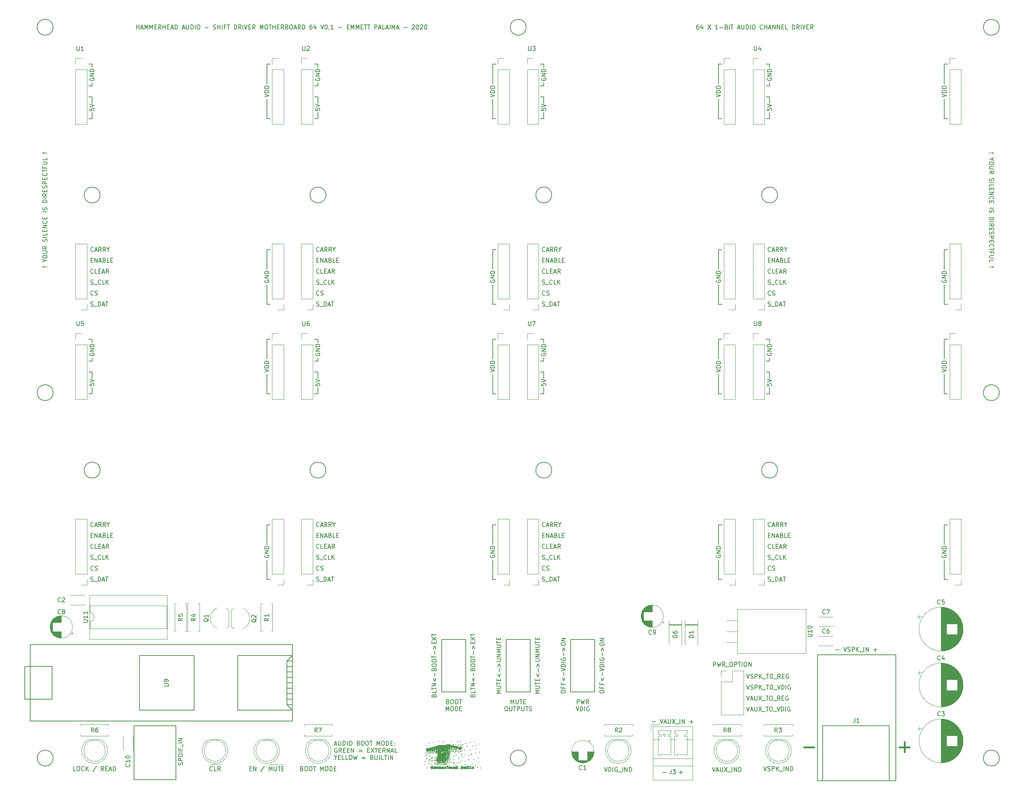
<source format=gbr>
G04 #@! TF.GenerationSoftware,KiCad,Pcbnew,(5.1.2-1)-1*
G04 #@! TF.CreationDate,2020-06-20T16:10:32-05:00*
G04 #@! TF.ProjectId,ShiftDriverMotherboard64,53686966-7444-4726-9976-65724d6f7468,rev?*
G04 #@! TF.SameCoordinates,Original*
G04 #@! TF.FileFunction,Legend,Top*
G04 #@! TF.FilePolarity,Positive*
%FSLAX46Y46*%
G04 Gerber Fmt 4.6, Leading zero omitted, Abs format (unit mm)*
G04 Created by KiCad (PCBNEW (5.1.2-1)-1) date 2020-06-20 16:10:32*
%MOMM*%
%LPD*%
G04 APERTURE LIST*
%ADD10C,0.150000*%
%ADD11C,0.120000*%
%ADD12C,0.010000*%
%ADD13C,0.203200*%
%ADD14C,0.450000*%
G04 APERTURE END LIST*
D10*
X15357142Y-70738095D02*
X15404761Y-70690476D01*
X15452380Y-70738095D01*
X15404761Y-70785714D01*
X15357142Y-70738095D01*
X15452380Y-70738095D01*
X15071428Y-70738095D02*
X14500000Y-70785714D01*
X14452380Y-70738095D01*
X14500000Y-70690476D01*
X15071428Y-70738095D01*
X14452380Y-70738095D01*
X14976190Y-69309523D02*
X15452380Y-69309523D01*
X14452380Y-69642857D02*
X14976190Y-69309523D01*
X14452380Y-68976190D01*
X14452380Y-68452380D02*
X14452380Y-68261904D01*
X14500000Y-68166666D01*
X14595238Y-68071428D01*
X14785714Y-68023809D01*
X15119047Y-68023809D01*
X15309523Y-68071428D01*
X15404761Y-68166666D01*
X15452380Y-68261904D01*
X15452380Y-68452380D01*
X15404761Y-68547619D01*
X15309523Y-68642857D01*
X15119047Y-68690476D01*
X14785714Y-68690476D01*
X14595238Y-68642857D01*
X14500000Y-68547619D01*
X14452380Y-68452380D01*
X14452380Y-67595238D02*
X15261904Y-67595238D01*
X15357142Y-67547619D01*
X15404761Y-67500000D01*
X15452380Y-67404761D01*
X15452380Y-67214285D01*
X15404761Y-67119047D01*
X15357142Y-67071428D01*
X15261904Y-67023809D01*
X14452380Y-67023809D01*
X15452380Y-65976190D02*
X14976190Y-66309523D01*
X15452380Y-66547619D02*
X14452380Y-66547619D01*
X14452380Y-66166666D01*
X14500000Y-66071428D01*
X14547619Y-66023809D01*
X14642857Y-65976190D01*
X14785714Y-65976190D01*
X14880952Y-66023809D01*
X14928571Y-66071428D01*
X14976190Y-66166666D01*
X14976190Y-66547619D01*
X15404761Y-64833333D02*
X15452380Y-64690476D01*
X15452380Y-64452380D01*
X15404761Y-64357142D01*
X15357142Y-64309523D01*
X15261904Y-64261904D01*
X15166666Y-64261904D01*
X15071428Y-64309523D01*
X15023809Y-64357142D01*
X14976190Y-64452380D01*
X14928571Y-64642857D01*
X14880952Y-64738095D01*
X14833333Y-64785714D01*
X14738095Y-64833333D01*
X14642857Y-64833333D01*
X14547619Y-64785714D01*
X14500000Y-64738095D01*
X14452380Y-64642857D01*
X14452380Y-64404761D01*
X14500000Y-64261904D01*
X15452380Y-63833333D02*
X14452380Y-63833333D01*
X15452380Y-62880952D02*
X15452380Y-63357142D01*
X14452380Y-63357142D01*
X14928571Y-62547619D02*
X14928571Y-62214285D01*
X15452380Y-62071428D02*
X15452380Y-62547619D01*
X14452380Y-62547619D01*
X14452380Y-62071428D01*
X15452380Y-61642857D02*
X14452380Y-61642857D01*
X15452380Y-61071428D01*
X14452380Y-61071428D01*
X15357142Y-60023809D02*
X15404761Y-60071428D01*
X15452380Y-60214285D01*
X15452380Y-60309523D01*
X15404761Y-60452380D01*
X15309523Y-60547619D01*
X15214285Y-60595238D01*
X15023809Y-60642857D01*
X14880952Y-60642857D01*
X14690476Y-60595238D01*
X14595238Y-60547619D01*
X14500000Y-60452380D01*
X14452380Y-60309523D01*
X14452380Y-60214285D01*
X14500000Y-60071428D01*
X14547619Y-60023809D01*
X14928571Y-59595238D02*
X14928571Y-59261904D01*
X15452380Y-59119047D02*
X15452380Y-59595238D01*
X14452380Y-59595238D01*
X14452380Y-59119047D01*
X15452380Y-57928571D02*
X14452380Y-57928571D01*
X15404761Y-57500000D02*
X15452380Y-57357142D01*
X15452380Y-57119047D01*
X15404761Y-57023809D01*
X15357142Y-56976190D01*
X15261904Y-56928571D01*
X15166666Y-56928571D01*
X15071428Y-56976190D01*
X15023809Y-57023809D01*
X14976190Y-57119047D01*
X14928571Y-57309523D01*
X14880952Y-57404761D01*
X14833333Y-57452380D01*
X14738095Y-57500000D01*
X14642857Y-57500000D01*
X14547619Y-57452380D01*
X14500000Y-57404761D01*
X14452380Y-57309523D01*
X14452380Y-57071428D01*
X14500000Y-56928571D01*
X15452380Y-55738095D02*
X14452380Y-55738095D01*
X14452380Y-55500000D01*
X14500000Y-55357142D01*
X14595238Y-55261904D01*
X14690476Y-55214285D01*
X14880952Y-55166666D01*
X15023809Y-55166666D01*
X15214285Y-55214285D01*
X15309523Y-55261904D01*
X15404761Y-55357142D01*
X15452380Y-55500000D01*
X15452380Y-55738095D01*
X15452380Y-54738095D02*
X14452380Y-54738095D01*
X15452380Y-53690476D02*
X14976190Y-54023809D01*
X15452380Y-54261904D02*
X14452380Y-54261904D01*
X14452380Y-53880952D01*
X14500000Y-53785714D01*
X14547619Y-53738095D01*
X14642857Y-53690476D01*
X14785714Y-53690476D01*
X14880952Y-53738095D01*
X14928571Y-53785714D01*
X14976190Y-53880952D01*
X14976190Y-54261904D01*
X14928571Y-53261904D02*
X14928571Y-52928571D01*
X15452380Y-52785714D02*
X15452380Y-53261904D01*
X14452380Y-53261904D01*
X14452380Y-52785714D01*
X15404761Y-52404761D02*
X15452380Y-52261904D01*
X15452380Y-52023809D01*
X15404761Y-51928571D01*
X15357142Y-51880952D01*
X15261904Y-51833333D01*
X15166666Y-51833333D01*
X15071428Y-51880952D01*
X15023809Y-51928571D01*
X14976190Y-52023809D01*
X14928571Y-52214285D01*
X14880952Y-52309523D01*
X14833333Y-52357142D01*
X14738095Y-52404761D01*
X14642857Y-52404761D01*
X14547619Y-52357142D01*
X14500000Y-52309523D01*
X14452380Y-52214285D01*
X14452380Y-51976190D01*
X14500000Y-51833333D01*
X15452380Y-51404761D02*
X14452380Y-51404761D01*
X14452380Y-51023809D01*
X14500000Y-50928571D01*
X14547619Y-50880952D01*
X14642857Y-50833333D01*
X14785714Y-50833333D01*
X14880952Y-50880952D01*
X14928571Y-50928571D01*
X14976190Y-51023809D01*
X14976190Y-51404761D01*
X14928571Y-50404761D02*
X14928571Y-50071428D01*
X15452380Y-49928571D02*
X15452380Y-50404761D01*
X14452380Y-50404761D01*
X14452380Y-49928571D01*
X15357142Y-48928571D02*
X15404761Y-48976190D01*
X15452380Y-49119047D01*
X15452380Y-49214285D01*
X15404761Y-49357142D01*
X15309523Y-49452380D01*
X15214285Y-49500000D01*
X15023809Y-49547619D01*
X14880952Y-49547619D01*
X14690476Y-49500000D01*
X14595238Y-49452380D01*
X14500000Y-49357142D01*
X14452380Y-49214285D01*
X14452380Y-49119047D01*
X14500000Y-48976190D01*
X14547619Y-48928571D01*
X14452380Y-48642857D02*
X14452380Y-48071428D01*
X15452380Y-48357142D02*
X14452380Y-48357142D01*
X14928571Y-47404761D02*
X14928571Y-47738095D01*
X15452380Y-47738095D02*
X14452380Y-47738095D01*
X14452380Y-47261904D01*
X14452380Y-46880952D02*
X15261904Y-46880952D01*
X15357142Y-46833333D01*
X15404761Y-46785714D01*
X15452380Y-46690476D01*
X15452380Y-46500000D01*
X15404761Y-46404761D01*
X15357142Y-46357142D01*
X15261904Y-46309523D01*
X14452380Y-46309523D01*
X15452380Y-45357142D02*
X15452380Y-45833333D01*
X14452380Y-45833333D01*
X15357142Y-44261904D02*
X15404761Y-44214285D01*
X15452380Y-44261904D01*
X15404761Y-44309523D01*
X15357142Y-44261904D01*
X15452380Y-44261904D01*
X15071428Y-44261904D02*
X14500000Y-44309523D01*
X14452380Y-44261904D01*
X14500000Y-44214285D01*
X15071428Y-44261904D01*
X14452380Y-44261904D01*
X234642857Y-44261904D02*
X234595238Y-44309523D01*
X234547619Y-44261904D01*
X234595238Y-44214285D01*
X234642857Y-44261904D01*
X234547619Y-44261904D01*
X234928571Y-44261904D02*
X235500000Y-44214285D01*
X235547619Y-44261904D01*
X235500000Y-44309523D01*
X234928571Y-44261904D01*
X235547619Y-44261904D01*
X235023809Y-45690476D02*
X234547619Y-45690476D01*
X235547619Y-45357142D02*
X235023809Y-45690476D01*
X235547619Y-46023809D01*
X235547619Y-46547619D02*
X235547619Y-46738095D01*
X235500000Y-46833333D01*
X235404761Y-46928571D01*
X235214285Y-46976190D01*
X234880952Y-46976190D01*
X234690476Y-46928571D01*
X234595238Y-46833333D01*
X234547619Y-46738095D01*
X234547619Y-46547619D01*
X234595238Y-46452380D01*
X234690476Y-46357142D01*
X234880952Y-46309523D01*
X235214285Y-46309523D01*
X235404761Y-46357142D01*
X235500000Y-46452380D01*
X235547619Y-46547619D01*
X235547619Y-47404761D02*
X234738095Y-47404761D01*
X234642857Y-47452380D01*
X234595238Y-47500000D01*
X234547619Y-47595238D01*
X234547619Y-47785714D01*
X234595238Y-47880952D01*
X234642857Y-47928571D01*
X234738095Y-47976190D01*
X235547619Y-47976190D01*
X234547619Y-49023809D02*
X235023809Y-48690476D01*
X234547619Y-48452380D02*
X235547619Y-48452380D01*
X235547619Y-48833333D01*
X235500000Y-48928571D01*
X235452380Y-48976190D01*
X235357142Y-49023809D01*
X235214285Y-49023809D01*
X235119047Y-48976190D01*
X235071428Y-48928571D01*
X235023809Y-48833333D01*
X235023809Y-48452380D01*
X234595238Y-50166666D02*
X234547619Y-50309523D01*
X234547619Y-50547619D01*
X234595238Y-50642857D01*
X234642857Y-50690476D01*
X234738095Y-50738095D01*
X234833333Y-50738095D01*
X234928571Y-50690476D01*
X234976190Y-50642857D01*
X235023809Y-50547619D01*
X235071428Y-50357142D01*
X235119047Y-50261904D01*
X235166666Y-50214285D01*
X235261904Y-50166666D01*
X235357142Y-50166666D01*
X235452380Y-50214285D01*
X235500000Y-50261904D01*
X235547619Y-50357142D01*
X235547619Y-50595238D01*
X235500000Y-50738095D01*
X234547619Y-51166666D02*
X235547619Y-51166666D01*
X234547619Y-52119047D02*
X234547619Y-51642857D01*
X235547619Y-51642857D01*
X235071428Y-52452380D02*
X235071428Y-52785714D01*
X234547619Y-52928571D02*
X234547619Y-52452380D01*
X235547619Y-52452380D01*
X235547619Y-52928571D01*
X234547619Y-53357142D02*
X235547619Y-53357142D01*
X234547619Y-53928571D01*
X235547619Y-53928571D01*
X234642857Y-54976190D02*
X234595238Y-54928571D01*
X234547619Y-54785714D01*
X234547619Y-54690476D01*
X234595238Y-54547619D01*
X234690476Y-54452380D01*
X234785714Y-54404761D01*
X234976190Y-54357142D01*
X235119047Y-54357142D01*
X235309523Y-54404761D01*
X235404761Y-54452380D01*
X235500000Y-54547619D01*
X235547619Y-54690476D01*
X235547619Y-54785714D01*
X235500000Y-54928571D01*
X235452380Y-54976190D01*
X235071428Y-55404761D02*
X235071428Y-55738095D01*
X234547619Y-55880952D02*
X234547619Y-55404761D01*
X235547619Y-55404761D01*
X235547619Y-55880952D01*
X234547619Y-57071428D02*
X235547619Y-57071428D01*
X234595238Y-57500000D02*
X234547619Y-57642857D01*
X234547619Y-57880952D01*
X234595238Y-57976190D01*
X234642857Y-58023809D01*
X234738095Y-58071428D01*
X234833333Y-58071428D01*
X234928571Y-58023809D01*
X234976190Y-57976190D01*
X235023809Y-57880952D01*
X235071428Y-57690476D01*
X235119047Y-57595238D01*
X235166666Y-57547619D01*
X235261904Y-57500000D01*
X235357142Y-57500000D01*
X235452380Y-57547619D01*
X235500000Y-57595238D01*
X235547619Y-57690476D01*
X235547619Y-57928571D01*
X235500000Y-58071428D01*
X234547619Y-59261904D02*
X235547619Y-59261904D01*
X235547619Y-59500000D01*
X235500000Y-59642857D01*
X235404761Y-59738095D01*
X235309523Y-59785714D01*
X235119047Y-59833333D01*
X234976190Y-59833333D01*
X234785714Y-59785714D01*
X234690476Y-59738095D01*
X234595238Y-59642857D01*
X234547619Y-59500000D01*
X234547619Y-59261904D01*
X234547619Y-60261904D02*
X235547619Y-60261904D01*
X234547619Y-61309523D02*
X235023809Y-60976190D01*
X234547619Y-60738095D02*
X235547619Y-60738095D01*
X235547619Y-61119047D01*
X235500000Y-61214285D01*
X235452380Y-61261904D01*
X235357142Y-61309523D01*
X235214285Y-61309523D01*
X235119047Y-61261904D01*
X235071428Y-61214285D01*
X235023809Y-61119047D01*
X235023809Y-60738095D01*
X235071428Y-61738095D02*
X235071428Y-62071428D01*
X234547619Y-62214285D02*
X234547619Y-61738095D01*
X235547619Y-61738095D01*
X235547619Y-62214285D01*
X234595238Y-62595238D02*
X234547619Y-62738095D01*
X234547619Y-62976190D01*
X234595238Y-63071428D01*
X234642857Y-63119047D01*
X234738095Y-63166666D01*
X234833333Y-63166666D01*
X234928571Y-63119047D01*
X234976190Y-63071428D01*
X235023809Y-62976190D01*
X235071428Y-62785714D01*
X235119047Y-62690476D01*
X235166666Y-62642857D01*
X235261904Y-62595238D01*
X235357142Y-62595238D01*
X235452380Y-62642857D01*
X235500000Y-62690476D01*
X235547619Y-62785714D01*
X235547619Y-63023809D01*
X235500000Y-63166666D01*
X234547619Y-63595238D02*
X235547619Y-63595238D01*
X235547619Y-63976190D01*
X235500000Y-64071428D01*
X235452380Y-64119047D01*
X235357142Y-64166666D01*
X235214285Y-64166666D01*
X235119047Y-64119047D01*
X235071428Y-64071428D01*
X235023809Y-63976190D01*
X235023809Y-63595238D01*
X235071428Y-64595238D02*
X235071428Y-64928571D01*
X234547619Y-65071428D02*
X234547619Y-64595238D01*
X235547619Y-64595238D01*
X235547619Y-65071428D01*
X234642857Y-66071428D02*
X234595238Y-66023809D01*
X234547619Y-65880952D01*
X234547619Y-65785714D01*
X234595238Y-65642857D01*
X234690476Y-65547619D01*
X234785714Y-65500000D01*
X234976190Y-65452380D01*
X235119047Y-65452380D01*
X235309523Y-65500000D01*
X235404761Y-65547619D01*
X235500000Y-65642857D01*
X235547619Y-65785714D01*
X235547619Y-65880952D01*
X235500000Y-66023809D01*
X235452380Y-66071428D01*
X235547619Y-66357142D02*
X235547619Y-66928571D01*
X234547619Y-66642857D02*
X235547619Y-66642857D01*
X235071428Y-67595238D02*
X235071428Y-67261904D01*
X234547619Y-67261904D02*
X235547619Y-67261904D01*
X235547619Y-67738095D01*
X235547619Y-68119047D02*
X234738095Y-68119047D01*
X234642857Y-68166666D01*
X234595238Y-68214285D01*
X234547619Y-68309523D01*
X234547619Y-68500000D01*
X234595238Y-68595238D01*
X234642857Y-68642857D01*
X234738095Y-68690476D01*
X235547619Y-68690476D01*
X234547619Y-69642857D02*
X234547619Y-69166666D01*
X235547619Y-69166666D01*
X234642857Y-70738095D02*
X234595238Y-70785714D01*
X234547619Y-70738095D01*
X234595238Y-70690476D01*
X234642857Y-70738095D01*
X234547619Y-70738095D01*
X234928571Y-70738095D02*
X235500000Y-70690476D01*
X235547619Y-70738095D01*
X235500000Y-70785714D01*
X234928571Y-70738095D01*
X235547619Y-70738095D01*
X166928571Y-14452380D02*
X166738095Y-14452380D01*
X166642857Y-14500000D01*
X166595238Y-14547619D01*
X166500000Y-14690476D01*
X166452380Y-14880952D01*
X166452380Y-15261904D01*
X166500000Y-15357142D01*
X166547619Y-15404761D01*
X166642857Y-15452380D01*
X166833333Y-15452380D01*
X166928571Y-15404761D01*
X166976190Y-15357142D01*
X167023809Y-15261904D01*
X167023809Y-15023809D01*
X166976190Y-14928571D01*
X166928571Y-14880952D01*
X166833333Y-14833333D01*
X166642857Y-14833333D01*
X166547619Y-14880952D01*
X166500000Y-14928571D01*
X166452380Y-15023809D01*
X167880952Y-14785714D02*
X167880952Y-15452380D01*
X167642857Y-14404761D02*
X167404761Y-15119047D01*
X168023809Y-15119047D01*
X169071428Y-14452380D02*
X169738095Y-15452380D01*
X169738095Y-14452380D02*
X169071428Y-15452380D01*
X171404761Y-15452380D02*
X170833333Y-15452380D01*
X171119047Y-15452380D02*
X171119047Y-14452380D01*
X171023809Y-14595238D01*
X170928571Y-14690476D01*
X170833333Y-14738095D01*
X171833333Y-15071428D02*
X172595238Y-15071428D01*
X173404761Y-14928571D02*
X173547619Y-14976190D01*
X173595238Y-15023809D01*
X173642857Y-15119047D01*
X173642857Y-15261904D01*
X173595238Y-15357142D01*
X173547619Y-15404761D01*
X173452380Y-15452380D01*
X173071428Y-15452380D01*
X173071428Y-14452380D01*
X173404761Y-14452380D01*
X173500000Y-14500000D01*
X173547619Y-14547619D01*
X173595238Y-14642857D01*
X173595238Y-14738095D01*
X173547619Y-14833333D01*
X173500000Y-14880952D01*
X173404761Y-14928571D01*
X173071428Y-14928571D01*
X174071428Y-15452380D02*
X174071428Y-14452380D01*
X174404761Y-14452380D02*
X174976190Y-14452380D01*
X174690476Y-15452380D02*
X174690476Y-14452380D01*
X176023809Y-15166666D02*
X176500000Y-15166666D01*
X175928571Y-15452380D02*
X176261904Y-14452380D01*
X176595238Y-15452380D01*
X176928571Y-14452380D02*
X176928571Y-15261904D01*
X176976190Y-15357142D01*
X177023809Y-15404761D01*
X177119047Y-15452380D01*
X177309523Y-15452380D01*
X177404761Y-15404761D01*
X177452380Y-15357142D01*
X177500000Y-15261904D01*
X177500000Y-14452380D01*
X177976190Y-15452380D02*
X177976190Y-14452380D01*
X178214285Y-14452380D01*
X178357142Y-14500000D01*
X178452380Y-14595238D01*
X178500000Y-14690476D01*
X178547619Y-14880952D01*
X178547619Y-15023809D01*
X178500000Y-15214285D01*
X178452380Y-15309523D01*
X178357142Y-15404761D01*
X178214285Y-15452380D01*
X177976190Y-15452380D01*
X178976190Y-15452380D02*
X178976190Y-14452380D01*
X179642857Y-14452380D02*
X179833333Y-14452380D01*
X179928571Y-14500000D01*
X180023809Y-14595238D01*
X180071428Y-14785714D01*
X180071428Y-15119047D01*
X180023809Y-15309523D01*
X179928571Y-15404761D01*
X179833333Y-15452380D01*
X179642857Y-15452380D01*
X179547619Y-15404761D01*
X179452380Y-15309523D01*
X179404761Y-15119047D01*
X179404761Y-14785714D01*
X179452380Y-14595238D01*
X179547619Y-14500000D01*
X179642857Y-14452380D01*
X181833333Y-15357142D02*
X181785714Y-15404761D01*
X181642857Y-15452380D01*
X181547619Y-15452380D01*
X181404761Y-15404761D01*
X181309523Y-15309523D01*
X181261904Y-15214285D01*
X181214285Y-15023809D01*
X181214285Y-14880952D01*
X181261904Y-14690476D01*
X181309523Y-14595238D01*
X181404761Y-14500000D01*
X181547619Y-14452380D01*
X181642857Y-14452380D01*
X181785714Y-14500000D01*
X181833333Y-14547619D01*
X182261904Y-15452380D02*
X182261904Y-14452380D01*
X182261904Y-14928571D02*
X182833333Y-14928571D01*
X182833333Y-15452380D02*
X182833333Y-14452380D01*
X183261904Y-15166666D02*
X183738095Y-15166666D01*
X183166666Y-15452380D02*
X183500000Y-14452380D01*
X183833333Y-15452380D01*
X184166666Y-15452380D02*
X184166666Y-14452380D01*
X184738095Y-15452380D01*
X184738095Y-14452380D01*
X185214285Y-15452380D02*
X185214285Y-14452380D01*
X185785714Y-15452380D01*
X185785714Y-14452380D01*
X186261904Y-14928571D02*
X186595238Y-14928571D01*
X186738095Y-15452380D02*
X186261904Y-15452380D01*
X186261904Y-14452380D01*
X186738095Y-14452380D01*
X187642857Y-15452380D02*
X187166666Y-15452380D01*
X187166666Y-14452380D01*
X188738095Y-15452380D02*
X188738095Y-14452380D01*
X188976190Y-14452380D01*
X189119047Y-14500000D01*
X189214285Y-14595238D01*
X189261904Y-14690476D01*
X189309523Y-14880952D01*
X189309523Y-15023809D01*
X189261904Y-15214285D01*
X189214285Y-15309523D01*
X189119047Y-15404761D01*
X188976190Y-15452380D01*
X188738095Y-15452380D01*
X190309523Y-15452380D02*
X189976190Y-14976190D01*
X189738095Y-15452380D02*
X189738095Y-14452380D01*
X190119047Y-14452380D01*
X190214285Y-14500000D01*
X190261904Y-14547619D01*
X190309523Y-14642857D01*
X190309523Y-14785714D01*
X190261904Y-14880952D01*
X190214285Y-14928571D01*
X190119047Y-14976190D01*
X189738095Y-14976190D01*
X190738095Y-15452380D02*
X190738095Y-14452380D01*
X191071428Y-14452380D02*
X191404761Y-15452380D01*
X191738095Y-14452380D01*
X192071428Y-14928571D02*
X192404761Y-14928571D01*
X192547619Y-15452380D02*
X192071428Y-15452380D01*
X192071428Y-14452380D01*
X192547619Y-14452380D01*
X193547619Y-15452380D02*
X193214285Y-14976190D01*
X192976190Y-15452380D02*
X192976190Y-14452380D01*
X193357142Y-14452380D01*
X193452380Y-14500000D01*
X193500000Y-14547619D01*
X193547619Y-14642857D01*
X193547619Y-14785714D01*
X193500000Y-14880952D01*
X193452380Y-14928571D01*
X193357142Y-14976190D01*
X192976190Y-14976190D01*
X36285714Y-15452380D02*
X36285714Y-14452380D01*
X36285714Y-14928571D02*
X36857142Y-14928571D01*
X36857142Y-15452380D02*
X36857142Y-14452380D01*
X37285714Y-15166666D02*
X37761904Y-15166666D01*
X37190476Y-15452380D02*
X37523809Y-14452380D01*
X37857142Y-15452380D01*
X38190476Y-15452380D02*
X38190476Y-14452380D01*
X38523809Y-15166666D01*
X38857142Y-14452380D01*
X38857142Y-15452380D01*
X39333333Y-15452380D02*
X39333333Y-14452380D01*
X39666666Y-15166666D01*
X40000000Y-14452380D01*
X40000000Y-15452380D01*
X40476190Y-14928571D02*
X40809523Y-14928571D01*
X40952380Y-15452380D02*
X40476190Y-15452380D01*
X40476190Y-14452380D01*
X40952380Y-14452380D01*
X41952380Y-15452380D02*
X41619047Y-14976190D01*
X41380952Y-15452380D02*
X41380952Y-14452380D01*
X41761904Y-14452380D01*
X41857142Y-14500000D01*
X41904761Y-14547619D01*
X41952380Y-14642857D01*
X41952380Y-14785714D01*
X41904761Y-14880952D01*
X41857142Y-14928571D01*
X41761904Y-14976190D01*
X41380952Y-14976190D01*
X42380952Y-15452380D02*
X42380952Y-14452380D01*
X42380952Y-14928571D02*
X42952380Y-14928571D01*
X42952380Y-15452380D02*
X42952380Y-14452380D01*
X43428571Y-14928571D02*
X43761904Y-14928571D01*
X43904761Y-15452380D02*
X43428571Y-15452380D01*
X43428571Y-14452380D01*
X43904761Y-14452380D01*
X44285714Y-15166666D02*
X44761904Y-15166666D01*
X44190476Y-15452380D02*
X44523809Y-14452380D01*
X44857142Y-15452380D01*
X45190476Y-15452380D02*
X45190476Y-14452380D01*
X45428571Y-14452380D01*
X45571428Y-14500000D01*
X45666666Y-14595238D01*
X45714285Y-14690476D01*
X45761904Y-14880952D01*
X45761904Y-15023809D01*
X45714285Y-15214285D01*
X45666666Y-15309523D01*
X45571428Y-15404761D01*
X45428571Y-15452380D01*
X45190476Y-15452380D01*
X46904761Y-15166666D02*
X47380952Y-15166666D01*
X46809523Y-15452380D02*
X47142857Y-14452380D01*
X47476190Y-15452380D01*
X47809523Y-14452380D02*
X47809523Y-15261904D01*
X47857142Y-15357142D01*
X47904761Y-15404761D01*
X48000000Y-15452380D01*
X48190476Y-15452380D01*
X48285714Y-15404761D01*
X48333333Y-15357142D01*
X48380952Y-15261904D01*
X48380952Y-14452380D01*
X48857142Y-15452380D02*
X48857142Y-14452380D01*
X49095238Y-14452380D01*
X49238095Y-14500000D01*
X49333333Y-14595238D01*
X49380952Y-14690476D01*
X49428571Y-14880952D01*
X49428571Y-15023809D01*
X49380952Y-15214285D01*
X49333333Y-15309523D01*
X49238095Y-15404761D01*
X49095238Y-15452380D01*
X48857142Y-15452380D01*
X49857142Y-15452380D02*
X49857142Y-14452380D01*
X50523809Y-14452380D02*
X50714285Y-14452380D01*
X50809523Y-14500000D01*
X50904761Y-14595238D01*
X50952380Y-14785714D01*
X50952380Y-15119047D01*
X50904761Y-15309523D01*
X50809523Y-15404761D01*
X50714285Y-15452380D01*
X50523809Y-15452380D01*
X50428571Y-15404761D01*
X50333333Y-15309523D01*
X50285714Y-15119047D01*
X50285714Y-14785714D01*
X50333333Y-14595238D01*
X50428571Y-14500000D01*
X50523809Y-14452380D01*
X52142857Y-15071428D02*
X52904761Y-15071428D01*
X54095238Y-15404761D02*
X54238095Y-15452380D01*
X54476190Y-15452380D01*
X54571428Y-15404761D01*
X54619047Y-15357142D01*
X54666666Y-15261904D01*
X54666666Y-15166666D01*
X54619047Y-15071428D01*
X54571428Y-15023809D01*
X54476190Y-14976190D01*
X54285714Y-14928571D01*
X54190476Y-14880952D01*
X54142857Y-14833333D01*
X54095238Y-14738095D01*
X54095238Y-14642857D01*
X54142857Y-14547619D01*
X54190476Y-14500000D01*
X54285714Y-14452380D01*
X54523809Y-14452380D01*
X54666666Y-14500000D01*
X55095238Y-15452380D02*
X55095238Y-14452380D01*
X55095238Y-14928571D02*
X55666666Y-14928571D01*
X55666666Y-15452380D02*
X55666666Y-14452380D01*
X56142857Y-15452380D02*
X56142857Y-14452380D01*
X56952380Y-14928571D02*
X56619047Y-14928571D01*
X56619047Y-15452380D02*
X56619047Y-14452380D01*
X57095238Y-14452380D01*
X57333333Y-14452380D02*
X57904761Y-14452380D01*
X57619047Y-15452380D02*
X57619047Y-14452380D01*
X59000000Y-15452380D02*
X59000000Y-14452380D01*
X59238095Y-14452380D01*
X59380952Y-14500000D01*
X59476190Y-14595238D01*
X59523809Y-14690476D01*
X59571428Y-14880952D01*
X59571428Y-15023809D01*
X59523809Y-15214285D01*
X59476190Y-15309523D01*
X59380952Y-15404761D01*
X59238095Y-15452380D01*
X59000000Y-15452380D01*
X60571428Y-15452380D02*
X60238095Y-14976190D01*
X60000000Y-15452380D02*
X60000000Y-14452380D01*
X60380952Y-14452380D01*
X60476190Y-14500000D01*
X60523809Y-14547619D01*
X60571428Y-14642857D01*
X60571428Y-14785714D01*
X60523809Y-14880952D01*
X60476190Y-14928571D01*
X60380952Y-14976190D01*
X60000000Y-14976190D01*
X61000000Y-15452380D02*
X61000000Y-14452380D01*
X61333333Y-14452380D02*
X61666666Y-15452380D01*
X62000000Y-14452380D01*
X62333333Y-14928571D02*
X62666666Y-14928571D01*
X62809523Y-15452380D02*
X62333333Y-15452380D01*
X62333333Y-14452380D01*
X62809523Y-14452380D01*
X63809523Y-15452380D02*
X63476190Y-14976190D01*
X63238095Y-15452380D02*
X63238095Y-14452380D01*
X63619047Y-14452380D01*
X63714285Y-14500000D01*
X63761904Y-14547619D01*
X63809523Y-14642857D01*
X63809523Y-14785714D01*
X63761904Y-14880952D01*
X63714285Y-14928571D01*
X63619047Y-14976190D01*
X63238095Y-14976190D01*
X65000000Y-15452380D02*
X65000000Y-14452380D01*
X65333333Y-15166666D01*
X65666666Y-14452380D01*
X65666666Y-15452380D01*
X66333333Y-14452380D02*
X66523809Y-14452380D01*
X66619047Y-14500000D01*
X66714285Y-14595238D01*
X66761904Y-14785714D01*
X66761904Y-15119047D01*
X66714285Y-15309523D01*
X66619047Y-15404761D01*
X66523809Y-15452380D01*
X66333333Y-15452380D01*
X66238095Y-15404761D01*
X66142857Y-15309523D01*
X66095238Y-15119047D01*
X66095238Y-14785714D01*
X66142857Y-14595238D01*
X66238095Y-14500000D01*
X66333333Y-14452380D01*
X67047619Y-14452380D02*
X67619047Y-14452380D01*
X67333333Y-15452380D02*
X67333333Y-14452380D01*
X67952380Y-15452380D02*
X67952380Y-14452380D01*
X67952380Y-14928571D02*
X68523809Y-14928571D01*
X68523809Y-15452380D02*
X68523809Y-14452380D01*
X69000000Y-14928571D02*
X69333333Y-14928571D01*
X69476190Y-15452380D02*
X69000000Y-15452380D01*
X69000000Y-14452380D01*
X69476190Y-14452380D01*
X70476190Y-15452380D02*
X70142857Y-14976190D01*
X69904761Y-15452380D02*
X69904761Y-14452380D01*
X70285714Y-14452380D01*
X70380952Y-14500000D01*
X70428571Y-14547619D01*
X70476190Y-14642857D01*
X70476190Y-14785714D01*
X70428571Y-14880952D01*
X70380952Y-14928571D01*
X70285714Y-14976190D01*
X69904761Y-14976190D01*
X71238095Y-14928571D02*
X71380952Y-14976190D01*
X71428571Y-15023809D01*
X71476190Y-15119047D01*
X71476190Y-15261904D01*
X71428571Y-15357142D01*
X71380952Y-15404761D01*
X71285714Y-15452380D01*
X70904761Y-15452380D01*
X70904761Y-14452380D01*
X71238095Y-14452380D01*
X71333333Y-14500000D01*
X71380952Y-14547619D01*
X71428571Y-14642857D01*
X71428571Y-14738095D01*
X71380952Y-14833333D01*
X71333333Y-14880952D01*
X71238095Y-14928571D01*
X70904761Y-14928571D01*
X72095238Y-14452380D02*
X72285714Y-14452380D01*
X72380952Y-14500000D01*
X72476190Y-14595238D01*
X72523809Y-14785714D01*
X72523809Y-15119047D01*
X72476190Y-15309523D01*
X72380952Y-15404761D01*
X72285714Y-15452380D01*
X72095238Y-15452380D01*
X72000000Y-15404761D01*
X71904761Y-15309523D01*
X71857142Y-15119047D01*
X71857142Y-14785714D01*
X71904761Y-14595238D01*
X72000000Y-14500000D01*
X72095238Y-14452380D01*
X72904761Y-15166666D02*
X73380952Y-15166666D01*
X72809523Y-15452380D02*
X73142857Y-14452380D01*
X73476190Y-15452380D01*
X74380952Y-15452380D02*
X74047619Y-14976190D01*
X73809523Y-15452380D02*
X73809523Y-14452380D01*
X74190476Y-14452380D01*
X74285714Y-14500000D01*
X74333333Y-14547619D01*
X74380952Y-14642857D01*
X74380952Y-14785714D01*
X74333333Y-14880952D01*
X74285714Y-14928571D01*
X74190476Y-14976190D01*
X73809523Y-14976190D01*
X74809523Y-15452380D02*
X74809523Y-14452380D01*
X75047619Y-14452380D01*
X75190476Y-14500000D01*
X75285714Y-14595238D01*
X75333333Y-14690476D01*
X75380952Y-14880952D01*
X75380952Y-15023809D01*
X75333333Y-15214285D01*
X75285714Y-15309523D01*
X75190476Y-15404761D01*
X75047619Y-15452380D01*
X74809523Y-15452380D01*
X77000000Y-14452380D02*
X76809523Y-14452380D01*
X76714285Y-14500000D01*
X76666666Y-14547619D01*
X76571428Y-14690476D01*
X76523809Y-14880952D01*
X76523809Y-15261904D01*
X76571428Y-15357142D01*
X76619047Y-15404761D01*
X76714285Y-15452380D01*
X76904761Y-15452380D01*
X77000000Y-15404761D01*
X77047619Y-15357142D01*
X77095238Y-15261904D01*
X77095238Y-15023809D01*
X77047619Y-14928571D01*
X77000000Y-14880952D01*
X76904761Y-14833333D01*
X76714285Y-14833333D01*
X76619047Y-14880952D01*
X76571428Y-14928571D01*
X76523809Y-15023809D01*
X77952380Y-14785714D02*
X77952380Y-15452380D01*
X77714285Y-14404761D02*
X77476190Y-15119047D01*
X78095238Y-15119047D01*
X79095238Y-14452380D02*
X79428571Y-15452380D01*
X79761904Y-14452380D01*
X80285714Y-14452380D02*
X80380952Y-14452380D01*
X80476190Y-14500000D01*
X80523809Y-14547619D01*
X80571428Y-14642857D01*
X80619047Y-14833333D01*
X80619047Y-15071428D01*
X80571428Y-15261904D01*
X80523809Y-15357142D01*
X80476190Y-15404761D01*
X80380952Y-15452380D01*
X80285714Y-15452380D01*
X80190476Y-15404761D01*
X80142857Y-15357142D01*
X80095238Y-15261904D01*
X80047619Y-15071428D01*
X80047619Y-14833333D01*
X80095238Y-14642857D01*
X80142857Y-14547619D01*
X80190476Y-14500000D01*
X80285714Y-14452380D01*
X81047619Y-15357142D02*
X81095238Y-15404761D01*
X81047619Y-15452380D01*
X81000000Y-15404761D01*
X81047619Y-15357142D01*
X81047619Y-15452380D01*
X82047619Y-15452380D02*
X81476190Y-15452380D01*
X81761904Y-15452380D02*
X81761904Y-14452380D01*
X81666666Y-14595238D01*
X81571428Y-14690476D01*
X81476190Y-14738095D01*
X83238095Y-15071428D02*
X84000000Y-15071428D01*
X85238095Y-14928571D02*
X85571428Y-14928571D01*
X85714285Y-15452380D02*
X85238095Y-15452380D01*
X85238095Y-14452380D01*
X85714285Y-14452380D01*
X86142857Y-15452380D02*
X86142857Y-14452380D01*
X86476190Y-15166666D01*
X86809523Y-14452380D01*
X86809523Y-15452380D01*
X87285714Y-15452380D02*
X87285714Y-14452380D01*
X87619047Y-15166666D01*
X87952380Y-14452380D01*
X87952380Y-15452380D01*
X88428571Y-14928571D02*
X88761904Y-14928571D01*
X88904761Y-15452380D02*
X88428571Y-15452380D01*
X88428571Y-14452380D01*
X88904761Y-14452380D01*
X89190476Y-14452380D02*
X89761904Y-14452380D01*
X89476190Y-15452380D02*
X89476190Y-14452380D01*
X89952380Y-14452380D02*
X90523809Y-14452380D01*
X90238095Y-15452380D02*
X90238095Y-14452380D01*
X91619047Y-15452380D02*
X91619047Y-14452380D01*
X92000000Y-14452380D01*
X92095238Y-14500000D01*
X92142857Y-14547619D01*
X92190476Y-14642857D01*
X92190476Y-14785714D01*
X92142857Y-14880952D01*
X92095238Y-14928571D01*
X92000000Y-14976190D01*
X91619047Y-14976190D01*
X92571428Y-15166666D02*
X93047619Y-15166666D01*
X92476190Y-15452380D02*
X92809523Y-14452380D01*
X93142857Y-15452380D01*
X93952380Y-15452380D02*
X93476190Y-15452380D01*
X93476190Y-14452380D01*
X94238095Y-15166666D02*
X94714285Y-15166666D01*
X94142857Y-15452380D02*
X94476190Y-14452380D01*
X94809523Y-15452380D01*
X95142857Y-15452380D02*
X95142857Y-14452380D01*
X95619047Y-15452380D02*
X95619047Y-14452380D01*
X95952380Y-15166666D01*
X96285714Y-14452380D01*
X96285714Y-15452380D01*
X96714285Y-15166666D02*
X97190476Y-15166666D01*
X96619047Y-15452380D02*
X96952380Y-14452380D01*
X97285714Y-15452380D01*
X98380952Y-15071428D02*
X99142857Y-15071428D01*
X100333333Y-14547619D02*
X100380952Y-14500000D01*
X100476190Y-14452380D01*
X100714285Y-14452380D01*
X100809523Y-14500000D01*
X100857142Y-14547619D01*
X100904761Y-14642857D01*
X100904761Y-14738095D01*
X100857142Y-14880952D01*
X100285714Y-15452380D01*
X100904761Y-15452380D01*
X101523809Y-14452380D02*
X101619047Y-14452380D01*
X101714285Y-14500000D01*
X101761904Y-14547619D01*
X101809523Y-14642857D01*
X101857142Y-14833333D01*
X101857142Y-15071428D01*
X101809523Y-15261904D01*
X101761904Y-15357142D01*
X101714285Y-15404761D01*
X101619047Y-15452380D01*
X101523809Y-15452380D01*
X101428571Y-15404761D01*
X101380952Y-15357142D01*
X101333333Y-15261904D01*
X101285714Y-15071428D01*
X101285714Y-14833333D01*
X101333333Y-14642857D01*
X101380952Y-14547619D01*
X101428571Y-14500000D01*
X101523809Y-14452380D01*
X102238095Y-14547619D02*
X102285714Y-14500000D01*
X102380952Y-14452380D01*
X102619047Y-14452380D01*
X102714285Y-14500000D01*
X102761904Y-14547619D01*
X102809523Y-14642857D01*
X102809523Y-14738095D01*
X102761904Y-14880952D01*
X102190476Y-15452380D01*
X102809523Y-15452380D01*
X103428571Y-14452380D02*
X103523809Y-14452380D01*
X103619047Y-14500000D01*
X103666666Y-14547619D01*
X103714285Y-14642857D01*
X103761904Y-14833333D01*
X103761904Y-15071428D01*
X103714285Y-15261904D01*
X103666666Y-15357142D01*
X103619047Y-15404761D01*
X103523809Y-15452380D01*
X103428571Y-15452380D01*
X103333333Y-15404761D01*
X103285714Y-15357142D01*
X103238095Y-15261904D01*
X103190476Y-15071428D01*
X103190476Y-14833333D01*
X103238095Y-14642857D01*
X103285714Y-14547619D01*
X103333333Y-14500000D01*
X103428571Y-14452380D01*
D11*
X67000000Y-186500000D02*
X70500000Y-186500000D01*
X53250000Y-186500000D02*
X55750000Y-186500000D01*
D10*
X138666666Y-172377380D02*
X138666666Y-171377380D01*
X139047619Y-171377380D01*
X139142857Y-171425000D01*
X139190476Y-171472619D01*
X139238095Y-171567857D01*
X139238095Y-171710714D01*
X139190476Y-171805952D01*
X139142857Y-171853571D01*
X139047619Y-171901190D01*
X138666666Y-171901190D01*
X139571428Y-171377380D02*
X139809523Y-172377380D01*
X140000000Y-171663095D01*
X140190476Y-172377380D01*
X140428571Y-171377380D01*
X141380952Y-172377380D02*
X141047619Y-171901190D01*
X140809523Y-172377380D02*
X140809523Y-171377380D01*
X141190476Y-171377380D01*
X141285714Y-171425000D01*
X141333333Y-171472619D01*
X141380952Y-171567857D01*
X141380952Y-171710714D01*
X141333333Y-171805952D01*
X141285714Y-171853571D01*
X141190476Y-171901190D01*
X140809523Y-171901190D01*
X138428571Y-173027380D02*
X138761904Y-174027380D01*
X139095238Y-173027380D01*
X139428571Y-174027380D02*
X139428571Y-173027380D01*
X139666666Y-173027380D01*
X139809523Y-173075000D01*
X139904761Y-173170238D01*
X139952380Y-173265476D01*
X140000000Y-173455952D01*
X140000000Y-173598809D01*
X139952380Y-173789285D01*
X139904761Y-173884523D01*
X139809523Y-173979761D01*
X139666666Y-174027380D01*
X139428571Y-174027380D01*
X140428571Y-174027380D02*
X140428571Y-173027380D01*
X141428571Y-173075000D02*
X141333333Y-173027380D01*
X141190476Y-173027380D01*
X141047619Y-173075000D01*
X140952380Y-173170238D01*
X140904761Y-173265476D01*
X140857142Y-173455952D01*
X140857142Y-173598809D01*
X140904761Y-173789285D01*
X140952380Y-173884523D01*
X141047619Y-173979761D01*
X141190476Y-174027380D01*
X141285714Y-174027380D01*
X141428571Y-173979761D01*
X141476190Y-173932142D01*
X141476190Y-173598809D01*
X141285714Y-173598809D01*
X123309523Y-172377380D02*
X123309523Y-171377380D01*
X123642857Y-172091666D01*
X123976190Y-171377380D01*
X123976190Y-172377380D01*
X124452380Y-171377380D02*
X124452380Y-172186904D01*
X124500000Y-172282142D01*
X124547619Y-172329761D01*
X124642857Y-172377380D01*
X124833333Y-172377380D01*
X124928571Y-172329761D01*
X124976190Y-172282142D01*
X125023809Y-172186904D01*
X125023809Y-171377380D01*
X125357142Y-171377380D02*
X125928571Y-171377380D01*
X125642857Y-172377380D02*
X125642857Y-171377380D01*
X126261904Y-171853571D02*
X126595238Y-171853571D01*
X126738095Y-172377380D02*
X126261904Y-172377380D01*
X126261904Y-171377380D01*
X126738095Y-171377380D01*
X122119047Y-173027380D02*
X122309523Y-173027380D01*
X122404761Y-173075000D01*
X122500000Y-173170238D01*
X122547619Y-173360714D01*
X122547619Y-173694047D01*
X122500000Y-173884523D01*
X122404761Y-173979761D01*
X122309523Y-174027380D01*
X122119047Y-174027380D01*
X122023809Y-173979761D01*
X121928571Y-173884523D01*
X121880952Y-173694047D01*
X121880952Y-173360714D01*
X121928571Y-173170238D01*
X122023809Y-173075000D01*
X122119047Y-173027380D01*
X122976190Y-173027380D02*
X122976190Y-173836904D01*
X123023809Y-173932142D01*
X123071428Y-173979761D01*
X123166666Y-174027380D01*
X123357142Y-174027380D01*
X123452380Y-173979761D01*
X123500000Y-173932142D01*
X123547619Y-173836904D01*
X123547619Y-173027380D01*
X123880952Y-173027380D02*
X124452380Y-173027380D01*
X124166666Y-174027380D02*
X124166666Y-173027380D01*
X124785714Y-174027380D02*
X124785714Y-173027380D01*
X125166666Y-173027380D01*
X125261904Y-173075000D01*
X125309523Y-173122619D01*
X125357142Y-173217857D01*
X125357142Y-173360714D01*
X125309523Y-173455952D01*
X125261904Y-173503571D01*
X125166666Y-173551190D01*
X124785714Y-173551190D01*
X125785714Y-173027380D02*
X125785714Y-173836904D01*
X125833333Y-173932142D01*
X125880952Y-173979761D01*
X125976190Y-174027380D01*
X126166666Y-174027380D01*
X126261904Y-173979761D01*
X126309523Y-173932142D01*
X126357142Y-173836904D01*
X126357142Y-173027380D01*
X126690476Y-173027380D02*
X127261904Y-173027380D01*
X126976190Y-174027380D02*
X126976190Y-173027380D01*
X127547619Y-173979761D02*
X127690476Y-174027380D01*
X127928571Y-174027380D01*
X128023809Y-173979761D01*
X128071428Y-173932142D01*
X128119047Y-173836904D01*
X128119047Y-173741666D01*
X128071428Y-173646428D01*
X128023809Y-173598809D01*
X127928571Y-173551190D01*
X127738095Y-173503571D01*
X127642857Y-173455952D01*
X127595238Y-173408333D01*
X127547619Y-173313095D01*
X127547619Y-173217857D01*
X127595238Y-173122619D01*
X127642857Y-173075000D01*
X127738095Y-173027380D01*
X127976190Y-173027380D01*
X128119047Y-173075000D01*
X108642857Y-171853571D02*
X108785714Y-171901190D01*
X108833333Y-171948809D01*
X108880952Y-172044047D01*
X108880952Y-172186904D01*
X108833333Y-172282142D01*
X108785714Y-172329761D01*
X108690476Y-172377380D01*
X108309523Y-172377380D01*
X108309523Y-171377380D01*
X108642857Y-171377380D01*
X108738095Y-171425000D01*
X108785714Y-171472619D01*
X108833333Y-171567857D01*
X108833333Y-171663095D01*
X108785714Y-171758333D01*
X108738095Y-171805952D01*
X108642857Y-171853571D01*
X108309523Y-171853571D01*
X109500000Y-171377380D02*
X109690476Y-171377380D01*
X109785714Y-171425000D01*
X109880952Y-171520238D01*
X109928571Y-171710714D01*
X109928571Y-172044047D01*
X109880952Y-172234523D01*
X109785714Y-172329761D01*
X109690476Y-172377380D01*
X109500000Y-172377380D01*
X109404761Y-172329761D01*
X109309523Y-172234523D01*
X109261904Y-172044047D01*
X109261904Y-171710714D01*
X109309523Y-171520238D01*
X109404761Y-171425000D01*
X109500000Y-171377380D01*
X110547619Y-171377380D02*
X110738095Y-171377380D01*
X110833333Y-171425000D01*
X110928571Y-171520238D01*
X110976190Y-171710714D01*
X110976190Y-172044047D01*
X110928571Y-172234523D01*
X110833333Y-172329761D01*
X110738095Y-172377380D01*
X110547619Y-172377380D01*
X110452380Y-172329761D01*
X110357142Y-172234523D01*
X110309523Y-172044047D01*
X110309523Y-171710714D01*
X110357142Y-171520238D01*
X110452380Y-171425000D01*
X110547619Y-171377380D01*
X111261904Y-171377380D02*
X111833333Y-171377380D01*
X111547619Y-172377380D02*
X111547619Y-171377380D01*
X108190476Y-174027380D02*
X108190476Y-173027380D01*
X108523809Y-173741666D01*
X108857142Y-173027380D01*
X108857142Y-174027380D01*
X109523809Y-173027380D02*
X109714285Y-173027380D01*
X109809523Y-173075000D01*
X109904761Y-173170238D01*
X109952380Y-173360714D01*
X109952380Y-173694047D01*
X109904761Y-173884523D01*
X109809523Y-173979761D01*
X109714285Y-174027380D01*
X109523809Y-174027380D01*
X109428571Y-173979761D01*
X109333333Y-173884523D01*
X109285714Y-173694047D01*
X109285714Y-173360714D01*
X109333333Y-173170238D01*
X109428571Y-173075000D01*
X109523809Y-173027380D01*
X110380952Y-174027380D02*
X110380952Y-173027380D01*
X110619047Y-173027380D01*
X110761904Y-173075000D01*
X110857142Y-173170238D01*
X110904761Y-173265476D01*
X110952380Y-173455952D01*
X110952380Y-173598809D01*
X110904761Y-173789285D01*
X110857142Y-173884523D01*
X110761904Y-173979761D01*
X110619047Y-174027380D01*
X110380952Y-174027380D01*
X111380952Y-173503571D02*
X111714285Y-173503571D01*
X111857142Y-174027380D02*
X111380952Y-174027380D01*
X111380952Y-173027380D01*
X111857142Y-173027380D01*
X134952380Y-169642857D02*
X134952380Y-169452380D01*
X135000000Y-169357142D01*
X135095238Y-169261904D01*
X135285714Y-169214285D01*
X135619047Y-169214285D01*
X135809523Y-169261904D01*
X135904761Y-169357142D01*
X135952380Y-169452380D01*
X135952380Y-169642857D01*
X135904761Y-169738095D01*
X135809523Y-169833333D01*
X135619047Y-169880952D01*
X135285714Y-169880952D01*
X135095238Y-169833333D01*
X135000000Y-169738095D01*
X134952380Y-169642857D01*
X135428571Y-168452380D02*
X135428571Y-168785714D01*
X135952380Y-168785714D02*
X134952380Y-168785714D01*
X134952380Y-168309523D01*
X135428571Y-167595238D02*
X135428571Y-167928571D01*
X135952380Y-167928571D02*
X134952380Y-167928571D01*
X134952380Y-167452380D01*
X135285714Y-166309523D02*
X135571428Y-167071428D01*
X135857142Y-166309523D01*
X135571428Y-165833333D02*
X135571428Y-165071428D01*
X134952380Y-164738095D02*
X135952380Y-164404761D01*
X134952380Y-164071428D01*
X135952380Y-163738095D02*
X134952380Y-163738095D01*
X134952380Y-163500000D01*
X135000000Y-163357142D01*
X135095238Y-163261904D01*
X135190476Y-163214285D01*
X135380952Y-163166666D01*
X135523809Y-163166666D01*
X135714285Y-163214285D01*
X135809523Y-163261904D01*
X135904761Y-163357142D01*
X135952380Y-163500000D01*
X135952380Y-163738095D01*
X135952380Y-162738095D02*
X134952380Y-162738095D01*
X135000000Y-161738095D02*
X134952380Y-161833333D01*
X134952380Y-161976190D01*
X135000000Y-162119047D01*
X135095238Y-162214285D01*
X135190476Y-162261904D01*
X135380952Y-162309523D01*
X135523809Y-162309523D01*
X135714285Y-162261904D01*
X135809523Y-162214285D01*
X135904761Y-162119047D01*
X135952380Y-161976190D01*
X135952380Y-161880952D01*
X135904761Y-161738095D01*
X135857142Y-161690476D01*
X135523809Y-161690476D01*
X135523809Y-161880952D01*
X135571428Y-161261904D02*
X135571428Y-160500000D01*
X135285714Y-160023809D02*
X135571428Y-159261904D01*
X135857142Y-160023809D01*
X134952380Y-158595238D02*
X134952380Y-158404761D01*
X135000000Y-158309523D01*
X135095238Y-158214285D01*
X135285714Y-158166666D01*
X135619047Y-158166666D01*
X135809523Y-158214285D01*
X135904761Y-158309523D01*
X135952380Y-158404761D01*
X135952380Y-158595238D01*
X135904761Y-158690476D01*
X135809523Y-158785714D01*
X135619047Y-158833333D01*
X135285714Y-158833333D01*
X135095238Y-158785714D01*
X135000000Y-158690476D01*
X134952380Y-158595238D01*
X135952380Y-157738095D02*
X134952380Y-157738095D01*
X135952380Y-157166666D01*
X134952380Y-157166666D01*
X120952380Y-169976190D02*
X119952380Y-169976190D01*
X120666666Y-169642857D01*
X119952380Y-169309523D01*
X120952380Y-169309523D01*
X119952380Y-168833333D02*
X120761904Y-168833333D01*
X120857142Y-168785714D01*
X120904761Y-168738095D01*
X120952380Y-168642857D01*
X120952380Y-168452380D01*
X120904761Y-168357142D01*
X120857142Y-168309523D01*
X120761904Y-168261904D01*
X119952380Y-168261904D01*
X119952380Y-167928571D02*
X119952380Y-167357142D01*
X120952380Y-167642857D02*
X119952380Y-167642857D01*
X120428571Y-167023809D02*
X120428571Y-166690476D01*
X120952380Y-166547619D02*
X120952380Y-167023809D01*
X119952380Y-167023809D01*
X119952380Y-166547619D01*
X120285714Y-165357142D02*
X120571428Y-166119047D01*
X120857142Y-165357142D01*
X120619047Y-164976190D02*
X120619047Y-164119047D01*
X120285714Y-163738095D02*
X120571428Y-162976190D01*
X120857142Y-163738095D01*
X119952380Y-162500000D02*
X120761904Y-162500000D01*
X120857142Y-162452380D01*
X120904761Y-162404761D01*
X120952380Y-162309523D01*
X120952380Y-162119047D01*
X120904761Y-162023809D01*
X120857142Y-161976190D01*
X120761904Y-161928571D01*
X119952380Y-161928571D01*
X120952380Y-161452380D02*
X119952380Y-161452380D01*
X120952380Y-160880952D01*
X119952380Y-160880952D01*
X120952380Y-160404761D02*
X119952380Y-160404761D01*
X120666666Y-160071428D01*
X119952380Y-159738095D01*
X120952380Y-159738095D01*
X119952380Y-159261904D02*
X120761904Y-159261904D01*
X120857142Y-159214285D01*
X120904761Y-159166666D01*
X120952380Y-159071428D01*
X120952380Y-158880952D01*
X120904761Y-158785714D01*
X120857142Y-158738095D01*
X120761904Y-158690476D01*
X119952380Y-158690476D01*
X119952380Y-158357142D02*
X119952380Y-157785714D01*
X120952380Y-158071428D02*
X119952380Y-158071428D01*
X120428571Y-157452380D02*
X120428571Y-157119047D01*
X120952380Y-156976190D02*
X120952380Y-157452380D01*
X119952380Y-157452380D01*
X119952380Y-156976190D01*
X105428571Y-170452380D02*
X105476190Y-170309523D01*
X105523809Y-170261904D01*
X105619047Y-170214285D01*
X105761904Y-170214285D01*
X105857142Y-170261904D01*
X105904761Y-170309523D01*
X105952380Y-170404761D01*
X105952380Y-170785714D01*
X104952380Y-170785714D01*
X104952380Y-170452380D01*
X105000000Y-170357142D01*
X105047619Y-170309523D01*
X105142857Y-170261904D01*
X105238095Y-170261904D01*
X105333333Y-170309523D01*
X105380952Y-170357142D01*
X105428571Y-170452380D01*
X105428571Y-170785714D01*
X105952380Y-169309523D02*
X105952380Y-169785714D01*
X104952380Y-169785714D01*
X104952380Y-169119047D02*
X104952380Y-168547619D01*
X105952380Y-168833333D02*
X104952380Y-168833333D01*
X105952380Y-168214285D02*
X104952380Y-168214285D01*
X105952380Y-167642857D01*
X104952380Y-167642857D01*
X105285714Y-166404761D02*
X105571428Y-167166666D01*
X105857142Y-166404761D01*
X105571428Y-165928571D02*
X105571428Y-165166666D01*
X105428571Y-164357142D02*
X105476190Y-164214285D01*
X105523809Y-164166666D01*
X105619047Y-164119047D01*
X105761904Y-164119047D01*
X105857142Y-164166666D01*
X105904761Y-164214285D01*
X105952380Y-164309523D01*
X105952380Y-164690476D01*
X104952380Y-164690476D01*
X104952380Y-164357142D01*
X105000000Y-164261904D01*
X105047619Y-164214285D01*
X105142857Y-164166666D01*
X105238095Y-164166666D01*
X105333333Y-164214285D01*
X105380952Y-164261904D01*
X105428571Y-164357142D01*
X105428571Y-164690476D01*
X104952380Y-163500000D02*
X104952380Y-163309523D01*
X105000000Y-163214285D01*
X105095238Y-163119047D01*
X105285714Y-163071428D01*
X105619047Y-163071428D01*
X105809523Y-163119047D01*
X105904761Y-163214285D01*
X105952380Y-163309523D01*
X105952380Y-163500000D01*
X105904761Y-163595238D01*
X105809523Y-163690476D01*
X105619047Y-163738095D01*
X105285714Y-163738095D01*
X105095238Y-163690476D01*
X105000000Y-163595238D01*
X104952380Y-163500000D01*
X104952380Y-162452380D02*
X104952380Y-162261904D01*
X105000000Y-162166666D01*
X105095238Y-162071428D01*
X105285714Y-162023809D01*
X105619047Y-162023809D01*
X105809523Y-162071428D01*
X105904761Y-162166666D01*
X105952380Y-162261904D01*
X105952380Y-162452380D01*
X105904761Y-162547619D01*
X105809523Y-162642857D01*
X105619047Y-162690476D01*
X105285714Y-162690476D01*
X105095238Y-162642857D01*
X105000000Y-162547619D01*
X104952380Y-162452380D01*
X104952380Y-161738095D02*
X104952380Y-161166666D01*
X105952380Y-161452380D02*
X104952380Y-161452380D01*
X105571428Y-160833333D02*
X105571428Y-160071428D01*
X105285714Y-159595238D02*
X105571428Y-158833333D01*
X105857142Y-159595238D01*
X105428571Y-158357142D02*
X105428571Y-158023809D01*
X105952380Y-157880952D02*
X105952380Y-158357142D01*
X104952380Y-158357142D01*
X104952380Y-157880952D01*
X104952380Y-157547619D02*
X105952380Y-156880952D01*
X104952380Y-156880952D02*
X105952380Y-157547619D01*
X104952380Y-156642857D02*
X104952380Y-156071428D01*
X105952380Y-156357142D02*
X104952380Y-156357142D01*
X114428571Y-170452380D02*
X114476190Y-170309523D01*
X114523809Y-170261904D01*
X114619047Y-170214285D01*
X114761904Y-170214285D01*
X114857142Y-170261904D01*
X114904761Y-170309523D01*
X114952380Y-170404761D01*
X114952380Y-170785714D01*
X113952380Y-170785714D01*
X113952380Y-170452380D01*
X114000000Y-170357142D01*
X114047619Y-170309523D01*
X114142857Y-170261904D01*
X114238095Y-170261904D01*
X114333333Y-170309523D01*
X114380952Y-170357142D01*
X114428571Y-170452380D01*
X114428571Y-170785714D01*
X114952380Y-169309523D02*
X114952380Y-169785714D01*
X113952380Y-169785714D01*
X113952380Y-169119047D02*
X113952380Y-168547619D01*
X114952380Y-168833333D02*
X113952380Y-168833333D01*
X114952380Y-168214285D02*
X113952380Y-168214285D01*
X114952380Y-167642857D01*
X113952380Y-167642857D01*
X114285714Y-166404761D02*
X114571428Y-167166666D01*
X114857142Y-166404761D01*
X114571428Y-165928571D02*
X114571428Y-165166666D01*
X114428571Y-164357142D02*
X114476190Y-164214285D01*
X114523809Y-164166666D01*
X114619047Y-164119047D01*
X114761904Y-164119047D01*
X114857142Y-164166666D01*
X114904761Y-164214285D01*
X114952380Y-164309523D01*
X114952380Y-164690476D01*
X113952380Y-164690476D01*
X113952380Y-164357142D01*
X114000000Y-164261904D01*
X114047619Y-164214285D01*
X114142857Y-164166666D01*
X114238095Y-164166666D01*
X114333333Y-164214285D01*
X114380952Y-164261904D01*
X114428571Y-164357142D01*
X114428571Y-164690476D01*
X113952380Y-163500000D02*
X113952380Y-163309523D01*
X114000000Y-163214285D01*
X114095238Y-163119047D01*
X114285714Y-163071428D01*
X114619047Y-163071428D01*
X114809523Y-163119047D01*
X114904761Y-163214285D01*
X114952380Y-163309523D01*
X114952380Y-163500000D01*
X114904761Y-163595238D01*
X114809523Y-163690476D01*
X114619047Y-163738095D01*
X114285714Y-163738095D01*
X114095238Y-163690476D01*
X114000000Y-163595238D01*
X113952380Y-163500000D01*
X113952380Y-162452380D02*
X113952380Y-162261904D01*
X114000000Y-162166666D01*
X114095238Y-162071428D01*
X114285714Y-162023809D01*
X114619047Y-162023809D01*
X114809523Y-162071428D01*
X114904761Y-162166666D01*
X114952380Y-162261904D01*
X114952380Y-162452380D01*
X114904761Y-162547619D01*
X114809523Y-162642857D01*
X114619047Y-162690476D01*
X114285714Y-162690476D01*
X114095238Y-162642857D01*
X114000000Y-162547619D01*
X113952380Y-162452380D01*
X113952380Y-161738095D02*
X113952380Y-161166666D01*
X114952380Y-161452380D02*
X113952380Y-161452380D01*
X114571428Y-160833333D02*
X114571428Y-160071428D01*
X114285714Y-159595238D02*
X114571428Y-158833333D01*
X114857142Y-159595238D01*
X114428571Y-158357142D02*
X114428571Y-158023809D01*
X114952380Y-157880952D02*
X114952380Y-158357142D01*
X113952380Y-158357142D01*
X113952380Y-157880952D01*
X113952380Y-157547619D02*
X114952380Y-156880952D01*
X113952380Y-156880952D02*
X114952380Y-157547619D01*
X113952380Y-156642857D02*
X113952380Y-156071428D01*
X114952380Y-156357142D02*
X113952380Y-156357142D01*
X129952380Y-169976190D02*
X128952380Y-169976190D01*
X129666666Y-169642857D01*
X128952380Y-169309523D01*
X129952380Y-169309523D01*
X128952380Y-168833333D02*
X129761904Y-168833333D01*
X129857142Y-168785714D01*
X129904761Y-168738095D01*
X129952380Y-168642857D01*
X129952380Y-168452380D01*
X129904761Y-168357142D01*
X129857142Y-168309523D01*
X129761904Y-168261904D01*
X128952380Y-168261904D01*
X128952380Y-167928571D02*
X128952380Y-167357142D01*
X129952380Y-167642857D02*
X128952380Y-167642857D01*
X129428571Y-167023809D02*
X129428571Y-166690476D01*
X129952380Y-166547619D02*
X129952380Y-167023809D01*
X128952380Y-167023809D01*
X128952380Y-166547619D01*
X129285714Y-165357142D02*
X129571428Y-166119047D01*
X129857142Y-165357142D01*
X129619047Y-164976190D02*
X129619047Y-164119047D01*
X129285714Y-163738095D02*
X129571428Y-162976190D01*
X129857142Y-163738095D01*
X128952380Y-162500000D02*
X129761904Y-162500000D01*
X129857142Y-162452380D01*
X129904761Y-162404761D01*
X129952380Y-162309523D01*
X129952380Y-162119047D01*
X129904761Y-162023809D01*
X129857142Y-161976190D01*
X129761904Y-161928571D01*
X128952380Y-161928571D01*
X129952380Y-161452380D02*
X128952380Y-161452380D01*
X129952380Y-160880952D01*
X128952380Y-160880952D01*
X129952380Y-160404761D02*
X128952380Y-160404761D01*
X129666666Y-160071428D01*
X128952380Y-159738095D01*
X129952380Y-159738095D01*
X128952380Y-159261904D02*
X129761904Y-159261904D01*
X129857142Y-159214285D01*
X129904761Y-159166666D01*
X129952380Y-159071428D01*
X129952380Y-158880952D01*
X129904761Y-158785714D01*
X129857142Y-158738095D01*
X129761904Y-158690476D01*
X128952380Y-158690476D01*
X128952380Y-158357142D02*
X128952380Y-157785714D01*
X129952380Y-158071428D02*
X128952380Y-158071428D01*
X129428571Y-157452380D02*
X129428571Y-157119047D01*
X129952380Y-156976190D02*
X129952380Y-157452380D01*
X128952380Y-157452380D01*
X128952380Y-156976190D01*
X143952380Y-169642857D02*
X143952380Y-169452380D01*
X144000000Y-169357142D01*
X144095238Y-169261904D01*
X144285714Y-169214285D01*
X144619047Y-169214285D01*
X144809523Y-169261904D01*
X144904761Y-169357142D01*
X144952380Y-169452380D01*
X144952380Y-169642857D01*
X144904761Y-169738095D01*
X144809523Y-169833333D01*
X144619047Y-169880952D01*
X144285714Y-169880952D01*
X144095238Y-169833333D01*
X144000000Y-169738095D01*
X143952380Y-169642857D01*
X144428571Y-168452380D02*
X144428571Y-168785714D01*
X144952380Y-168785714D02*
X143952380Y-168785714D01*
X143952380Y-168309523D01*
X144428571Y-167595238D02*
X144428571Y-167928571D01*
X144952380Y-167928571D02*
X143952380Y-167928571D01*
X143952380Y-167452380D01*
X144285714Y-166309523D02*
X144571428Y-167071428D01*
X144857142Y-166309523D01*
X144571428Y-165833333D02*
X144571428Y-165071428D01*
X143952380Y-164738095D02*
X144952380Y-164404761D01*
X143952380Y-164071428D01*
X144952380Y-163738095D02*
X143952380Y-163738095D01*
X143952380Y-163500000D01*
X144000000Y-163357142D01*
X144095238Y-163261904D01*
X144190476Y-163214285D01*
X144380952Y-163166666D01*
X144523809Y-163166666D01*
X144714285Y-163214285D01*
X144809523Y-163261904D01*
X144904761Y-163357142D01*
X144952380Y-163500000D01*
X144952380Y-163738095D01*
X144952380Y-162738095D02*
X143952380Y-162738095D01*
X144000000Y-161738095D02*
X143952380Y-161833333D01*
X143952380Y-161976190D01*
X144000000Y-162119047D01*
X144095238Y-162214285D01*
X144190476Y-162261904D01*
X144380952Y-162309523D01*
X144523809Y-162309523D01*
X144714285Y-162261904D01*
X144809523Y-162214285D01*
X144904761Y-162119047D01*
X144952380Y-161976190D01*
X144952380Y-161880952D01*
X144904761Y-161738095D01*
X144857142Y-161690476D01*
X144523809Y-161690476D01*
X144523809Y-161880952D01*
X144571428Y-161261904D02*
X144571428Y-160500000D01*
X144285714Y-160023809D02*
X144571428Y-159261904D01*
X144857142Y-160023809D01*
X143952380Y-158595238D02*
X143952380Y-158404761D01*
X144000000Y-158309523D01*
X144095238Y-158214285D01*
X144285714Y-158166666D01*
X144619047Y-158166666D01*
X144809523Y-158214285D01*
X144904761Y-158309523D01*
X144952380Y-158404761D01*
X144952380Y-158595238D01*
X144904761Y-158690476D01*
X144809523Y-158785714D01*
X144619047Y-158833333D01*
X144285714Y-158833333D01*
X144095238Y-158785714D01*
X144000000Y-158690476D01*
X143952380Y-158595238D01*
X144952380Y-157738095D02*
X143952380Y-157738095D01*
X144952380Y-157166666D01*
X143952380Y-157166666D01*
X162429047Y-188321428D02*
X163190952Y-188321428D01*
X162810000Y-188702380D02*
X162810000Y-187940476D01*
X158619047Y-188321428D02*
X159380952Y-188321428D01*
X82287976Y-181766666D02*
X82764166Y-181766666D01*
X82192738Y-182052380D02*
X82526071Y-181052380D01*
X82859404Y-182052380D01*
X83192738Y-181052380D02*
X83192738Y-181861904D01*
X83240357Y-181957142D01*
X83287976Y-182004761D01*
X83383214Y-182052380D01*
X83573690Y-182052380D01*
X83668928Y-182004761D01*
X83716547Y-181957142D01*
X83764166Y-181861904D01*
X83764166Y-181052380D01*
X84240357Y-182052380D02*
X84240357Y-181052380D01*
X84478452Y-181052380D01*
X84621309Y-181100000D01*
X84716547Y-181195238D01*
X84764166Y-181290476D01*
X84811785Y-181480952D01*
X84811785Y-181623809D01*
X84764166Y-181814285D01*
X84716547Y-181909523D01*
X84621309Y-182004761D01*
X84478452Y-182052380D01*
X84240357Y-182052380D01*
X85240357Y-182052380D02*
X85240357Y-181052380D01*
X85907023Y-181052380D02*
X86097500Y-181052380D01*
X86192738Y-181100000D01*
X86287976Y-181195238D01*
X86335595Y-181385714D01*
X86335595Y-181719047D01*
X86287976Y-181909523D01*
X86192738Y-182004761D01*
X86097500Y-182052380D01*
X85907023Y-182052380D01*
X85811785Y-182004761D01*
X85716547Y-181909523D01*
X85668928Y-181719047D01*
X85668928Y-181385714D01*
X85716547Y-181195238D01*
X85811785Y-181100000D01*
X85907023Y-181052380D01*
X87859404Y-181528571D02*
X88002261Y-181576190D01*
X88049880Y-181623809D01*
X88097500Y-181719047D01*
X88097500Y-181861904D01*
X88049880Y-181957142D01*
X88002261Y-182004761D01*
X87907023Y-182052380D01*
X87526071Y-182052380D01*
X87526071Y-181052380D01*
X87859404Y-181052380D01*
X87954642Y-181100000D01*
X88002261Y-181147619D01*
X88049880Y-181242857D01*
X88049880Y-181338095D01*
X88002261Y-181433333D01*
X87954642Y-181480952D01*
X87859404Y-181528571D01*
X87526071Y-181528571D01*
X88716547Y-181052380D02*
X88907023Y-181052380D01*
X89002261Y-181100000D01*
X89097500Y-181195238D01*
X89145119Y-181385714D01*
X89145119Y-181719047D01*
X89097500Y-181909523D01*
X89002261Y-182004761D01*
X88907023Y-182052380D01*
X88716547Y-182052380D01*
X88621309Y-182004761D01*
X88526071Y-181909523D01*
X88478452Y-181719047D01*
X88478452Y-181385714D01*
X88526071Y-181195238D01*
X88621309Y-181100000D01*
X88716547Y-181052380D01*
X89764166Y-181052380D02*
X89954642Y-181052380D01*
X90049880Y-181100000D01*
X90145119Y-181195238D01*
X90192738Y-181385714D01*
X90192738Y-181719047D01*
X90145119Y-181909523D01*
X90049880Y-182004761D01*
X89954642Y-182052380D01*
X89764166Y-182052380D01*
X89668928Y-182004761D01*
X89573690Y-181909523D01*
X89526071Y-181719047D01*
X89526071Y-181385714D01*
X89573690Y-181195238D01*
X89668928Y-181100000D01*
X89764166Y-181052380D01*
X90478452Y-181052380D02*
X91049880Y-181052380D01*
X90764166Y-182052380D02*
X90764166Y-181052380D01*
X92145119Y-182052380D02*
X92145119Y-181052380D01*
X92478452Y-181766666D01*
X92811785Y-181052380D01*
X92811785Y-182052380D01*
X93478452Y-181052380D02*
X93668928Y-181052380D01*
X93764166Y-181100000D01*
X93859404Y-181195238D01*
X93907023Y-181385714D01*
X93907023Y-181719047D01*
X93859404Y-181909523D01*
X93764166Y-182004761D01*
X93668928Y-182052380D01*
X93478452Y-182052380D01*
X93383214Y-182004761D01*
X93287976Y-181909523D01*
X93240357Y-181719047D01*
X93240357Y-181385714D01*
X93287976Y-181195238D01*
X93383214Y-181100000D01*
X93478452Y-181052380D01*
X94335595Y-182052380D02*
X94335595Y-181052380D01*
X94573690Y-181052380D01*
X94716547Y-181100000D01*
X94811785Y-181195238D01*
X94859404Y-181290476D01*
X94907023Y-181480952D01*
X94907023Y-181623809D01*
X94859404Y-181814285D01*
X94811785Y-181909523D01*
X94716547Y-182004761D01*
X94573690Y-182052380D01*
X94335595Y-182052380D01*
X95335595Y-181528571D02*
X95668928Y-181528571D01*
X95811785Y-182052380D02*
X95335595Y-182052380D01*
X95335595Y-181052380D01*
X95811785Y-181052380D01*
X96240357Y-181957142D02*
X96287976Y-182004761D01*
X96240357Y-182052380D01*
X96192738Y-182004761D01*
X96240357Y-181957142D01*
X96240357Y-182052380D01*
X96240357Y-181433333D02*
X96287976Y-181480952D01*
X96240357Y-181528571D01*
X96192738Y-181480952D01*
X96240357Y-181433333D01*
X96240357Y-181528571D01*
X82859404Y-182750000D02*
X82764166Y-182702380D01*
X82621309Y-182702380D01*
X82478452Y-182750000D01*
X82383214Y-182845238D01*
X82335595Y-182940476D01*
X82287976Y-183130952D01*
X82287976Y-183273809D01*
X82335595Y-183464285D01*
X82383214Y-183559523D01*
X82478452Y-183654761D01*
X82621309Y-183702380D01*
X82716547Y-183702380D01*
X82859404Y-183654761D01*
X82907023Y-183607142D01*
X82907023Y-183273809D01*
X82716547Y-183273809D01*
X83907023Y-183702380D02*
X83573690Y-183226190D01*
X83335595Y-183702380D02*
X83335595Y-182702380D01*
X83716547Y-182702380D01*
X83811785Y-182750000D01*
X83859404Y-182797619D01*
X83907023Y-182892857D01*
X83907023Y-183035714D01*
X83859404Y-183130952D01*
X83811785Y-183178571D01*
X83716547Y-183226190D01*
X83335595Y-183226190D01*
X84335595Y-183178571D02*
X84668928Y-183178571D01*
X84811785Y-183702380D02*
X84335595Y-183702380D01*
X84335595Y-182702380D01*
X84811785Y-182702380D01*
X85240357Y-183178571D02*
X85573690Y-183178571D01*
X85716547Y-183702380D02*
X85240357Y-183702380D01*
X85240357Y-182702380D01*
X85716547Y-182702380D01*
X86145119Y-183702380D02*
X86145119Y-182702380D01*
X86716547Y-183702380D01*
X86716547Y-182702380D01*
X87954642Y-183178571D02*
X88716547Y-183178571D01*
X88716547Y-183464285D02*
X87954642Y-183464285D01*
X89954642Y-183178571D02*
X90287976Y-183178571D01*
X90430833Y-183702380D02*
X89954642Y-183702380D01*
X89954642Y-182702380D01*
X90430833Y-182702380D01*
X90764166Y-182702380D02*
X91430833Y-183702380D01*
X91430833Y-182702380D02*
X90764166Y-183702380D01*
X91668928Y-182702380D02*
X92240357Y-182702380D01*
X91954642Y-183702380D02*
X91954642Y-182702380D01*
X92573690Y-183178571D02*
X92907023Y-183178571D01*
X93049880Y-183702380D02*
X92573690Y-183702380D01*
X92573690Y-182702380D01*
X93049880Y-182702380D01*
X94049880Y-183702380D02*
X93716547Y-183226190D01*
X93478452Y-183702380D02*
X93478452Y-182702380D01*
X93859404Y-182702380D01*
X93954642Y-182750000D01*
X94002261Y-182797619D01*
X94049880Y-182892857D01*
X94049880Y-183035714D01*
X94002261Y-183130952D01*
X93954642Y-183178571D01*
X93859404Y-183226190D01*
X93478452Y-183226190D01*
X94478452Y-183702380D02*
X94478452Y-182702380D01*
X95049880Y-183702380D01*
X95049880Y-182702380D01*
X95478452Y-183416666D02*
X95954642Y-183416666D01*
X95383214Y-183702380D02*
X95716547Y-182702380D01*
X96049880Y-183702380D01*
X96859404Y-183702380D02*
X96383214Y-183702380D01*
X96383214Y-182702380D01*
X82526071Y-184876190D02*
X82526071Y-185352380D01*
X82192738Y-184352380D02*
X82526071Y-184876190D01*
X82859404Y-184352380D01*
X83192738Y-184828571D02*
X83526071Y-184828571D01*
X83668928Y-185352380D02*
X83192738Y-185352380D01*
X83192738Y-184352380D01*
X83668928Y-184352380D01*
X84573690Y-185352380D02*
X84097500Y-185352380D01*
X84097500Y-184352380D01*
X85383214Y-185352380D02*
X84907023Y-185352380D01*
X84907023Y-184352380D01*
X85907023Y-184352380D02*
X86097500Y-184352380D01*
X86192738Y-184400000D01*
X86287976Y-184495238D01*
X86335595Y-184685714D01*
X86335595Y-185019047D01*
X86287976Y-185209523D01*
X86192738Y-185304761D01*
X86097500Y-185352380D01*
X85907023Y-185352380D01*
X85811785Y-185304761D01*
X85716547Y-185209523D01*
X85668928Y-185019047D01*
X85668928Y-184685714D01*
X85716547Y-184495238D01*
X85811785Y-184400000D01*
X85907023Y-184352380D01*
X86668928Y-184352380D02*
X86907023Y-185352380D01*
X87097500Y-184638095D01*
X87287976Y-185352380D01*
X87526071Y-184352380D01*
X88668928Y-184828571D02*
X89430833Y-184828571D01*
X89430833Y-185114285D02*
X88668928Y-185114285D01*
X91002261Y-184828571D02*
X91145119Y-184876190D01*
X91192738Y-184923809D01*
X91240357Y-185019047D01*
X91240357Y-185161904D01*
X91192738Y-185257142D01*
X91145119Y-185304761D01*
X91049880Y-185352380D01*
X90668928Y-185352380D01*
X90668928Y-184352380D01*
X91002261Y-184352380D01*
X91097500Y-184400000D01*
X91145119Y-184447619D01*
X91192738Y-184542857D01*
X91192738Y-184638095D01*
X91145119Y-184733333D01*
X91097500Y-184780952D01*
X91002261Y-184828571D01*
X90668928Y-184828571D01*
X91668928Y-184352380D02*
X91668928Y-185161904D01*
X91716547Y-185257142D01*
X91764166Y-185304761D01*
X91859404Y-185352380D01*
X92049880Y-185352380D01*
X92145119Y-185304761D01*
X92192738Y-185257142D01*
X92240357Y-185161904D01*
X92240357Y-184352380D01*
X92716547Y-185352380D02*
X92716547Y-184352380D01*
X93668928Y-185352380D02*
X93192738Y-185352380D01*
X93192738Y-184352380D01*
X93859404Y-184352380D02*
X94430833Y-184352380D01*
X94145119Y-185352380D02*
X94145119Y-184352380D01*
X94764166Y-185352380D02*
X94764166Y-184352380D01*
X95240357Y-185352380D02*
X95240357Y-184352380D01*
X95811785Y-185352380D01*
X95811785Y-184352380D01*
X74714285Y-187428571D02*
X74857142Y-187476190D01*
X74904761Y-187523809D01*
X74952380Y-187619047D01*
X74952380Y-187761904D01*
X74904761Y-187857142D01*
X74857142Y-187904761D01*
X74761904Y-187952380D01*
X74380952Y-187952380D01*
X74380952Y-186952380D01*
X74714285Y-186952380D01*
X74809523Y-187000000D01*
X74857142Y-187047619D01*
X74904761Y-187142857D01*
X74904761Y-187238095D01*
X74857142Y-187333333D01*
X74809523Y-187380952D01*
X74714285Y-187428571D01*
X74380952Y-187428571D01*
X75571428Y-186952380D02*
X75761904Y-186952380D01*
X75857142Y-187000000D01*
X75952380Y-187095238D01*
X76000000Y-187285714D01*
X76000000Y-187619047D01*
X75952380Y-187809523D01*
X75857142Y-187904761D01*
X75761904Y-187952380D01*
X75571428Y-187952380D01*
X75476190Y-187904761D01*
X75380952Y-187809523D01*
X75333333Y-187619047D01*
X75333333Y-187285714D01*
X75380952Y-187095238D01*
X75476190Y-187000000D01*
X75571428Y-186952380D01*
X76619047Y-186952380D02*
X76809523Y-186952380D01*
X76904761Y-187000000D01*
X77000000Y-187095238D01*
X77047619Y-187285714D01*
X77047619Y-187619047D01*
X77000000Y-187809523D01*
X76904761Y-187904761D01*
X76809523Y-187952380D01*
X76619047Y-187952380D01*
X76523809Y-187904761D01*
X76428571Y-187809523D01*
X76380952Y-187619047D01*
X76380952Y-187285714D01*
X76428571Y-187095238D01*
X76523809Y-187000000D01*
X76619047Y-186952380D01*
X77333333Y-186952380D02*
X77904761Y-186952380D01*
X77619047Y-187952380D02*
X77619047Y-186952380D01*
X79000000Y-187952380D02*
X79000000Y-186952380D01*
X79333333Y-187666666D01*
X79666666Y-186952380D01*
X79666666Y-187952380D01*
X80333333Y-186952380D02*
X80523809Y-186952380D01*
X80619047Y-187000000D01*
X80714285Y-187095238D01*
X80761904Y-187285714D01*
X80761904Y-187619047D01*
X80714285Y-187809523D01*
X80619047Y-187904761D01*
X80523809Y-187952380D01*
X80333333Y-187952380D01*
X80238095Y-187904761D01*
X80142857Y-187809523D01*
X80095238Y-187619047D01*
X80095238Y-187285714D01*
X80142857Y-187095238D01*
X80238095Y-187000000D01*
X80333333Y-186952380D01*
X81190476Y-187952380D02*
X81190476Y-186952380D01*
X81428571Y-186952380D01*
X81571428Y-187000000D01*
X81666666Y-187095238D01*
X81714285Y-187190476D01*
X81761904Y-187380952D01*
X81761904Y-187523809D01*
X81714285Y-187714285D01*
X81666666Y-187809523D01*
X81571428Y-187904761D01*
X81428571Y-187952380D01*
X81190476Y-187952380D01*
X82190476Y-187428571D02*
X82523809Y-187428571D01*
X82666666Y-187952380D02*
X82190476Y-187952380D01*
X82190476Y-186952380D01*
X82666666Y-186952380D01*
X62547619Y-187428571D02*
X62880952Y-187428571D01*
X63023809Y-187952380D02*
X62547619Y-187952380D01*
X62547619Y-186952380D01*
X63023809Y-186952380D01*
X63452380Y-187952380D02*
X63452380Y-186952380D01*
X64023809Y-187952380D01*
X64023809Y-186952380D01*
X65976190Y-186904761D02*
X65119047Y-188190476D01*
X67071428Y-187952380D02*
X67071428Y-186952380D01*
X67404761Y-187666666D01*
X67738095Y-186952380D01*
X67738095Y-187952380D01*
X68214285Y-186952380D02*
X68214285Y-187761904D01*
X68261904Y-187857142D01*
X68309523Y-187904761D01*
X68404761Y-187952380D01*
X68595238Y-187952380D01*
X68690476Y-187904761D01*
X68738095Y-187857142D01*
X68785714Y-187761904D01*
X68785714Y-186952380D01*
X69119047Y-186952380D02*
X69690476Y-186952380D01*
X69404761Y-187952380D02*
X69404761Y-186952380D01*
X70023809Y-187428571D02*
X70357142Y-187428571D01*
X70500000Y-187952380D02*
X70023809Y-187952380D01*
X70023809Y-186952380D01*
X70500000Y-186952380D01*
X53904761Y-187857142D02*
X53857142Y-187904761D01*
X53714285Y-187952380D01*
X53619047Y-187952380D01*
X53476190Y-187904761D01*
X53380952Y-187809523D01*
X53333333Y-187714285D01*
X53285714Y-187523809D01*
X53285714Y-187380952D01*
X53333333Y-187190476D01*
X53380952Y-187095238D01*
X53476190Y-187000000D01*
X53619047Y-186952380D01*
X53714285Y-186952380D01*
X53857142Y-187000000D01*
X53904761Y-187047619D01*
X54809523Y-187952380D02*
X54333333Y-187952380D01*
X54333333Y-186952380D01*
X55714285Y-187952380D02*
X55380952Y-187476190D01*
X55142857Y-187952380D02*
X55142857Y-186952380D01*
X55523809Y-186952380D01*
X55619047Y-187000000D01*
X55666666Y-187047619D01*
X55714285Y-187142857D01*
X55714285Y-187285714D01*
X55666666Y-187380952D01*
X55619047Y-187428571D01*
X55523809Y-187476190D01*
X55142857Y-187476190D01*
X145035714Y-187152380D02*
X145369047Y-188152380D01*
X145702380Y-187152380D01*
X146035714Y-188152380D02*
X146035714Y-187152380D01*
X146273809Y-187152380D01*
X146416666Y-187200000D01*
X146511904Y-187295238D01*
X146559523Y-187390476D01*
X146607142Y-187580952D01*
X146607142Y-187723809D01*
X146559523Y-187914285D01*
X146511904Y-188009523D01*
X146416666Y-188104761D01*
X146273809Y-188152380D01*
X146035714Y-188152380D01*
X147035714Y-188152380D02*
X147035714Y-187152380D01*
X148035714Y-187200000D02*
X147940476Y-187152380D01*
X147797619Y-187152380D01*
X147654761Y-187200000D01*
X147559523Y-187295238D01*
X147511904Y-187390476D01*
X147464285Y-187580952D01*
X147464285Y-187723809D01*
X147511904Y-187914285D01*
X147559523Y-188009523D01*
X147654761Y-188104761D01*
X147797619Y-188152380D01*
X147892857Y-188152380D01*
X148035714Y-188104761D01*
X148083333Y-188057142D01*
X148083333Y-187723809D01*
X147892857Y-187723809D01*
X148273809Y-188247619D02*
X149035714Y-188247619D01*
X149273809Y-188152380D02*
X149273809Y-187152380D01*
X149750000Y-188152380D02*
X149750000Y-187152380D01*
X150321428Y-188152380D01*
X150321428Y-187152380D01*
X150797619Y-188152380D02*
X150797619Y-187152380D01*
X151035714Y-187152380D01*
X151178571Y-187200000D01*
X151273809Y-187295238D01*
X151321428Y-187390476D01*
X151369047Y-187580952D01*
X151369047Y-187723809D01*
X151321428Y-187914285D01*
X151273809Y-188009523D01*
X151178571Y-188104761D01*
X151035714Y-188152380D01*
X150797619Y-188152380D01*
X156138095Y-176571428D02*
X156900000Y-176571428D01*
X157995238Y-175952380D02*
X158328571Y-176952380D01*
X158661904Y-175952380D01*
X158947619Y-176666666D02*
X159423809Y-176666666D01*
X158852380Y-176952380D02*
X159185714Y-175952380D01*
X159519047Y-176952380D01*
X159852380Y-175952380D02*
X159852380Y-176761904D01*
X159900000Y-176857142D01*
X159947619Y-176904761D01*
X160042857Y-176952380D01*
X160233333Y-176952380D01*
X160328571Y-176904761D01*
X160376190Y-176857142D01*
X160423809Y-176761904D01*
X160423809Y-175952380D01*
X160804761Y-175952380D02*
X161471428Y-176952380D01*
X161471428Y-175952380D02*
X160804761Y-176952380D01*
X161614285Y-177047619D02*
X162376190Y-177047619D01*
X162614285Y-176952380D02*
X162614285Y-175952380D01*
X163090476Y-176952380D02*
X163090476Y-175952380D01*
X163661904Y-176952380D01*
X163661904Y-175952380D01*
X164900000Y-176571428D02*
X165661904Y-176571428D01*
X165280952Y-176952380D02*
X165280952Y-176190476D01*
X170345238Y-163702380D02*
X170345238Y-162702380D01*
X170726190Y-162702380D01*
X170821428Y-162750000D01*
X170869047Y-162797619D01*
X170916666Y-162892857D01*
X170916666Y-163035714D01*
X170869047Y-163130952D01*
X170821428Y-163178571D01*
X170726190Y-163226190D01*
X170345238Y-163226190D01*
X171250000Y-162702380D02*
X171488095Y-163702380D01*
X171678571Y-162988095D01*
X171869047Y-163702380D01*
X172107142Y-162702380D01*
X173059523Y-163702380D02*
X172726190Y-163226190D01*
X172488095Y-163702380D02*
X172488095Y-162702380D01*
X172869047Y-162702380D01*
X172964285Y-162750000D01*
X173011904Y-162797619D01*
X173059523Y-162892857D01*
X173059523Y-163035714D01*
X173011904Y-163130952D01*
X172964285Y-163178571D01*
X172869047Y-163226190D01*
X172488095Y-163226190D01*
X173250000Y-163797619D02*
X174011904Y-163797619D01*
X174440476Y-162702380D02*
X174630952Y-162702380D01*
X174726190Y-162750000D01*
X174821428Y-162845238D01*
X174869047Y-163035714D01*
X174869047Y-163369047D01*
X174821428Y-163559523D01*
X174726190Y-163654761D01*
X174630952Y-163702380D01*
X174440476Y-163702380D01*
X174345238Y-163654761D01*
X174250000Y-163559523D01*
X174202380Y-163369047D01*
X174202380Y-163035714D01*
X174250000Y-162845238D01*
X174345238Y-162750000D01*
X174440476Y-162702380D01*
X175297619Y-163702380D02*
X175297619Y-162702380D01*
X175678571Y-162702380D01*
X175773809Y-162750000D01*
X175821428Y-162797619D01*
X175869047Y-162892857D01*
X175869047Y-163035714D01*
X175821428Y-163130952D01*
X175773809Y-163178571D01*
X175678571Y-163226190D01*
X175297619Y-163226190D01*
X176154761Y-162702380D02*
X176726190Y-162702380D01*
X176440476Y-163702380D02*
X176440476Y-162702380D01*
X177059523Y-163702380D02*
X177059523Y-162702380D01*
X177726190Y-162702380D02*
X177916666Y-162702380D01*
X178011904Y-162750000D01*
X178107142Y-162845238D01*
X178154761Y-163035714D01*
X178154761Y-163369047D01*
X178107142Y-163559523D01*
X178011904Y-163654761D01*
X177916666Y-163702380D01*
X177726190Y-163702380D01*
X177630952Y-163654761D01*
X177535714Y-163559523D01*
X177488095Y-163369047D01*
X177488095Y-163035714D01*
X177535714Y-162845238D01*
X177630952Y-162750000D01*
X177726190Y-162702380D01*
X178583333Y-163702380D02*
X178583333Y-162702380D01*
X179154761Y-163702380D01*
X179154761Y-162702380D01*
X178107738Y-173087380D02*
X178441071Y-174087380D01*
X178774404Y-173087380D01*
X179060119Y-173801666D02*
X179536309Y-173801666D01*
X178964880Y-174087380D02*
X179298214Y-173087380D01*
X179631547Y-174087380D01*
X179964880Y-173087380D02*
X179964880Y-173896904D01*
X180012500Y-173992142D01*
X180060119Y-174039761D01*
X180155357Y-174087380D01*
X180345833Y-174087380D01*
X180441071Y-174039761D01*
X180488690Y-173992142D01*
X180536309Y-173896904D01*
X180536309Y-173087380D01*
X180917261Y-173087380D02*
X181583928Y-174087380D01*
X181583928Y-173087380D02*
X180917261Y-174087380D01*
X181726785Y-174182619D02*
X182488690Y-174182619D01*
X182583928Y-173087380D02*
X183155357Y-173087380D01*
X182869642Y-174087380D02*
X182869642Y-173087380D01*
X183679166Y-173087380D02*
X183869642Y-173087380D01*
X183964880Y-173135000D01*
X184060119Y-173230238D01*
X184107738Y-173420714D01*
X184107738Y-173754047D01*
X184060119Y-173944523D01*
X183964880Y-174039761D01*
X183869642Y-174087380D01*
X183679166Y-174087380D01*
X183583928Y-174039761D01*
X183488690Y-173944523D01*
X183441071Y-173754047D01*
X183441071Y-173420714D01*
X183488690Y-173230238D01*
X183583928Y-173135000D01*
X183679166Y-173087380D01*
X184298214Y-174182619D02*
X185060119Y-174182619D01*
X185155357Y-173087380D02*
X185488690Y-174087380D01*
X185822023Y-173087380D01*
X186155357Y-174087380D02*
X186155357Y-173087380D01*
X186393452Y-173087380D01*
X186536309Y-173135000D01*
X186631547Y-173230238D01*
X186679166Y-173325476D01*
X186726785Y-173515952D01*
X186726785Y-173658809D01*
X186679166Y-173849285D01*
X186631547Y-173944523D01*
X186536309Y-174039761D01*
X186393452Y-174087380D01*
X186155357Y-174087380D01*
X187155357Y-174087380D02*
X187155357Y-173087380D01*
X188155357Y-173135000D02*
X188060119Y-173087380D01*
X187917261Y-173087380D01*
X187774404Y-173135000D01*
X187679166Y-173230238D01*
X187631547Y-173325476D01*
X187583928Y-173515952D01*
X187583928Y-173658809D01*
X187631547Y-173849285D01*
X187679166Y-173944523D01*
X187774404Y-174039761D01*
X187917261Y-174087380D01*
X188012500Y-174087380D01*
X188155357Y-174039761D01*
X188202976Y-173992142D01*
X188202976Y-173658809D01*
X188012500Y-173658809D01*
X178107738Y-170547380D02*
X178441071Y-171547380D01*
X178774404Y-170547380D01*
X179060119Y-171261666D02*
X179536309Y-171261666D01*
X178964880Y-171547380D02*
X179298214Y-170547380D01*
X179631547Y-171547380D01*
X179964880Y-170547380D02*
X179964880Y-171356904D01*
X180012500Y-171452142D01*
X180060119Y-171499761D01*
X180155357Y-171547380D01*
X180345833Y-171547380D01*
X180441071Y-171499761D01*
X180488690Y-171452142D01*
X180536309Y-171356904D01*
X180536309Y-170547380D01*
X180917261Y-170547380D02*
X181583928Y-171547380D01*
X181583928Y-170547380D02*
X180917261Y-171547380D01*
X181726785Y-171642619D02*
X182488690Y-171642619D01*
X182583928Y-170547380D02*
X183155357Y-170547380D01*
X182869642Y-171547380D02*
X182869642Y-170547380D01*
X183679166Y-170547380D02*
X183869642Y-170547380D01*
X183964880Y-170595000D01*
X184060119Y-170690238D01*
X184107738Y-170880714D01*
X184107738Y-171214047D01*
X184060119Y-171404523D01*
X183964880Y-171499761D01*
X183869642Y-171547380D01*
X183679166Y-171547380D01*
X183583928Y-171499761D01*
X183488690Y-171404523D01*
X183441071Y-171214047D01*
X183441071Y-170880714D01*
X183488690Y-170690238D01*
X183583928Y-170595000D01*
X183679166Y-170547380D01*
X184298214Y-171642619D02*
X185060119Y-171642619D01*
X185869642Y-171547380D02*
X185536309Y-171071190D01*
X185298214Y-171547380D02*
X185298214Y-170547380D01*
X185679166Y-170547380D01*
X185774404Y-170595000D01*
X185822023Y-170642619D01*
X185869642Y-170737857D01*
X185869642Y-170880714D01*
X185822023Y-170975952D01*
X185774404Y-171023571D01*
X185679166Y-171071190D01*
X185298214Y-171071190D01*
X186298214Y-171023571D02*
X186631547Y-171023571D01*
X186774404Y-171547380D02*
X186298214Y-171547380D01*
X186298214Y-170547380D01*
X186774404Y-170547380D01*
X187726785Y-170595000D02*
X187631547Y-170547380D01*
X187488690Y-170547380D01*
X187345833Y-170595000D01*
X187250595Y-170690238D01*
X187202976Y-170785476D01*
X187155357Y-170975952D01*
X187155357Y-171118809D01*
X187202976Y-171309285D01*
X187250595Y-171404523D01*
X187345833Y-171499761D01*
X187488690Y-171547380D01*
X187583928Y-171547380D01*
X187726785Y-171499761D01*
X187774404Y-171452142D01*
X187774404Y-171118809D01*
X187583928Y-171118809D01*
X178107738Y-168007380D02*
X178441071Y-169007380D01*
X178774404Y-168007380D01*
X179060119Y-168959761D02*
X179202976Y-169007380D01*
X179441071Y-169007380D01*
X179536309Y-168959761D01*
X179583928Y-168912142D01*
X179631547Y-168816904D01*
X179631547Y-168721666D01*
X179583928Y-168626428D01*
X179536309Y-168578809D01*
X179441071Y-168531190D01*
X179250595Y-168483571D01*
X179155357Y-168435952D01*
X179107738Y-168388333D01*
X179060119Y-168293095D01*
X179060119Y-168197857D01*
X179107738Y-168102619D01*
X179155357Y-168055000D01*
X179250595Y-168007380D01*
X179488690Y-168007380D01*
X179631547Y-168055000D01*
X180060119Y-169007380D02*
X180060119Y-168007380D01*
X180441071Y-168007380D01*
X180536309Y-168055000D01*
X180583928Y-168102619D01*
X180631547Y-168197857D01*
X180631547Y-168340714D01*
X180583928Y-168435952D01*
X180536309Y-168483571D01*
X180441071Y-168531190D01*
X180060119Y-168531190D01*
X181060119Y-169007380D02*
X181060119Y-168007380D01*
X181631547Y-169007380D02*
X181202976Y-168435952D01*
X181631547Y-168007380D02*
X181060119Y-168578809D01*
X181822023Y-169102619D02*
X182583928Y-169102619D01*
X182679166Y-168007380D02*
X183250595Y-168007380D01*
X182964880Y-169007380D02*
X182964880Y-168007380D01*
X183774404Y-168007380D02*
X183964880Y-168007380D01*
X184060119Y-168055000D01*
X184155357Y-168150238D01*
X184202976Y-168340714D01*
X184202976Y-168674047D01*
X184155357Y-168864523D01*
X184060119Y-168959761D01*
X183964880Y-169007380D01*
X183774404Y-169007380D01*
X183679166Y-168959761D01*
X183583928Y-168864523D01*
X183536309Y-168674047D01*
X183536309Y-168340714D01*
X183583928Y-168150238D01*
X183679166Y-168055000D01*
X183774404Y-168007380D01*
X184393452Y-169102619D02*
X185155357Y-169102619D01*
X185250595Y-168007380D02*
X185583928Y-169007380D01*
X185917261Y-168007380D01*
X186250595Y-169007380D02*
X186250595Y-168007380D01*
X186488690Y-168007380D01*
X186631547Y-168055000D01*
X186726785Y-168150238D01*
X186774404Y-168245476D01*
X186822023Y-168435952D01*
X186822023Y-168578809D01*
X186774404Y-168769285D01*
X186726785Y-168864523D01*
X186631547Y-168959761D01*
X186488690Y-169007380D01*
X186250595Y-169007380D01*
X187250595Y-169007380D02*
X187250595Y-168007380D01*
X188250595Y-168055000D02*
X188155357Y-168007380D01*
X188012500Y-168007380D01*
X187869642Y-168055000D01*
X187774404Y-168150238D01*
X187726785Y-168245476D01*
X187679166Y-168435952D01*
X187679166Y-168578809D01*
X187726785Y-168769285D01*
X187774404Y-168864523D01*
X187869642Y-168959761D01*
X188012500Y-169007380D01*
X188107738Y-169007380D01*
X188250595Y-168959761D01*
X188298214Y-168912142D01*
X188298214Y-168578809D01*
X188107738Y-168578809D01*
X178107738Y-165467380D02*
X178441071Y-166467380D01*
X178774404Y-165467380D01*
X179060119Y-166419761D02*
X179202976Y-166467380D01*
X179441071Y-166467380D01*
X179536309Y-166419761D01*
X179583928Y-166372142D01*
X179631547Y-166276904D01*
X179631547Y-166181666D01*
X179583928Y-166086428D01*
X179536309Y-166038809D01*
X179441071Y-165991190D01*
X179250595Y-165943571D01*
X179155357Y-165895952D01*
X179107738Y-165848333D01*
X179060119Y-165753095D01*
X179060119Y-165657857D01*
X179107738Y-165562619D01*
X179155357Y-165515000D01*
X179250595Y-165467380D01*
X179488690Y-165467380D01*
X179631547Y-165515000D01*
X180060119Y-166467380D02*
X180060119Y-165467380D01*
X180441071Y-165467380D01*
X180536309Y-165515000D01*
X180583928Y-165562619D01*
X180631547Y-165657857D01*
X180631547Y-165800714D01*
X180583928Y-165895952D01*
X180536309Y-165943571D01*
X180441071Y-165991190D01*
X180060119Y-165991190D01*
X181060119Y-166467380D02*
X181060119Y-165467380D01*
X181631547Y-166467380D02*
X181202976Y-165895952D01*
X181631547Y-165467380D02*
X181060119Y-166038809D01*
X181822023Y-166562619D02*
X182583928Y-166562619D01*
X182679166Y-165467380D02*
X183250595Y-165467380D01*
X182964880Y-166467380D02*
X182964880Y-165467380D01*
X183774404Y-165467380D02*
X183964880Y-165467380D01*
X184060119Y-165515000D01*
X184155357Y-165610238D01*
X184202976Y-165800714D01*
X184202976Y-166134047D01*
X184155357Y-166324523D01*
X184060119Y-166419761D01*
X183964880Y-166467380D01*
X183774404Y-166467380D01*
X183679166Y-166419761D01*
X183583928Y-166324523D01*
X183536309Y-166134047D01*
X183536309Y-165800714D01*
X183583928Y-165610238D01*
X183679166Y-165515000D01*
X183774404Y-165467380D01*
X184393452Y-166562619D02*
X185155357Y-166562619D01*
X185964880Y-166467380D02*
X185631547Y-165991190D01*
X185393452Y-166467380D02*
X185393452Y-165467380D01*
X185774404Y-165467380D01*
X185869642Y-165515000D01*
X185917261Y-165562619D01*
X185964880Y-165657857D01*
X185964880Y-165800714D01*
X185917261Y-165895952D01*
X185869642Y-165943571D01*
X185774404Y-165991190D01*
X185393452Y-165991190D01*
X186393452Y-165943571D02*
X186726785Y-165943571D01*
X186869642Y-166467380D02*
X186393452Y-166467380D01*
X186393452Y-165467380D01*
X186869642Y-165467380D01*
X187822023Y-165515000D02*
X187726785Y-165467380D01*
X187583928Y-165467380D01*
X187441071Y-165515000D01*
X187345833Y-165610238D01*
X187298214Y-165705476D01*
X187250595Y-165895952D01*
X187250595Y-166038809D01*
X187298214Y-166229285D01*
X187345833Y-166324523D01*
X187441071Y-166419761D01*
X187583928Y-166467380D01*
X187679166Y-166467380D01*
X187822023Y-166419761D01*
X187869642Y-166372142D01*
X187869642Y-166038809D01*
X187679166Y-166038809D01*
X170095238Y-187152380D02*
X170428571Y-188152380D01*
X170761904Y-187152380D01*
X171047619Y-187866666D02*
X171523809Y-187866666D01*
X170952380Y-188152380D02*
X171285714Y-187152380D01*
X171619047Y-188152380D01*
X171952380Y-187152380D02*
X171952380Y-187961904D01*
X172000000Y-188057142D01*
X172047619Y-188104761D01*
X172142857Y-188152380D01*
X172333333Y-188152380D01*
X172428571Y-188104761D01*
X172476190Y-188057142D01*
X172523809Y-187961904D01*
X172523809Y-187152380D01*
X172904761Y-187152380D02*
X173571428Y-188152380D01*
X173571428Y-187152380D02*
X172904761Y-188152380D01*
X173714285Y-188247619D02*
X174476190Y-188247619D01*
X174714285Y-188152380D02*
X174714285Y-187152380D01*
X175190476Y-188152380D02*
X175190476Y-187152380D01*
X175761904Y-188152380D01*
X175761904Y-187152380D01*
X176238095Y-188152380D02*
X176238095Y-187152380D01*
X176476190Y-187152380D01*
X176619047Y-187200000D01*
X176714285Y-187295238D01*
X176761904Y-187390476D01*
X176809523Y-187580952D01*
X176809523Y-187723809D01*
X176761904Y-187914285D01*
X176714285Y-188009523D01*
X176619047Y-188104761D01*
X176476190Y-188152380D01*
X176238095Y-188152380D01*
X46904761Y-186595238D02*
X46952380Y-186452380D01*
X46952380Y-186214285D01*
X46904761Y-186119047D01*
X46857142Y-186071428D01*
X46761904Y-186023809D01*
X46666666Y-186023809D01*
X46571428Y-186071428D01*
X46523809Y-186119047D01*
X46476190Y-186214285D01*
X46428571Y-186404761D01*
X46380952Y-186500000D01*
X46333333Y-186547619D01*
X46238095Y-186595238D01*
X46142857Y-186595238D01*
X46047619Y-186547619D01*
X46000000Y-186500000D01*
X45952380Y-186404761D01*
X45952380Y-186166666D01*
X46000000Y-186023809D01*
X46952380Y-185595238D02*
X45952380Y-185595238D01*
X45952380Y-185214285D01*
X46000000Y-185119047D01*
X46047619Y-185071428D01*
X46142857Y-185023809D01*
X46285714Y-185023809D01*
X46380952Y-185071428D01*
X46428571Y-185119047D01*
X46476190Y-185214285D01*
X46476190Y-185595238D01*
X46952380Y-184595238D02*
X45952380Y-184595238D01*
X45952380Y-184357142D01*
X46000000Y-184214285D01*
X46095238Y-184119047D01*
X46190476Y-184071428D01*
X46380952Y-184023809D01*
X46523809Y-184023809D01*
X46714285Y-184071428D01*
X46809523Y-184119047D01*
X46904761Y-184214285D01*
X46952380Y-184357142D01*
X46952380Y-184595238D01*
X46952380Y-183595238D02*
X45952380Y-183595238D01*
X46428571Y-182785714D02*
X46428571Y-183119047D01*
X46952380Y-183119047D02*
X45952380Y-183119047D01*
X45952380Y-182642857D01*
X47047619Y-182500000D02*
X47047619Y-181738095D01*
X46952380Y-181500000D02*
X45952380Y-181500000D01*
X46952380Y-181023809D02*
X45952380Y-181023809D01*
X46952380Y-180452380D01*
X45952380Y-180452380D01*
X22119047Y-187952380D02*
X21642857Y-187952380D01*
X21642857Y-186952380D01*
X22642857Y-186952380D02*
X22833333Y-186952380D01*
X22928571Y-187000000D01*
X23023809Y-187095238D01*
X23071428Y-187285714D01*
X23071428Y-187619047D01*
X23023809Y-187809523D01*
X22928571Y-187904761D01*
X22833333Y-187952380D01*
X22642857Y-187952380D01*
X22547619Y-187904761D01*
X22452380Y-187809523D01*
X22404761Y-187619047D01*
X22404761Y-187285714D01*
X22452380Y-187095238D01*
X22547619Y-187000000D01*
X22642857Y-186952380D01*
X24071428Y-187857142D02*
X24023809Y-187904761D01*
X23880952Y-187952380D01*
X23785714Y-187952380D01*
X23642857Y-187904761D01*
X23547619Y-187809523D01*
X23500000Y-187714285D01*
X23452380Y-187523809D01*
X23452380Y-187380952D01*
X23500000Y-187190476D01*
X23547619Y-187095238D01*
X23642857Y-187000000D01*
X23785714Y-186952380D01*
X23880952Y-186952380D01*
X24023809Y-187000000D01*
X24071428Y-187047619D01*
X24500000Y-187952380D02*
X24500000Y-186952380D01*
X25071428Y-187952380D02*
X24642857Y-187380952D01*
X25071428Y-186952380D02*
X24500000Y-187523809D01*
X26976190Y-186904761D02*
X26119047Y-188190476D01*
X28642857Y-187952380D02*
X28309523Y-187476190D01*
X28071428Y-187952380D02*
X28071428Y-186952380D01*
X28452380Y-186952380D01*
X28547619Y-187000000D01*
X28595238Y-187047619D01*
X28642857Y-187142857D01*
X28642857Y-187285714D01*
X28595238Y-187380952D01*
X28547619Y-187428571D01*
X28452380Y-187476190D01*
X28071428Y-187476190D01*
X29071428Y-187428571D02*
X29404761Y-187428571D01*
X29547619Y-187952380D02*
X29071428Y-187952380D01*
X29071428Y-186952380D01*
X29547619Y-186952380D01*
X29928571Y-187666666D02*
X30404761Y-187666666D01*
X29833333Y-187952380D02*
X30166666Y-186952380D01*
X30500000Y-187952380D01*
X30833333Y-187952380D02*
X30833333Y-186952380D01*
X31071428Y-186952380D01*
X31214285Y-187000000D01*
X31309523Y-187095238D01*
X31357142Y-187190476D01*
X31404761Y-187380952D01*
X31404761Y-187523809D01*
X31357142Y-187714285D01*
X31309523Y-187809523D01*
X31214285Y-187904761D01*
X31071428Y-187952380D01*
X30833333Y-187952380D01*
X182047619Y-186952380D02*
X182380952Y-187952380D01*
X182714285Y-186952380D01*
X183000000Y-187904761D02*
X183142857Y-187952380D01*
X183380952Y-187952380D01*
X183476190Y-187904761D01*
X183523809Y-187857142D01*
X183571428Y-187761904D01*
X183571428Y-187666666D01*
X183523809Y-187571428D01*
X183476190Y-187523809D01*
X183380952Y-187476190D01*
X183190476Y-187428571D01*
X183095238Y-187380952D01*
X183047619Y-187333333D01*
X183000000Y-187238095D01*
X183000000Y-187142857D01*
X183047619Y-187047619D01*
X183095238Y-187000000D01*
X183190476Y-186952380D01*
X183428571Y-186952380D01*
X183571428Y-187000000D01*
X184000000Y-187952380D02*
X184000000Y-186952380D01*
X184380952Y-186952380D01*
X184476190Y-187000000D01*
X184523809Y-187047619D01*
X184571428Y-187142857D01*
X184571428Y-187285714D01*
X184523809Y-187380952D01*
X184476190Y-187428571D01*
X184380952Y-187476190D01*
X184000000Y-187476190D01*
X185000000Y-187952380D02*
X185000000Y-186952380D01*
X185571428Y-187952380D02*
X185142857Y-187380952D01*
X185571428Y-186952380D02*
X185000000Y-187523809D01*
X185761904Y-188047619D02*
X186523809Y-188047619D01*
X186761904Y-187952380D02*
X186761904Y-186952380D01*
X187238095Y-187952380D02*
X187238095Y-186952380D01*
X187809523Y-187952380D01*
X187809523Y-186952380D01*
X188285714Y-187952380D02*
X188285714Y-186952380D01*
X188523809Y-186952380D01*
X188666666Y-187000000D01*
X188761904Y-187095238D01*
X188809523Y-187190476D01*
X188857142Y-187380952D01*
X188857142Y-187523809D01*
X188809523Y-187714285D01*
X188761904Y-187809523D01*
X188666666Y-187904761D01*
X188523809Y-187952380D01*
X188285714Y-187952380D01*
X195800000Y-177500000D02*
X211300000Y-177500000D01*
X211300000Y-177500000D02*
X211300000Y-190250000D01*
X195800000Y-177500000D02*
X195800000Y-190250000D01*
X211300000Y-190250000D02*
X195800000Y-190250000D01*
X212800000Y-190250000D02*
X194550000Y-190250000D01*
X212800000Y-161000000D02*
X212800000Y-190250000D01*
X194550000Y-161000000D02*
X212800000Y-161000000D01*
X194550000Y-161000000D02*
X194550000Y-190250000D01*
D12*
G36*
X106360000Y-181000000D02*
G01*
X106465000Y-181000000D01*
X106465000Y-181105000D01*
X106360000Y-181105000D01*
X106360000Y-181000000D01*
X106360000Y-181000000D01*
G37*
X106360000Y-181000000D02*
X106465000Y-181000000D01*
X106465000Y-181105000D01*
X106360000Y-181105000D01*
X106360000Y-181000000D01*
G36*
X109405000Y-181105000D02*
G01*
X109510000Y-181105000D01*
X109510000Y-181210000D01*
X109405000Y-181210000D01*
X109405000Y-181105000D01*
X109405000Y-181105000D01*
G37*
X109405000Y-181105000D02*
X109510000Y-181105000D01*
X109510000Y-181210000D01*
X109405000Y-181210000D01*
X109405000Y-181105000D01*
G36*
X110875000Y-181105000D02*
G01*
X110980000Y-181105000D01*
X110980000Y-181210000D01*
X110875000Y-181210000D01*
X110875000Y-181105000D01*
X110875000Y-181105000D01*
G37*
X110875000Y-181105000D02*
X110980000Y-181105000D01*
X110980000Y-181210000D01*
X110875000Y-181210000D01*
X110875000Y-181105000D01*
G36*
X111505000Y-181105000D02*
G01*
X111610000Y-181105000D01*
X111610000Y-181210000D01*
X111505000Y-181210000D01*
X111505000Y-181105000D01*
X111505000Y-181105000D01*
G37*
X111505000Y-181105000D02*
X111610000Y-181105000D01*
X111610000Y-181210000D01*
X111505000Y-181210000D01*
X111505000Y-181105000D01*
G36*
X114760000Y-181105000D02*
G01*
X114865000Y-181105000D01*
X114865000Y-181210000D01*
X114760000Y-181210000D01*
X114760000Y-181105000D01*
X114760000Y-181105000D01*
G37*
X114760000Y-181105000D02*
X114865000Y-181105000D01*
X114865000Y-181210000D01*
X114760000Y-181210000D01*
X114760000Y-181105000D01*
G36*
X107410000Y-181210000D02*
G01*
X107515000Y-181210000D01*
X107515000Y-181315000D01*
X107410000Y-181315000D01*
X107410000Y-181210000D01*
X107410000Y-181210000D01*
G37*
X107410000Y-181210000D02*
X107515000Y-181210000D01*
X107515000Y-181315000D01*
X107410000Y-181315000D01*
X107410000Y-181210000D01*
G36*
X105100000Y-181315000D02*
G01*
X105205000Y-181315000D01*
X105205000Y-181420000D01*
X105100000Y-181420000D01*
X105100000Y-181315000D01*
X105100000Y-181315000D01*
G37*
X105100000Y-181315000D02*
X105205000Y-181315000D01*
X105205000Y-181420000D01*
X105100000Y-181420000D01*
X105100000Y-181315000D01*
G36*
X113710000Y-181315000D02*
G01*
X113815000Y-181315000D01*
X113815000Y-181420000D01*
X113710000Y-181420000D01*
X113710000Y-181315000D01*
X113710000Y-181315000D01*
G37*
X113710000Y-181315000D02*
X113815000Y-181315000D01*
X113815000Y-181420000D01*
X113710000Y-181420000D01*
X113710000Y-181315000D01*
G36*
X104155000Y-181525000D02*
G01*
X104260000Y-181525000D01*
X104260000Y-181630000D01*
X104155000Y-181630000D01*
X104155000Y-181525000D01*
X104155000Y-181525000D01*
G37*
X104155000Y-181525000D02*
X104260000Y-181525000D01*
X104260000Y-181630000D01*
X104155000Y-181630000D01*
X104155000Y-181525000D01*
G36*
X112660000Y-181525000D02*
G01*
X112765000Y-181525000D01*
X112765000Y-181630000D01*
X112660000Y-181630000D01*
X112660000Y-181525000D01*
X112660000Y-181525000D01*
G37*
X112660000Y-181525000D02*
X112765000Y-181525000D01*
X112765000Y-181630000D01*
X112660000Y-181630000D01*
X112660000Y-181525000D01*
G36*
X115915000Y-181630000D02*
G01*
X116020000Y-181630000D01*
X116020000Y-181735000D01*
X115915000Y-181735000D01*
X115915000Y-181630000D01*
X115915000Y-181630000D01*
G37*
X115915000Y-181630000D02*
X116020000Y-181630000D01*
X116020000Y-181735000D01*
X115915000Y-181735000D01*
X115915000Y-181630000D01*
G36*
X109930000Y-181735000D02*
G01*
X110035000Y-181735000D01*
X110035000Y-181840000D01*
X109930000Y-181840000D01*
X109930000Y-181735000D01*
X109930000Y-181735000D01*
G37*
X109930000Y-181735000D02*
X110035000Y-181735000D01*
X110035000Y-181840000D01*
X109930000Y-181840000D01*
X109930000Y-181735000D01*
G36*
X110350000Y-181735000D02*
G01*
X110455000Y-181735000D01*
X110455000Y-181840000D01*
X110350000Y-181840000D01*
X110350000Y-181735000D01*
X110350000Y-181735000D01*
G37*
X110350000Y-181735000D02*
X110455000Y-181735000D01*
X110455000Y-181840000D01*
X110350000Y-181840000D01*
X110350000Y-181735000D01*
G36*
X108145000Y-181840000D02*
G01*
X108250000Y-181840000D01*
X108250000Y-181945000D01*
X108145000Y-181945000D01*
X108145000Y-181840000D01*
X108145000Y-181840000D01*
G37*
X108145000Y-181840000D02*
X108250000Y-181840000D01*
X108250000Y-181945000D01*
X108145000Y-181945000D01*
X108145000Y-181840000D01*
G36*
X108355000Y-181840000D02*
G01*
X108460000Y-181840000D01*
X108460000Y-181945000D01*
X108355000Y-181945000D01*
X108355000Y-181840000D01*
X108355000Y-181840000D01*
G37*
X108355000Y-181840000D02*
X108460000Y-181840000D01*
X108460000Y-181945000D01*
X108355000Y-181945000D01*
X108355000Y-181840000D01*
G36*
X108460000Y-181840000D02*
G01*
X108565000Y-181840000D01*
X108565000Y-181945000D01*
X108460000Y-181945000D01*
X108460000Y-181840000D01*
X108460000Y-181840000D01*
G37*
X108460000Y-181840000D02*
X108565000Y-181840000D01*
X108565000Y-181945000D01*
X108460000Y-181945000D01*
X108460000Y-181840000D01*
G36*
X108565000Y-181840000D02*
G01*
X108670000Y-181840000D01*
X108670000Y-181945000D01*
X108565000Y-181945000D01*
X108565000Y-181840000D01*
X108565000Y-181840000D01*
G37*
X108565000Y-181840000D02*
X108670000Y-181840000D01*
X108670000Y-181945000D01*
X108565000Y-181945000D01*
X108565000Y-181840000D01*
G36*
X108670000Y-181840000D02*
G01*
X108775000Y-181840000D01*
X108775000Y-181945000D01*
X108670000Y-181945000D01*
X108670000Y-181840000D01*
X108670000Y-181840000D01*
G37*
X108670000Y-181840000D02*
X108775000Y-181840000D01*
X108775000Y-181945000D01*
X108670000Y-181945000D01*
X108670000Y-181840000D01*
G36*
X108775000Y-181840000D02*
G01*
X108880000Y-181840000D01*
X108880000Y-181945000D01*
X108775000Y-181945000D01*
X108775000Y-181840000D01*
X108775000Y-181840000D01*
G37*
X108775000Y-181840000D02*
X108880000Y-181840000D01*
X108880000Y-181945000D01*
X108775000Y-181945000D01*
X108775000Y-181840000D01*
G36*
X108880000Y-181840000D02*
G01*
X108985000Y-181840000D01*
X108985000Y-181945000D01*
X108880000Y-181945000D01*
X108880000Y-181840000D01*
X108880000Y-181840000D01*
G37*
X108880000Y-181840000D02*
X108985000Y-181840000D01*
X108985000Y-181945000D01*
X108880000Y-181945000D01*
X108880000Y-181840000D01*
G36*
X109090000Y-181840000D02*
G01*
X109195000Y-181840000D01*
X109195000Y-181945000D01*
X109090000Y-181945000D01*
X109090000Y-181840000D01*
X109090000Y-181840000D01*
G37*
X109090000Y-181840000D02*
X109195000Y-181840000D01*
X109195000Y-181945000D01*
X109090000Y-181945000D01*
X109090000Y-181840000D01*
G36*
X109720000Y-181840000D02*
G01*
X109825000Y-181840000D01*
X109825000Y-181945000D01*
X109720000Y-181945000D01*
X109720000Y-181840000D01*
X109720000Y-181840000D01*
G37*
X109720000Y-181840000D02*
X109825000Y-181840000D01*
X109825000Y-181945000D01*
X109720000Y-181945000D01*
X109720000Y-181840000D01*
G36*
X111400000Y-181840000D02*
G01*
X111505000Y-181840000D01*
X111505000Y-181945000D01*
X111400000Y-181945000D01*
X111400000Y-181840000D01*
X111400000Y-181840000D01*
G37*
X111400000Y-181840000D02*
X111505000Y-181840000D01*
X111505000Y-181945000D01*
X111400000Y-181945000D01*
X111400000Y-181840000D01*
G36*
X111925000Y-181840000D02*
G01*
X112030000Y-181840000D01*
X112030000Y-181945000D01*
X111925000Y-181945000D01*
X111925000Y-181840000D01*
X111925000Y-181840000D01*
G37*
X111925000Y-181840000D02*
X112030000Y-181840000D01*
X112030000Y-181945000D01*
X111925000Y-181945000D01*
X111925000Y-181840000D01*
G36*
X103315000Y-181945000D02*
G01*
X103420000Y-181945000D01*
X103420000Y-182050000D01*
X103315000Y-182050000D01*
X103315000Y-181945000D01*
X103315000Y-181945000D01*
G37*
X103315000Y-181945000D02*
X103420000Y-181945000D01*
X103420000Y-182050000D01*
X103315000Y-182050000D01*
X103315000Y-181945000D01*
G36*
X106465000Y-181945000D02*
G01*
X106570000Y-181945000D01*
X106570000Y-182050000D01*
X106465000Y-182050000D01*
X106465000Y-181945000D01*
X106465000Y-181945000D01*
G37*
X106465000Y-181945000D02*
X106570000Y-181945000D01*
X106570000Y-182050000D01*
X106465000Y-182050000D01*
X106465000Y-181945000D01*
G36*
X106570000Y-181945000D02*
G01*
X106675000Y-181945000D01*
X106675000Y-182050000D01*
X106570000Y-182050000D01*
X106570000Y-181945000D01*
X106570000Y-181945000D01*
G37*
X106570000Y-181945000D02*
X106675000Y-181945000D01*
X106675000Y-182050000D01*
X106570000Y-182050000D01*
X106570000Y-181945000D01*
G36*
X106675000Y-181945000D02*
G01*
X106780000Y-181945000D01*
X106780000Y-182050000D01*
X106675000Y-182050000D01*
X106675000Y-181945000D01*
X106675000Y-181945000D01*
G37*
X106675000Y-181945000D02*
X106780000Y-181945000D01*
X106780000Y-182050000D01*
X106675000Y-182050000D01*
X106675000Y-181945000D01*
G36*
X106780000Y-181945000D02*
G01*
X106885000Y-181945000D01*
X106885000Y-182050000D01*
X106780000Y-182050000D01*
X106780000Y-181945000D01*
X106780000Y-181945000D01*
G37*
X106780000Y-181945000D02*
X106885000Y-181945000D01*
X106885000Y-182050000D01*
X106780000Y-182050000D01*
X106780000Y-181945000D01*
G36*
X106885000Y-181945000D02*
G01*
X106990000Y-181945000D01*
X106990000Y-182050000D01*
X106885000Y-182050000D01*
X106885000Y-181945000D01*
X106885000Y-181945000D01*
G37*
X106885000Y-181945000D02*
X106990000Y-181945000D01*
X106990000Y-182050000D01*
X106885000Y-182050000D01*
X106885000Y-181945000D01*
G36*
X106990000Y-181945000D02*
G01*
X107095000Y-181945000D01*
X107095000Y-182050000D01*
X106990000Y-182050000D01*
X106990000Y-181945000D01*
X106990000Y-181945000D01*
G37*
X106990000Y-181945000D02*
X107095000Y-181945000D01*
X107095000Y-182050000D01*
X106990000Y-182050000D01*
X106990000Y-181945000D01*
G36*
X107095000Y-181945000D02*
G01*
X107200000Y-181945000D01*
X107200000Y-182050000D01*
X107095000Y-182050000D01*
X107095000Y-181945000D01*
X107095000Y-181945000D01*
G37*
X107095000Y-181945000D02*
X107200000Y-181945000D01*
X107200000Y-182050000D01*
X107095000Y-182050000D01*
X107095000Y-181945000D01*
G36*
X107200000Y-181945000D02*
G01*
X107305000Y-181945000D01*
X107305000Y-182050000D01*
X107200000Y-182050000D01*
X107200000Y-181945000D01*
X107200000Y-181945000D01*
G37*
X107200000Y-181945000D02*
X107305000Y-181945000D01*
X107305000Y-182050000D01*
X107200000Y-182050000D01*
X107200000Y-181945000D01*
G36*
X107305000Y-181945000D02*
G01*
X107410000Y-181945000D01*
X107410000Y-182050000D01*
X107305000Y-182050000D01*
X107305000Y-181945000D01*
X107305000Y-181945000D01*
G37*
X107305000Y-181945000D02*
X107410000Y-181945000D01*
X107410000Y-182050000D01*
X107305000Y-182050000D01*
X107305000Y-181945000D01*
G36*
X107410000Y-181945000D02*
G01*
X107515000Y-181945000D01*
X107515000Y-182050000D01*
X107410000Y-182050000D01*
X107410000Y-181945000D01*
X107410000Y-181945000D01*
G37*
X107410000Y-181945000D02*
X107515000Y-181945000D01*
X107515000Y-182050000D01*
X107410000Y-182050000D01*
X107410000Y-181945000D01*
G36*
X107620000Y-181945000D02*
G01*
X107725000Y-181945000D01*
X107725000Y-182050000D01*
X107620000Y-182050000D01*
X107620000Y-181945000D01*
X107620000Y-181945000D01*
G37*
X107620000Y-181945000D02*
X107725000Y-181945000D01*
X107725000Y-182050000D01*
X107620000Y-182050000D01*
X107620000Y-181945000D01*
G36*
X107830000Y-181945000D02*
G01*
X107935000Y-181945000D01*
X107935000Y-182050000D01*
X107830000Y-182050000D01*
X107830000Y-181945000D01*
X107830000Y-181945000D01*
G37*
X107830000Y-181945000D02*
X107935000Y-181945000D01*
X107935000Y-182050000D01*
X107830000Y-182050000D01*
X107830000Y-181945000D01*
G36*
X107935000Y-181945000D02*
G01*
X108040000Y-181945000D01*
X108040000Y-182050000D01*
X107935000Y-182050000D01*
X107935000Y-181945000D01*
X107935000Y-181945000D01*
G37*
X107935000Y-181945000D02*
X108040000Y-181945000D01*
X108040000Y-182050000D01*
X107935000Y-182050000D01*
X107935000Y-181945000D01*
G36*
X108040000Y-181945000D02*
G01*
X108145000Y-181945000D01*
X108145000Y-182050000D01*
X108040000Y-182050000D01*
X108040000Y-181945000D01*
X108040000Y-181945000D01*
G37*
X108040000Y-181945000D02*
X108145000Y-181945000D01*
X108145000Y-182050000D01*
X108040000Y-182050000D01*
X108040000Y-181945000D01*
G36*
X108145000Y-181945000D02*
G01*
X108250000Y-181945000D01*
X108250000Y-182050000D01*
X108145000Y-182050000D01*
X108145000Y-181945000D01*
X108145000Y-181945000D01*
G37*
X108145000Y-181945000D02*
X108250000Y-181945000D01*
X108250000Y-182050000D01*
X108145000Y-182050000D01*
X108145000Y-181945000D01*
G36*
X108250000Y-181945000D02*
G01*
X108355000Y-181945000D01*
X108355000Y-182050000D01*
X108250000Y-182050000D01*
X108250000Y-181945000D01*
X108250000Y-181945000D01*
G37*
X108250000Y-181945000D02*
X108355000Y-181945000D01*
X108355000Y-182050000D01*
X108250000Y-182050000D01*
X108250000Y-181945000D01*
G36*
X108355000Y-181945000D02*
G01*
X108460000Y-181945000D01*
X108460000Y-182050000D01*
X108355000Y-182050000D01*
X108355000Y-181945000D01*
X108355000Y-181945000D01*
G37*
X108355000Y-181945000D02*
X108460000Y-181945000D01*
X108460000Y-182050000D01*
X108355000Y-182050000D01*
X108355000Y-181945000D01*
G36*
X108460000Y-181945000D02*
G01*
X108565000Y-181945000D01*
X108565000Y-182050000D01*
X108460000Y-182050000D01*
X108460000Y-181945000D01*
X108460000Y-181945000D01*
G37*
X108460000Y-181945000D02*
X108565000Y-181945000D01*
X108565000Y-182050000D01*
X108460000Y-182050000D01*
X108460000Y-181945000D01*
G36*
X108565000Y-181945000D02*
G01*
X108670000Y-181945000D01*
X108670000Y-182050000D01*
X108565000Y-182050000D01*
X108565000Y-181945000D01*
X108565000Y-181945000D01*
G37*
X108565000Y-181945000D02*
X108670000Y-181945000D01*
X108670000Y-182050000D01*
X108565000Y-182050000D01*
X108565000Y-181945000D01*
G36*
X108670000Y-181945000D02*
G01*
X108775000Y-181945000D01*
X108775000Y-182050000D01*
X108670000Y-182050000D01*
X108670000Y-181945000D01*
X108670000Y-181945000D01*
G37*
X108670000Y-181945000D02*
X108775000Y-181945000D01*
X108775000Y-182050000D01*
X108670000Y-182050000D01*
X108670000Y-181945000D01*
G36*
X108775000Y-181945000D02*
G01*
X108880000Y-181945000D01*
X108880000Y-182050000D01*
X108775000Y-182050000D01*
X108775000Y-181945000D01*
X108775000Y-181945000D01*
G37*
X108775000Y-181945000D02*
X108880000Y-181945000D01*
X108880000Y-182050000D01*
X108775000Y-182050000D01*
X108775000Y-181945000D01*
G36*
X108880000Y-181945000D02*
G01*
X108985000Y-181945000D01*
X108985000Y-182050000D01*
X108880000Y-182050000D01*
X108880000Y-181945000D01*
X108880000Y-181945000D01*
G37*
X108880000Y-181945000D02*
X108985000Y-181945000D01*
X108985000Y-182050000D01*
X108880000Y-182050000D01*
X108880000Y-181945000D01*
G36*
X108985000Y-181945000D02*
G01*
X109090000Y-181945000D01*
X109090000Y-182050000D01*
X108985000Y-182050000D01*
X108985000Y-181945000D01*
X108985000Y-181945000D01*
G37*
X108985000Y-181945000D02*
X109090000Y-181945000D01*
X109090000Y-182050000D01*
X108985000Y-182050000D01*
X108985000Y-181945000D01*
G36*
X109090000Y-181945000D02*
G01*
X109195000Y-181945000D01*
X109195000Y-182050000D01*
X109090000Y-182050000D01*
X109090000Y-181945000D01*
X109090000Y-181945000D01*
G37*
X109090000Y-181945000D02*
X109195000Y-181945000D01*
X109195000Y-182050000D01*
X109090000Y-182050000D01*
X109090000Y-181945000D01*
G36*
X109195000Y-181945000D02*
G01*
X109300000Y-181945000D01*
X109300000Y-182050000D01*
X109195000Y-182050000D01*
X109195000Y-181945000D01*
X109195000Y-181945000D01*
G37*
X109195000Y-181945000D02*
X109300000Y-181945000D01*
X109300000Y-182050000D01*
X109195000Y-182050000D01*
X109195000Y-181945000D01*
G36*
X109300000Y-181945000D02*
G01*
X109405000Y-181945000D01*
X109405000Y-182050000D01*
X109300000Y-182050000D01*
X109300000Y-181945000D01*
X109300000Y-181945000D01*
G37*
X109300000Y-181945000D02*
X109405000Y-181945000D01*
X109405000Y-182050000D01*
X109300000Y-182050000D01*
X109300000Y-181945000D01*
G36*
X111085000Y-181945000D02*
G01*
X111190000Y-181945000D01*
X111190000Y-182050000D01*
X111085000Y-182050000D01*
X111085000Y-181945000D01*
X111085000Y-181945000D01*
G37*
X111085000Y-181945000D02*
X111190000Y-181945000D01*
X111190000Y-182050000D01*
X111085000Y-182050000D01*
X111085000Y-181945000D01*
G36*
X115180000Y-181945000D02*
G01*
X115285000Y-181945000D01*
X115285000Y-182050000D01*
X115180000Y-182050000D01*
X115180000Y-181945000D01*
X115180000Y-181945000D01*
G37*
X115180000Y-181945000D02*
X115285000Y-181945000D01*
X115285000Y-182050000D01*
X115180000Y-182050000D01*
X115180000Y-181945000D01*
G36*
X106150000Y-182050000D02*
G01*
X106255000Y-182050000D01*
X106255000Y-182155000D01*
X106150000Y-182155000D01*
X106150000Y-182050000D01*
X106150000Y-182050000D01*
G37*
X106150000Y-182050000D02*
X106255000Y-182050000D01*
X106255000Y-182155000D01*
X106150000Y-182155000D01*
X106150000Y-182050000D01*
G36*
X106255000Y-182050000D02*
G01*
X106360000Y-182050000D01*
X106360000Y-182155000D01*
X106255000Y-182155000D01*
X106255000Y-182050000D01*
X106255000Y-182050000D01*
G37*
X106255000Y-182050000D02*
X106360000Y-182050000D01*
X106360000Y-182155000D01*
X106255000Y-182155000D01*
X106255000Y-182050000D01*
G36*
X106360000Y-182050000D02*
G01*
X106465000Y-182050000D01*
X106465000Y-182155000D01*
X106360000Y-182155000D01*
X106360000Y-182050000D01*
X106360000Y-182050000D01*
G37*
X106360000Y-182050000D02*
X106465000Y-182050000D01*
X106465000Y-182155000D01*
X106360000Y-182155000D01*
X106360000Y-182050000D01*
G36*
X106465000Y-182050000D02*
G01*
X106570000Y-182050000D01*
X106570000Y-182155000D01*
X106465000Y-182155000D01*
X106465000Y-182050000D01*
X106465000Y-182050000D01*
G37*
X106465000Y-182050000D02*
X106570000Y-182050000D01*
X106570000Y-182155000D01*
X106465000Y-182155000D01*
X106465000Y-182050000D01*
G36*
X106570000Y-182050000D02*
G01*
X106675000Y-182050000D01*
X106675000Y-182155000D01*
X106570000Y-182155000D01*
X106570000Y-182050000D01*
X106570000Y-182050000D01*
G37*
X106570000Y-182050000D02*
X106675000Y-182050000D01*
X106675000Y-182155000D01*
X106570000Y-182155000D01*
X106570000Y-182050000D01*
G36*
X106675000Y-182050000D02*
G01*
X106780000Y-182050000D01*
X106780000Y-182155000D01*
X106675000Y-182155000D01*
X106675000Y-182050000D01*
X106675000Y-182050000D01*
G37*
X106675000Y-182050000D02*
X106780000Y-182050000D01*
X106780000Y-182155000D01*
X106675000Y-182155000D01*
X106675000Y-182050000D01*
G36*
X106780000Y-182050000D02*
G01*
X106885000Y-182050000D01*
X106885000Y-182155000D01*
X106780000Y-182155000D01*
X106780000Y-182050000D01*
X106780000Y-182050000D01*
G37*
X106780000Y-182050000D02*
X106885000Y-182050000D01*
X106885000Y-182155000D01*
X106780000Y-182155000D01*
X106780000Y-182050000D01*
G36*
X106885000Y-182050000D02*
G01*
X106990000Y-182050000D01*
X106990000Y-182155000D01*
X106885000Y-182155000D01*
X106885000Y-182050000D01*
X106885000Y-182050000D01*
G37*
X106885000Y-182050000D02*
X106990000Y-182050000D01*
X106990000Y-182155000D01*
X106885000Y-182155000D01*
X106885000Y-182050000D01*
G36*
X106990000Y-182050000D02*
G01*
X107095000Y-182050000D01*
X107095000Y-182155000D01*
X106990000Y-182155000D01*
X106990000Y-182050000D01*
X106990000Y-182050000D01*
G37*
X106990000Y-182050000D02*
X107095000Y-182050000D01*
X107095000Y-182155000D01*
X106990000Y-182155000D01*
X106990000Y-182050000D01*
G36*
X107095000Y-182050000D02*
G01*
X107200000Y-182050000D01*
X107200000Y-182155000D01*
X107095000Y-182155000D01*
X107095000Y-182050000D01*
X107095000Y-182050000D01*
G37*
X107095000Y-182050000D02*
X107200000Y-182050000D01*
X107200000Y-182155000D01*
X107095000Y-182155000D01*
X107095000Y-182050000D01*
G36*
X107200000Y-182050000D02*
G01*
X107305000Y-182050000D01*
X107305000Y-182155000D01*
X107200000Y-182155000D01*
X107200000Y-182050000D01*
X107200000Y-182050000D01*
G37*
X107200000Y-182050000D02*
X107305000Y-182050000D01*
X107305000Y-182155000D01*
X107200000Y-182155000D01*
X107200000Y-182050000D01*
G36*
X107305000Y-182050000D02*
G01*
X107410000Y-182050000D01*
X107410000Y-182155000D01*
X107305000Y-182155000D01*
X107305000Y-182050000D01*
X107305000Y-182050000D01*
G37*
X107305000Y-182050000D02*
X107410000Y-182050000D01*
X107410000Y-182155000D01*
X107305000Y-182155000D01*
X107305000Y-182050000D01*
G36*
X107410000Y-182050000D02*
G01*
X107515000Y-182050000D01*
X107515000Y-182155000D01*
X107410000Y-182155000D01*
X107410000Y-182050000D01*
X107410000Y-182050000D01*
G37*
X107410000Y-182050000D02*
X107515000Y-182050000D01*
X107515000Y-182155000D01*
X107410000Y-182155000D01*
X107410000Y-182050000D01*
G36*
X107515000Y-182050000D02*
G01*
X107620000Y-182050000D01*
X107620000Y-182155000D01*
X107515000Y-182155000D01*
X107515000Y-182050000D01*
X107515000Y-182050000D01*
G37*
X107515000Y-182050000D02*
X107620000Y-182050000D01*
X107620000Y-182155000D01*
X107515000Y-182155000D01*
X107515000Y-182050000D01*
G36*
X107620000Y-182050000D02*
G01*
X107725000Y-182050000D01*
X107725000Y-182155000D01*
X107620000Y-182155000D01*
X107620000Y-182050000D01*
X107620000Y-182050000D01*
G37*
X107620000Y-182050000D02*
X107725000Y-182050000D01*
X107725000Y-182155000D01*
X107620000Y-182155000D01*
X107620000Y-182050000D01*
G36*
X107725000Y-182050000D02*
G01*
X107830000Y-182050000D01*
X107830000Y-182155000D01*
X107725000Y-182155000D01*
X107725000Y-182050000D01*
X107725000Y-182050000D01*
G37*
X107725000Y-182050000D02*
X107830000Y-182050000D01*
X107830000Y-182155000D01*
X107725000Y-182155000D01*
X107725000Y-182050000D01*
G36*
X107830000Y-182050000D02*
G01*
X107935000Y-182050000D01*
X107935000Y-182155000D01*
X107830000Y-182155000D01*
X107830000Y-182050000D01*
X107830000Y-182050000D01*
G37*
X107830000Y-182050000D02*
X107935000Y-182050000D01*
X107935000Y-182155000D01*
X107830000Y-182155000D01*
X107830000Y-182050000D01*
G36*
X107935000Y-182050000D02*
G01*
X108040000Y-182050000D01*
X108040000Y-182155000D01*
X107935000Y-182155000D01*
X107935000Y-182050000D01*
X107935000Y-182050000D01*
G37*
X107935000Y-182050000D02*
X108040000Y-182050000D01*
X108040000Y-182155000D01*
X107935000Y-182155000D01*
X107935000Y-182050000D01*
G36*
X108040000Y-182050000D02*
G01*
X108145000Y-182050000D01*
X108145000Y-182155000D01*
X108040000Y-182155000D01*
X108040000Y-182050000D01*
X108040000Y-182050000D01*
G37*
X108040000Y-182050000D02*
X108145000Y-182050000D01*
X108145000Y-182155000D01*
X108040000Y-182155000D01*
X108040000Y-182050000D01*
G36*
X108145000Y-182050000D02*
G01*
X108250000Y-182050000D01*
X108250000Y-182155000D01*
X108145000Y-182155000D01*
X108145000Y-182050000D01*
X108145000Y-182050000D01*
G37*
X108145000Y-182050000D02*
X108250000Y-182050000D01*
X108250000Y-182155000D01*
X108145000Y-182155000D01*
X108145000Y-182050000D01*
G36*
X108250000Y-182050000D02*
G01*
X108355000Y-182050000D01*
X108355000Y-182155000D01*
X108250000Y-182155000D01*
X108250000Y-182050000D01*
X108250000Y-182050000D01*
G37*
X108250000Y-182050000D02*
X108355000Y-182050000D01*
X108355000Y-182155000D01*
X108250000Y-182155000D01*
X108250000Y-182050000D01*
G36*
X108355000Y-182050000D02*
G01*
X108460000Y-182050000D01*
X108460000Y-182155000D01*
X108355000Y-182155000D01*
X108355000Y-182050000D01*
X108355000Y-182050000D01*
G37*
X108355000Y-182050000D02*
X108460000Y-182050000D01*
X108460000Y-182155000D01*
X108355000Y-182155000D01*
X108355000Y-182050000D01*
G36*
X108460000Y-182050000D02*
G01*
X108565000Y-182050000D01*
X108565000Y-182155000D01*
X108460000Y-182155000D01*
X108460000Y-182050000D01*
X108460000Y-182050000D01*
G37*
X108460000Y-182050000D02*
X108565000Y-182050000D01*
X108565000Y-182155000D01*
X108460000Y-182155000D01*
X108460000Y-182050000D01*
G36*
X108565000Y-182050000D02*
G01*
X108670000Y-182050000D01*
X108670000Y-182155000D01*
X108565000Y-182155000D01*
X108565000Y-182050000D01*
X108565000Y-182050000D01*
G37*
X108565000Y-182050000D02*
X108670000Y-182050000D01*
X108670000Y-182155000D01*
X108565000Y-182155000D01*
X108565000Y-182050000D01*
G36*
X108670000Y-182050000D02*
G01*
X108775000Y-182050000D01*
X108775000Y-182155000D01*
X108670000Y-182155000D01*
X108670000Y-182050000D01*
X108670000Y-182050000D01*
G37*
X108670000Y-182050000D02*
X108775000Y-182050000D01*
X108775000Y-182155000D01*
X108670000Y-182155000D01*
X108670000Y-182050000D01*
G36*
X108775000Y-182050000D02*
G01*
X108880000Y-182050000D01*
X108880000Y-182155000D01*
X108775000Y-182155000D01*
X108775000Y-182050000D01*
X108775000Y-182050000D01*
G37*
X108775000Y-182050000D02*
X108880000Y-182050000D01*
X108880000Y-182155000D01*
X108775000Y-182155000D01*
X108775000Y-182050000D01*
G36*
X108880000Y-182050000D02*
G01*
X108985000Y-182050000D01*
X108985000Y-182155000D01*
X108880000Y-182155000D01*
X108880000Y-182050000D01*
X108880000Y-182050000D01*
G37*
X108880000Y-182050000D02*
X108985000Y-182050000D01*
X108985000Y-182155000D01*
X108880000Y-182155000D01*
X108880000Y-182050000D01*
G36*
X108985000Y-182050000D02*
G01*
X109090000Y-182050000D01*
X109090000Y-182155000D01*
X108985000Y-182155000D01*
X108985000Y-182050000D01*
X108985000Y-182050000D01*
G37*
X108985000Y-182050000D02*
X109090000Y-182050000D01*
X109090000Y-182155000D01*
X108985000Y-182155000D01*
X108985000Y-182050000D01*
G36*
X109090000Y-182050000D02*
G01*
X109195000Y-182050000D01*
X109195000Y-182155000D01*
X109090000Y-182155000D01*
X109090000Y-182050000D01*
X109090000Y-182050000D01*
G37*
X109090000Y-182050000D02*
X109195000Y-182050000D01*
X109195000Y-182155000D01*
X109090000Y-182155000D01*
X109090000Y-182050000D01*
G36*
X109195000Y-182050000D02*
G01*
X109300000Y-182050000D01*
X109300000Y-182155000D01*
X109195000Y-182155000D01*
X109195000Y-182050000D01*
X109195000Y-182050000D01*
G37*
X109195000Y-182050000D02*
X109300000Y-182050000D01*
X109300000Y-182155000D01*
X109195000Y-182155000D01*
X109195000Y-182050000D01*
G36*
X109300000Y-182050000D02*
G01*
X109405000Y-182050000D01*
X109405000Y-182155000D01*
X109300000Y-182155000D01*
X109300000Y-182050000D01*
X109300000Y-182050000D01*
G37*
X109300000Y-182050000D02*
X109405000Y-182050000D01*
X109405000Y-182155000D01*
X109300000Y-182155000D01*
X109300000Y-182050000D01*
G36*
X109405000Y-182050000D02*
G01*
X109510000Y-182050000D01*
X109510000Y-182155000D01*
X109405000Y-182155000D01*
X109405000Y-182050000D01*
X109405000Y-182050000D01*
G37*
X109405000Y-182050000D02*
X109510000Y-182050000D01*
X109510000Y-182155000D01*
X109405000Y-182155000D01*
X109405000Y-182050000D01*
G36*
X109510000Y-182050000D02*
G01*
X109615000Y-182050000D01*
X109615000Y-182155000D01*
X109510000Y-182155000D01*
X109510000Y-182050000D01*
X109510000Y-182050000D01*
G37*
X109510000Y-182050000D02*
X109615000Y-182050000D01*
X109615000Y-182155000D01*
X109510000Y-182155000D01*
X109510000Y-182050000D01*
G36*
X109615000Y-182050000D02*
G01*
X109720000Y-182050000D01*
X109720000Y-182155000D01*
X109615000Y-182155000D01*
X109615000Y-182050000D01*
X109615000Y-182050000D01*
G37*
X109615000Y-182050000D02*
X109720000Y-182050000D01*
X109720000Y-182155000D01*
X109615000Y-182155000D01*
X109615000Y-182050000D01*
G36*
X109930000Y-182050000D02*
G01*
X110035000Y-182050000D01*
X110035000Y-182155000D01*
X109930000Y-182155000D01*
X109930000Y-182050000D01*
X109930000Y-182050000D01*
G37*
X109930000Y-182050000D02*
X110035000Y-182050000D01*
X110035000Y-182155000D01*
X109930000Y-182155000D01*
X109930000Y-182050000D01*
G36*
X105940000Y-182155000D02*
G01*
X106045000Y-182155000D01*
X106045000Y-182260000D01*
X105940000Y-182260000D01*
X105940000Y-182155000D01*
X105940000Y-182155000D01*
G37*
X105940000Y-182155000D02*
X106045000Y-182155000D01*
X106045000Y-182260000D01*
X105940000Y-182260000D01*
X105940000Y-182155000D01*
G36*
X106045000Y-182155000D02*
G01*
X106150000Y-182155000D01*
X106150000Y-182260000D01*
X106045000Y-182260000D01*
X106045000Y-182155000D01*
X106045000Y-182155000D01*
G37*
X106045000Y-182155000D02*
X106150000Y-182155000D01*
X106150000Y-182260000D01*
X106045000Y-182260000D01*
X106045000Y-182155000D01*
G36*
X106150000Y-182155000D02*
G01*
X106255000Y-182155000D01*
X106255000Y-182260000D01*
X106150000Y-182260000D01*
X106150000Y-182155000D01*
X106150000Y-182155000D01*
G37*
X106150000Y-182155000D02*
X106255000Y-182155000D01*
X106255000Y-182260000D01*
X106150000Y-182260000D01*
X106150000Y-182155000D01*
G36*
X106255000Y-182155000D02*
G01*
X106360000Y-182155000D01*
X106360000Y-182260000D01*
X106255000Y-182260000D01*
X106255000Y-182155000D01*
X106255000Y-182155000D01*
G37*
X106255000Y-182155000D02*
X106360000Y-182155000D01*
X106360000Y-182260000D01*
X106255000Y-182260000D01*
X106255000Y-182155000D01*
G36*
X106360000Y-182155000D02*
G01*
X106465000Y-182155000D01*
X106465000Y-182260000D01*
X106360000Y-182260000D01*
X106360000Y-182155000D01*
X106360000Y-182155000D01*
G37*
X106360000Y-182155000D02*
X106465000Y-182155000D01*
X106465000Y-182260000D01*
X106360000Y-182260000D01*
X106360000Y-182155000D01*
G36*
X106465000Y-182155000D02*
G01*
X106570000Y-182155000D01*
X106570000Y-182260000D01*
X106465000Y-182260000D01*
X106465000Y-182155000D01*
X106465000Y-182155000D01*
G37*
X106465000Y-182155000D02*
X106570000Y-182155000D01*
X106570000Y-182260000D01*
X106465000Y-182260000D01*
X106465000Y-182155000D01*
G36*
X106570000Y-182155000D02*
G01*
X106675000Y-182155000D01*
X106675000Y-182260000D01*
X106570000Y-182260000D01*
X106570000Y-182155000D01*
X106570000Y-182155000D01*
G37*
X106570000Y-182155000D02*
X106675000Y-182155000D01*
X106675000Y-182260000D01*
X106570000Y-182260000D01*
X106570000Y-182155000D01*
G36*
X106675000Y-182155000D02*
G01*
X106780000Y-182155000D01*
X106780000Y-182260000D01*
X106675000Y-182260000D01*
X106675000Y-182155000D01*
X106675000Y-182155000D01*
G37*
X106675000Y-182155000D02*
X106780000Y-182155000D01*
X106780000Y-182260000D01*
X106675000Y-182260000D01*
X106675000Y-182155000D01*
G36*
X106780000Y-182155000D02*
G01*
X106885000Y-182155000D01*
X106885000Y-182260000D01*
X106780000Y-182260000D01*
X106780000Y-182155000D01*
X106780000Y-182155000D01*
G37*
X106780000Y-182155000D02*
X106885000Y-182155000D01*
X106885000Y-182260000D01*
X106780000Y-182260000D01*
X106780000Y-182155000D01*
G36*
X106885000Y-182155000D02*
G01*
X106990000Y-182155000D01*
X106990000Y-182260000D01*
X106885000Y-182260000D01*
X106885000Y-182155000D01*
X106885000Y-182155000D01*
G37*
X106885000Y-182155000D02*
X106990000Y-182155000D01*
X106990000Y-182260000D01*
X106885000Y-182260000D01*
X106885000Y-182155000D01*
G36*
X106990000Y-182155000D02*
G01*
X107095000Y-182155000D01*
X107095000Y-182260000D01*
X106990000Y-182260000D01*
X106990000Y-182155000D01*
X106990000Y-182155000D01*
G37*
X106990000Y-182155000D02*
X107095000Y-182155000D01*
X107095000Y-182260000D01*
X106990000Y-182260000D01*
X106990000Y-182155000D01*
G36*
X107095000Y-182155000D02*
G01*
X107200000Y-182155000D01*
X107200000Y-182260000D01*
X107095000Y-182260000D01*
X107095000Y-182155000D01*
X107095000Y-182155000D01*
G37*
X107095000Y-182155000D02*
X107200000Y-182155000D01*
X107200000Y-182260000D01*
X107095000Y-182260000D01*
X107095000Y-182155000D01*
G36*
X107200000Y-182155000D02*
G01*
X107305000Y-182155000D01*
X107305000Y-182260000D01*
X107200000Y-182260000D01*
X107200000Y-182155000D01*
X107200000Y-182155000D01*
G37*
X107200000Y-182155000D02*
X107305000Y-182155000D01*
X107305000Y-182260000D01*
X107200000Y-182260000D01*
X107200000Y-182155000D01*
G36*
X107305000Y-182155000D02*
G01*
X107410000Y-182155000D01*
X107410000Y-182260000D01*
X107305000Y-182260000D01*
X107305000Y-182155000D01*
X107305000Y-182155000D01*
G37*
X107305000Y-182155000D02*
X107410000Y-182155000D01*
X107410000Y-182260000D01*
X107305000Y-182260000D01*
X107305000Y-182155000D01*
G36*
X107410000Y-182155000D02*
G01*
X107515000Y-182155000D01*
X107515000Y-182260000D01*
X107410000Y-182260000D01*
X107410000Y-182155000D01*
X107410000Y-182155000D01*
G37*
X107410000Y-182155000D02*
X107515000Y-182155000D01*
X107515000Y-182260000D01*
X107410000Y-182260000D01*
X107410000Y-182155000D01*
G36*
X107515000Y-182155000D02*
G01*
X107620000Y-182155000D01*
X107620000Y-182260000D01*
X107515000Y-182260000D01*
X107515000Y-182155000D01*
X107515000Y-182155000D01*
G37*
X107515000Y-182155000D02*
X107620000Y-182155000D01*
X107620000Y-182260000D01*
X107515000Y-182260000D01*
X107515000Y-182155000D01*
G36*
X107620000Y-182155000D02*
G01*
X107725000Y-182155000D01*
X107725000Y-182260000D01*
X107620000Y-182260000D01*
X107620000Y-182155000D01*
X107620000Y-182155000D01*
G37*
X107620000Y-182155000D02*
X107725000Y-182155000D01*
X107725000Y-182260000D01*
X107620000Y-182260000D01*
X107620000Y-182155000D01*
G36*
X107725000Y-182155000D02*
G01*
X107830000Y-182155000D01*
X107830000Y-182260000D01*
X107725000Y-182260000D01*
X107725000Y-182155000D01*
X107725000Y-182155000D01*
G37*
X107725000Y-182155000D02*
X107830000Y-182155000D01*
X107830000Y-182260000D01*
X107725000Y-182260000D01*
X107725000Y-182155000D01*
G36*
X107830000Y-182155000D02*
G01*
X107935000Y-182155000D01*
X107935000Y-182260000D01*
X107830000Y-182260000D01*
X107830000Y-182155000D01*
X107830000Y-182155000D01*
G37*
X107830000Y-182155000D02*
X107935000Y-182155000D01*
X107935000Y-182260000D01*
X107830000Y-182260000D01*
X107830000Y-182155000D01*
G36*
X107935000Y-182155000D02*
G01*
X108040000Y-182155000D01*
X108040000Y-182260000D01*
X107935000Y-182260000D01*
X107935000Y-182155000D01*
X107935000Y-182155000D01*
G37*
X107935000Y-182155000D02*
X108040000Y-182155000D01*
X108040000Y-182260000D01*
X107935000Y-182260000D01*
X107935000Y-182155000D01*
G36*
X108040000Y-182155000D02*
G01*
X108145000Y-182155000D01*
X108145000Y-182260000D01*
X108040000Y-182260000D01*
X108040000Y-182155000D01*
X108040000Y-182155000D01*
G37*
X108040000Y-182155000D02*
X108145000Y-182155000D01*
X108145000Y-182260000D01*
X108040000Y-182260000D01*
X108040000Y-182155000D01*
G36*
X108145000Y-182155000D02*
G01*
X108250000Y-182155000D01*
X108250000Y-182260000D01*
X108145000Y-182260000D01*
X108145000Y-182155000D01*
X108145000Y-182155000D01*
G37*
X108145000Y-182155000D02*
X108250000Y-182155000D01*
X108250000Y-182260000D01*
X108145000Y-182260000D01*
X108145000Y-182155000D01*
G36*
X108250000Y-182155000D02*
G01*
X108355000Y-182155000D01*
X108355000Y-182260000D01*
X108250000Y-182260000D01*
X108250000Y-182155000D01*
X108250000Y-182155000D01*
G37*
X108250000Y-182155000D02*
X108355000Y-182155000D01*
X108355000Y-182260000D01*
X108250000Y-182260000D01*
X108250000Y-182155000D01*
G36*
X108355000Y-182155000D02*
G01*
X108460000Y-182155000D01*
X108460000Y-182260000D01*
X108355000Y-182260000D01*
X108355000Y-182155000D01*
X108355000Y-182155000D01*
G37*
X108355000Y-182155000D02*
X108460000Y-182155000D01*
X108460000Y-182260000D01*
X108355000Y-182260000D01*
X108355000Y-182155000D01*
G36*
X108460000Y-182155000D02*
G01*
X108565000Y-182155000D01*
X108565000Y-182260000D01*
X108460000Y-182260000D01*
X108460000Y-182155000D01*
X108460000Y-182155000D01*
G37*
X108460000Y-182155000D02*
X108565000Y-182155000D01*
X108565000Y-182260000D01*
X108460000Y-182260000D01*
X108460000Y-182155000D01*
G36*
X108565000Y-182155000D02*
G01*
X108670000Y-182155000D01*
X108670000Y-182260000D01*
X108565000Y-182260000D01*
X108565000Y-182155000D01*
X108565000Y-182155000D01*
G37*
X108565000Y-182155000D02*
X108670000Y-182155000D01*
X108670000Y-182260000D01*
X108565000Y-182260000D01*
X108565000Y-182155000D01*
G36*
X108670000Y-182155000D02*
G01*
X108775000Y-182155000D01*
X108775000Y-182260000D01*
X108670000Y-182260000D01*
X108670000Y-182155000D01*
X108670000Y-182155000D01*
G37*
X108670000Y-182155000D02*
X108775000Y-182155000D01*
X108775000Y-182260000D01*
X108670000Y-182260000D01*
X108670000Y-182155000D01*
G36*
X108775000Y-182155000D02*
G01*
X108880000Y-182155000D01*
X108880000Y-182260000D01*
X108775000Y-182260000D01*
X108775000Y-182155000D01*
X108775000Y-182155000D01*
G37*
X108775000Y-182155000D02*
X108880000Y-182155000D01*
X108880000Y-182260000D01*
X108775000Y-182260000D01*
X108775000Y-182155000D01*
G36*
X108880000Y-182155000D02*
G01*
X108985000Y-182155000D01*
X108985000Y-182260000D01*
X108880000Y-182260000D01*
X108880000Y-182155000D01*
X108880000Y-182155000D01*
G37*
X108880000Y-182155000D02*
X108985000Y-182155000D01*
X108985000Y-182260000D01*
X108880000Y-182260000D01*
X108880000Y-182155000D01*
G36*
X108985000Y-182155000D02*
G01*
X109090000Y-182155000D01*
X109090000Y-182260000D01*
X108985000Y-182260000D01*
X108985000Y-182155000D01*
X108985000Y-182155000D01*
G37*
X108985000Y-182155000D02*
X109090000Y-182155000D01*
X109090000Y-182260000D01*
X108985000Y-182260000D01*
X108985000Y-182155000D01*
G36*
X109090000Y-182155000D02*
G01*
X109195000Y-182155000D01*
X109195000Y-182260000D01*
X109090000Y-182260000D01*
X109090000Y-182155000D01*
X109090000Y-182155000D01*
G37*
X109090000Y-182155000D02*
X109195000Y-182155000D01*
X109195000Y-182260000D01*
X109090000Y-182260000D01*
X109090000Y-182155000D01*
G36*
X109195000Y-182155000D02*
G01*
X109300000Y-182155000D01*
X109300000Y-182260000D01*
X109195000Y-182260000D01*
X109195000Y-182155000D01*
X109195000Y-182155000D01*
G37*
X109195000Y-182155000D02*
X109300000Y-182155000D01*
X109300000Y-182260000D01*
X109195000Y-182260000D01*
X109195000Y-182155000D01*
G36*
X109300000Y-182155000D02*
G01*
X109405000Y-182155000D01*
X109405000Y-182260000D01*
X109300000Y-182260000D01*
X109300000Y-182155000D01*
X109300000Y-182155000D01*
G37*
X109300000Y-182155000D02*
X109405000Y-182155000D01*
X109405000Y-182260000D01*
X109300000Y-182260000D01*
X109300000Y-182155000D01*
G36*
X109405000Y-182155000D02*
G01*
X109510000Y-182155000D01*
X109510000Y-182260000D01*
X109405000Y-182260000D01*
X109405000Y-182155000D01*
X109405000Y-182155000D01*
G37*
X109405000Y-182155000D02*
X109510000Y-182155000D01*
X109510000Y-182260000D01*
X109405000Y-182260000D01*
X109405000Y-182155000D01*
G36*
X109510000Y-182155000D02*
G01*
X109615000Y-182155000D01*
X109615000Y-182260000D01*
X109510000Y-182260000D01*
X109510000Y-182155000D01*
X109510000Y-182155000D01*
G37*
X109510000Y-182155000D02*
X109615000Y-182155000D01*
X109615000Y-182260000D01*
X109510000Y-182260000D01*
X109510000Y-182155000D01*
G36*
X109615000Y-182155000D02*
G01*
X109720000Y-182155000D01*
X109720000Y-182260000D01*
X109615000Y-182260000D01*
X109615000Y-182155000D01*
X109615000Y-182155000D01*
G37*
X109615000Y-182155000D02*
X109720000Y-182155000D01*
X109720000Y-182260000D01*
X109615000Y-182260000D01*
X109615000Y-182155000D01*
G36*
X109720000Y-182155000D02*
G01*
X109825000Y-182155000D01*
X109825000Y-182260000D01*
X109720000Y-182260000D01*
X109720000Y-182155000D01*
X109720000Y-182155000D01*
G37*
X109720000Y-182155000D02*
X109825000Y-182155000D01*
X109825000Y-182260000D01*
X109720000Y-182260000D01*
X109720000Y-182155000D01*
G36*
X109825000Y-182155000D02*
G01*
X109930000Y-182155000D01*
X109930000Y-182260000D01*
X109825000Y-182260000D01*
X109825000Y-182155000D01*
X109825000Y-182155000D01*
G37*
X109825000Y-182155000D02*
X109930000Y-182155000D01*
X109930000Y-182260000D01*
X109825000Y-182260000D01*
X109825000Y-182155000D01*
G36*
X109930000Y-182155000D02*
G01*
X110035000Y-182155000D01*
X110035000Y-182260000D01*
X109930000Y-182260000D01*
X109930000Y-182155000D01*
X109930000Y-182155000D01*
G37*
X109930000Y-182155000D02*
X110035000Y-182155000D01*
X110035000Y-182260000D01*
X109930000Y-182260000D01*
X109930000Y-182155000D01*
G36*
X110035000Y-182155000D02*
G01*
X110140000Y-182155000D01*
X110140000Y-182260000D01*
X110035000Y-182260000D01*
X110035000Y-182155000D01*
X110035000Y-182155000D01*
G37*
X110035000Y-182155000D02*
X110140000Y-182155000D01*
X110140000Y-182260000D01*
X110035000Y-182260000D01*
X110035000Y-182155000D01*
G36*
X110140000Y-182155000D02*
G01*
X110245000Y-182155000D01*
X110245000Y-182260000D01*
X110140000Y-182260000D01*
X110140000Y-182155000D01*
X110140000Y-182155000D01*
G37*
X110140000Y-182155000D02*
X110245000Y-182155000D01*
X110245000Y-182260000D01*
X110140000Y-182260000D01*
X110140000Y-182155000D01*
G36*
X110245000Y-182155000D02*
G01*
X110350000Y-182155000D01*
X110350000Y-182260000D01*
X110245000Y-182260000D01*
X110245000Y-182155000D01*
X110245000Y-182155000D01*
G37*
X110245000Y-182155000D02*
X110350000Y-182155000D01*
X110350000Y-182260000D01*
X110245000Y-182260000D01*
X110245000Y-182155000D01*
G36*
X110350000Y-182155000D02*
G01*
X110455000Y-182155000D01*
X110455000Y-182260000D01*
X110350000Y-182260000D01*
X110350000Y-182155000D01*
X110350000Y-182155000D01*
G37*
X110350000Y-182155000D02*
X110455000Y-182155000D01*
X110455000Y-182260000D01*
X110350000Y-182260000D01*
X110350000Y-182155000D01*
G36*
X110560000Y-182155000D02*
G01*
X110665000Y-182155000D01*
X110665000Y-182260000D01*
X110560000Y-182260000D01*
X110560000Y-182155000D01*
X110560000Y-182155000D01*
G37*
X110560000Y-182155000D02*
X110665000Y-182155000D01*
X110665000Y-182260000D01*
X110560000Y-182260000D01*
X110560000Y-182155000D01*
G36*
X113080000Y-182155000D02*
G01*
X113185000Y-182155000D01*
X113185000Y-182260000D01*
X113080000Y-182260000D01*
X113080000Y-182155000D01*
X113080000Y-182155000D01*
G37*
X113080000Y-182155000D02*
X113185000Y-182155000D01*
X113185000Y-182260000D01*
X113080000Y-182260000D01*
X113080000Y-182155000D01*
G36*
X114340000Y-182155000D02*
G01*
X114445000Y-182155000D01*
X114445000Y-182260000D01*
X114340000Y-182260000D01*
X114340000Y-182155000D01*
X114340000Y-182155000D01*
G37*
X114340000Y-182155000D02*
X114445000Y-182155000D01*
X114445000Y-182260000D01*
X114340000Y-182260000D01*
X114340000Y-182155000D01*
G36*
X105520000Y-182260000D02*
G01*
X105625000Y-182260000D01*
X105625000Y-182365000D01*
X105520000Y-182365000D01*
X105520000Y-182260000D01*
X105520000Y-182260000D01*
G37*
X105520000Y-182260000D02*
X105625000Y-182260000D01*
X105625000Y-182365000D01*
X105520000Y-182365000D01*
X105520000Y-182260000D01*
G36*
X105730000Y-182260000D02*
G01*
X105835000Y-182260000D01*
X105835000Y-182365000D01*
X105730000Y-182365000D01*
X105730000Y-182260000D01*
X105730000Y-182260000D01*
G37*
X105730000Y-182260000D02*
X105835000Y-182260000D01*
X105835000Y-182365000D01*
X105730000Y-182365000D01*
X105730000Y-182260000D01*
G36*
X105835000Y-182260000D02*
G01*
X105940000Y-182260000D01*
X105940000Y-182365000D01*
X105835000Y-182365000D01*
X105835000Y-182260000D01*
X105835000Y-182260000D01*
G37*
X105835000Y-182260000D02*
X105940000Y-182260000D01*
X105940000Y-182365000D01*
X105835000Y-182365000D01*
X105835000Y-182260000D01*
G36*
X105940000Y-182260000D02*
G01*
X106045000Y-182260000D01*
X106045000Y-182365000D01*
X105940000Y-182365000D01*
X105940000Y-182260000D01*
X105940000Y-182260000D01*
G37*
X105940000Y-182260000D02*
X106045000Y-182260000D01*
X106045000Y-182365000D01*
X105940000Y-182365000D01*
X105940000Y-182260000D01*
G36*
X106045000Y-182260000D02*
G01*
X106150000Y-182260000D01*
X106150000Y-182365000D01*
X106045000Y-182365000D01*
X106045000Y-182260000D01*
X106045000Y-182260000D01*
G37*
X106045000Y-182260000D02*
X106150000Y-182260000D01*
X106150000Y-182365000D01*
X106045000Y-182365000D01*
X106045000Y-182260000D01*
G36*
X106150000Y-182260000D02*
G01*
X106255000Y-182260000D01*
X106255000Y-182365000D01*
X106150000Y-182365000D01*
X106150000Y-182260000D01*
X106150000Y-182260000D01*
G37*
X106150000Y-182260000D02*
X106255000Y-182260000D01*
X106255000Y-182365000D01*
X106150000Y-182365000D01*
X106150000Y-182260000D01*
G36*
X106255000Y-182260000D02*
G01*
X106360000Y-182260000D01*
X106360000Y-182365000D01*
X106255000Y-182365000D01*
X106255000Y-182260000D01*
X106255000Y-182260000D01*
G37*
X106255000Y-182260000D02*
X106360000Y-182260000D01*
X106360000Y-182365000D01*
X106255000Y-182365000D01*
X106255000Y-182260000D01*
G36*
X106360000Y-182260000D02*
G01*
X106465000Y-182260000D01*
X106465000Y-182365000D01*
X106360000Y-182365000D01*
X106360000Y-182260000D01*
X106360000Y-182260000D01*
G37*
X106360000Y-182260000D02*
X106465000Y-182260000D01*
X106465000Y-182365000D01*
X106360000Y-182365000D01*
X106360000Y-182260000D01*
G36*
X106465000Y-182260000D02*
G01*
X106570000Y-182260000D01*
X106570000Y-182365000D01*
X106465000Y-182365000D01*
X106465000Y-182260000D01*
X106465000Y-182260000D01*
G37*
X106465000Y-182260000D02*
X106570000Y-182260000D01*
X106570000Y-182365000D01*
X106465000Y-182365000D01*
X106465000Y-182260000D01*
G36*
X106570000Y-182260000D02*
G01*
X106675000Y-182260000D01*
X106675000Y-182365000D01*
X106570000Y-182365000D01*
X106570000Y-182260000D01*
X106570000Y-182260000D01*
G37*
X106570000Y-182260000D02*
X106675000Y-182260000D01*
X106675000Y-182365000D01*
X106570000Y-182365000D01*
X106570000Y-182260000D01*
G36*
X106675000Y-182260000D02*
G01*
X106780000Y-182260000D01*
X106780000Y-182365000D01*
X106675000Y-182365000D01*
X106675000Y-182260000D01*
X106675000Y-182260000D01*
G37*
X106675000Y-182260000D02*
X106780000Y-182260000D01*
X106780000Y-182365000D01*
X106675000Y-182365000D01*
X106675000Y-182260000D01*
G36*
X106780000Y-182260000D02*
G01*
X106885000Y-182260000D01*
X106885000Y-182365000D01*
X106780000Y-182365000D01*
X106780000Y-182260000D01*
X106780000Y-182260000D01*
G37*
X106780000Y-182260000D02*
X106885000Y-182260000D01*
X106885000Y-182365000D01*
X106780000Y-182365000D01*
X106780000Y-182260000D01*
G36*
X106885000Y-182260000D02*
G01*
X106990000Y-182260000D01*
X106990000Y-182365000D01*
X106885000Y-182365000D01*
X106885000Y-182260000D01*
X106885000Y-182260000D01*
G37*
X106885000Y-182260000D02*
X106990000Y-182260000D01*
X106990000Y-182365000D01*
X106885000Y-182365000D01*
X106885000Y-182260000D01*
G36*
X106990000Y-182260000D02*
G01*
X107095000Y-182260000D01*
X107095000Y-182365000D01*
X106990000Y-182365000D01*
X106990000Y-182260000D01*
X106990000Y-182260000D01*
G37*
X106990000Y-182260000D02*
X107095000Y-182260000D01*
X107095000Y-182365000D01*
X106990000Y-182365000D01*
X106990000Y-182260000D01*
G36*
X107095000Y-182260000D02*
G01*
X107200000Y-182260000D01*
X107200000Y-182365000D01*
X107095000Y-182365000D01*
X107095000Y-182260000D01*
X107095000Y-182260000D01*
G37*
X107095000Y-182260000D02*
X107200000Y-182260000D01*
X107200000Y-182365000D01*
X107095000Y-182365000D01*
X107095000Y-182260000D01*
G36*
X107200000Y-182260000D02*
G01*
X107305000Y-182260000D01*
X107305000Y-182365000D01*
X107200000Y-182365000D01*
X107200000Y-182260000D01*
X107200000Y-182260000D01*
G37*
X107200000Y-182260000D02*
X107305000Y-182260000D01*
X107305000Y-182365000D01*
X107200000Y-182365000D01*
X107200000Y-182260000D01*
G36*
X107305000Y-182260000D02*
G01*
X107410000Y-182260000D01*
X107410000Y-182365000D01*
X107305000Y-182365000D01*
X107305000Y-182260000D01*
X107305000Y-182260000D01*
G37*
X107305000Y-182260000D02*
X107410000Y-182260000D01*
X107410000Y-182365000D01*
X107305000Y-182365000D01*
X107305000Y-182260000D01*
G36*
X107410000Y-182260000D02*
G01*
X107515000Y-182260000D01*
X107515000Y-182365000D01*
X107410000Y-182365000D01*
X107410000Y-182260000D01*
X107410000Y-182260000D01*
G37*
X107410000Y-182260000D02*
X107515000Y-182260000D01*
X107515000Y-182365000D01*
X107410000Y-182365000D01*
X107410000Y-182260000D01*
G36*
X107515000Y-182260000D02*
G01*
X107620000Y-182260000D01*
X107620000Y-182365000D01*
X107515000Y-182365000D01*
X107515000Y-182260000D01*
X107515000Y-182260000D01*
G37*
X107515000Y-182260000D02*
X107620000Y-182260000D01*
X107620000Y-182365000D01*
X107515000Y-182365000D01*
X107515000Y-182260000D01*
G36*
X107620000Y-182260000D02*
G01*
X107725000Y-182260000D01*
X107725000Y-182365000D01*
X107620000Y-182365000D01*
X107620000Y-182260000D01*
X107620000Y-182260000D01*
G37*
X107620000Y-182260000D02*
X107725000Y-182260000D01*
X107725000Y-182365000D01*
X107620000Y-182365000D01*
X107620000Y-182260000D01*
G36*
X107725000Y-182260000D02*
G01*
X107830000Y-182260000D01*
X107830000Y-182365000D01*
X107725000Y-182365000D01*
X107725000Y-182260000D01*
X107725000Y-182260000D01*
G37*
X107725000Y-182260000D02*
X107830000Y-182260000D01*
X107830000Y-182365000D01*
X107725000Y-182365000D01*
X107725000Y-182260000D01*
G36*
X107830000Y-182260000D02*
G01*
X107935000Y-182260000D01*
X107935000Y-182365000D01*
X107830000Y-182365000D01*
X107830000Y-182260000D01*
X107830000Y-182260000D01*
G37*
X107830000Y-182260000D02*
X107935000Y-182260000D01*
X107935000Y-182365000D01*
X107830000Y-182365000D01*
X107830000Y-182260000D01*
G36*
X107935000Y-182260000D02*
G01*
X108040000Y-182260000D01*
X108040000Y-182365000D01*
X107935000Y-182365000D01*
X107935000Y-182260000D01*
X107935000Y-182260000D01*
G37*
X107935000Y-182260000D02*
X108040000Y-182260000D01*
X108040000Y-182365000D01*
X107935000Y-182365000D01*
X107935000Y-182260000D01*
G36*
X108040000Y-182260000D02*
G01*
X108145000Y-182260000D01*
X108145000Y-182365000D01*
X108040000Y-182365000D01*
X108040000Y-182260000D01*
X108040000Y-182260000D01*
G37*
X108040000Y-182260000D02*
X108145000Y-182260000D01*
X108145000Y-182365000D01*
X108040000Y-182365000D01*
X108040000Y-182260000D01*
G36*
X108145000Y-182260000D02*
G01*
X108250000Y-182260000D01*
X108250000Y-182365000D01*
X108145000Y-182365000D01*
X108145000Y-182260000D01*
X108145000Y-182260000D01*
G37*
X108145000Y-182260000D02*
X108250000Y-182260000D01*
X108250000Y-182365000D01*
X108145000Y-182365000D01*
X108145000Y-182260000D01*
G36*
X108250000Y-182260000D02*
G01*
X108355000Y-182260000D01*
X108355000Y-182365000D01*
X108250000Y-182365000D01*
X108250000Y-182260000D01*
X108250000Y-182260000D01*
G37*
X108250000Y-182260000D02*
X108355000Y-182260000D01*
X108355000Y-182365000D01*
X108250000Y-182365000D01*
X108250000Y-182260000D01*
G36*
X108355000Y-182260000D02*
G01*
X108460000Y-182260000D01*
X108460000Y-182365000D01*
X108355000Y-182365000D01*
X108355000Y-182260000D01*
X108355000Y-182260000D01*
G37*
X108355000Y-182260000D02*
X108460000Y-182260000D01*
X108460000Y-182365000D01*
X108355000Y-182365000D01*
X108355000Y-182260000D01*
G36*
X108460000Y-182260000D02*
G01*
X108565000Y-182260000D01*
X108565000Y-182365000D01*
X108460000Y-182365000D01*
X108460000Y-182260000D01*
X108460000Y-182260000D01*
G37*
X108460000Y-182260000D02*
X108565000Y-182260000D01*
X108565000Y-182365000D01*
X108460000Y-182365000D01*
X108460000Y-182260000D01*
G36*
X108565000Y-182260000D02*
G01*
X108670000Y-182260000D01*
X108670000Y-182365000D01*
X108565000Y-182365000D01*
X108565000Y-182260000D01*
X108565000Y-182260000D01*
G37*
X108565000Y-182260000D02*
X108670000Y-182260000D01*
X108670000Y-182365000D01*
X108565000Y-182365000D01*
X108565000Y-182260000D01*
G36*
X108670000Y-182260000D02*
G01*
X108775000Y-182260000D01*
X108775000Y-182365000D01*
X108670000Y-182365000D01*
X108670000Y-182260000D01*
X108670000Y-182260000D01*
G37*
X108670000Y-182260000D02*
X108775000Y-182260000D01*
X108775000Y-182365000D01*
X108670000Y-182365000D01*
X108670000Y-182260000D01*
G36*
X108775000Y-182260000D02*
G01*
X108880000Y-182260000D01*
X108880000Y-182365000D01*
X108775000Y-182365000D01*
X108775000Y-182260000D01*
X108775000Y-182260000D01*
G37*
X108775000Y-182260000D02*
X108880000Y-182260000D01*
X108880000Y-182365000D01*
X108775000Y-182365000D01*
X108775000Y-182260000D01*
G36*
X108880000Y-182260000D02*
G01*
X108985000Y-182260000D01*
X108985000Y-182365000D01*
X108880000Y-182365000D01*
X108880000Y-182260000D01*
X108880000Y-182260000D01*
G37*
X108880000Y-182260000D02*
X108985000Y-182260000D01*
X108985000Y-182365000D01*
X108880000Y-182365000D01*
X108880000Y-182260000D01*
G36*
X108985000Y-182260000D02*
G01*
X109090000Y-182260000D01*
X109090000Y-182365000D01*
X108985000Y-182365000D01*
X108985000Y-182260000D01*
X108985000Y-182260000D01*
G37*
X108985000Y-182260000D02*
X109090000Y-182260000D01*
X109090000Y-182365000D01*
X108985000Y-182365000D01*
X108985000Y-182260000D01*
G36*
X109090000Y-182260000D02*
G01*
X109195000Y-182260000D01*
X109195000Y-182365000D01*
X109090000Y-182365000D01*
X109090000Y-182260000D01*
X109090000Y-182260000D01*
G37*
X109090000Y-182260000D02*
X109195000Y-182260000D01*
X109195000Y-182365000D01*
X109090000Y-182365000D01*
X109090000Y-182260000D01*
G36*
X109300000Y-182260000D02*
G01*
X109405000Y-182260000D01*
X109405000Y-182365000D01*
X109300000Y-182365000D01*
X109300000Y-182260000D01*
X109300000Y-182260000D01*
G37*
X109300000Y-182260000D02*
X109405000Y-182260000D01*
X109405000Y-182365000D01*
X109300000Y-182365000D01*
X109300000Y-182260000D01*
G36*
X109405000Y-182260000D02*
G01*
X109510000Y-182260000D01*
X109510000Y-182365000D01*
X109405000Y-182365000D01*
X109405000Y-182260000D01*
X109405000Y-182260000D01*
G37*
X109405000Y-182260000D02*
X109510000Y-182260000D01*
X109510000Y-182365000D01*
X109405000Y-182365000D01*
X109405000Y-182260000D01*
G36*
X109510000Y-182260000D02*
G01*
X109615000Y-182260000D01*
X109615000Y-182365000D01*
X109510000Y-182365000D01*
X109510000Y-182260000D01*
X109510000Y-182260000D01*
G37*
X109510000Y-182260000D02*
X109615000Y-182260000D01*
X109615000Y-182365000D01*
X109510000Y-182365000D01*
X109510000Y-182260000D01*
G36*
X109615000Y-182260000D02*
G01*
X109720000Y-182260000D01*
X109720000Y-182365000D01*
X109615000Y-182365000D01*
X109615000Y-182260000D01*
X109615000Y-182260000D01*
G37*
X109615000Y-182260000D02*
X109720000Y-182260000D01*
X109720000Y-182365000D01*
X109615000Y-182365000D01*
X109615000Y-182260000D01*
G36*
X109720000Y-182260000D02*
G01*
X109825000Y-182260000D01*
X109825000Y-182365000D01*
X109720000Y-182365000D01*
X109720000Y-182260000D01*
X109720000Y-182260000D01*
G37*
X109720000Y-182260000D02*
X109825000Y-182260000D01*
X109825000Y-182365000D01*
X109720000Y-182365000D01*
X109720000Y-182260000D01*
G36*
X109825000Y-182260000D02*
G01*
X109930000Y-182260000D01*
X109930000Y-182365000D01*
X109825000Y-182365000D01*
X109825000Y-182260000D01*
X109825000Y-182260000D01*
G37*
X109825000Y-182260000D02*
X109930000Y-182260000D01*
X109930000Y-182365000D01*
X109825000Y-182365000D01*
X109825000Y-182260000D01*
G36*
X109930000Y-182260000D02*
G01*
X110035000Y-182260000D01*
X110035000Y-182365000D01*
X109930000Y-182365000D01*
X109930000Y-182260000D01*
X109930000Y-182260000D01*
G37*
X109930000Y-182260000D02*
X110035000Y-182260000D01*
X110035000Y-182365000D01*
X109930000Y-182365000D01*
X109930000Y-182260000D01*
G36*
X110035000Y-182260000D02*
G01*
X110140000Y-182260000D01*
X110140000Y-182365000D01*
X110035000Y-182365000D01*
X110035000Y-182260000D01*
X110035000Y-182260000D01*
G37*
X110035000Y-182260000D02*
X110140000Y-182260000D01*
X110140000Y-182365000D01*
X110035000Y-182365000D01*
X110035000Y-182260000D01*
G36*
X110140000Y-182260000D02*
G01*
X110245000Y-182260000D01*
X110245000Y-182365000D01*
X110140000Y-182365000D01*
X110140000Y-182260000D01*
X110140000Y-182260000D01*
G37*
X110140000Y-182260000D02*
X110245000Y-182260000D01*
X110245000Y-182365000D01*
X110140000Y-182365000D01*
X110140000Y-182260000D01*
G36*
X110245000Y-182260000D02*
G01*
X110350000Y-182260000D01*
X110350000Y-182365000D01*
X110245000Y-182365000D01*
X110245000Y-182260000D01*
X110245000Y-182260000D01*
G37*
X110245000Y-182260000D02*
X110350000Y-182260000D01*
X110350000Y-182365000D01*
X110245000Y-182365000D01*
X110245000Y-182260000D01*
G36*
X110350000Y-182260000D02*
G01*
X110455000Y-182260000D01*
X110455000Y-182365000D01*
X110350000Y-182365000D01*
X110350000Y-182260000D01*
X110350000Y-182260000D01*
G37*
X110350000Y-182260000D02*
X110455000Y-182260000D01*
X110455000Y-182365000D01*
X110350000Y-182365000D01*
X110350000Y-182260000D01*
G36*
X110455000Y-182260000D02*
G01*
X110560000Y-182260000D01*
X110560000Y-182365000D01*
X110455000Y-182365000D01*
X110455000Y-182260000D01*
X110455000Y-182260000D01*
G37*
X110455000Y-182260000D02*
X110560000Y-182260000D01*
X110560000Y-182365000D01*
X110455000Y-182365000D01*
X110455000Y-182260000D01*
G36*
X110560000Y-182260000D02*
G01*
X110665000Y-182260000D01*
X110665000Y-182365000D01*
X110560000Y-182365000D01*
X110560000Y-182260000D01*
X110560000Y-182260000D01*
G37*
X110560000Y-182260000D02*
X110665000Y-182260000D01*
X110665000Y-182365000D01*
X110560000Y-182365000D01*
X110560000Y-182260000D01*
G36*
X110665000Y-182260000D02*
G01*
X110770000Y-182260000D01*
X110770000Y-182365000D01*
X110665000Y-182365000D01*
X110665000Y-182260000D01*
X110665000Y-182260000D01*
G37*
X110665000Y-182260000D02*
X110770000Y-182260000D01*
X110770000Y-182365000D01*
X110665000Y-182365000D01*
X110665000Y-182260000D01*
G36*
X110770000Y-182260000D02*
G01*
X110875000Y-182260000D01*
X110875000Y-182365000D01*
X110770000Y-182365000D01*
X110770000Y-182260000D01*
X110770000Y-182260000D01*
G37*
X110770000Y-182260000D02*
X110875000Y-182260000D01*
X110875000Y-182365000D01*
X110770000Y-182365000D01*
X110770000Y-182260000D01*
G36*
X111610000Y-182260000D02*
G01*
X111715000Y-182260000D01*
X111715000Y-182365000D01*
X111610000Y-182365000D01*
X111610000Y-182260000D01*
X111610000Y-182260000D01*
G37*
X111610000Y-182260000D02*
X111715000Y-182260000D01*
X111715000Y-182365000D01*
X111610000Y-182365000D01*
X111610000Y-182260000D01*
G36*
X104995000Y-182365000D02*
G01*
X105100000Y-182365000D01*
X105100000Y-182470000D01*
X104995000Y-182470000D01*
X104995000Y-182365000D01*
X104995000Y-182365000D01*
G37*
X104995000Y-182365000D02*
X105100000Y-182365000D01*
X105100000Y-182470000D01*
X104995000Y-182470000D01*
X104995000Y-182365000D01*
G36*
X105100000Y-182365000D02*
G01*
X105205000Y-182365000D01*
X105205000Y-182470000D01*
X105100000Y-182470000D01*
X105100000Y-182365000D01*
X105100000Y-182365000D01*
G37*
X105100000Y-182365000D02*
X105205000Y-182365000D01*
X105205000Y-182470000D01*
X105100000Y-182470000D01*
X105100000Y-182365000D01*
G36*
X105205000Y-182365000D02*
G01*
X105310000Y-182365000D01*
X105310000Y-182470000D01*
X105205000Y-182470000D01*
X105205000Y-182365000D01*
X105205000Y-182365000D01*
G37*
X105205000Y-182365000D02*
X105310000Y-182365000D01*
X105310000Y-182470000D01*
X105205000Y-182470000D01*
X105205000Y-182365000D01*
G36*
X105310000Y-182365000D02*
G01*
X105415000Y-182365000D01*
X105415000Y-182470000D01*
X105310000Y-182470000D01*
X105310000Y-182365000D01*
X105310000Y-182365000D01*
G37*
X105310000Y-182365000D02*
X105415000Y-182365000D01*
X105415000Y-182470000D01*
X105310000Y-182470000D01*
X105310000Y-182365000D01*
G36*
X105415000Y-182365000D02*
G01*
X105520000Y-182365000D01*
X105520000Y-182470000D01*
X105415000Y-182470000D01*
X105415000Y-182365000D01*
X105415000Y-182365000D01*
G37*
X105415000Y-182365000D02*
X105520000Y-182365000D01*
X105520000Y-182470000D01*
X105415000Y-182470000D01*
X105415000Y-182365000D01*
G36*
X105520000Y-182365000D02*
G01*
X105625000Y-182365000D01*
X105625000Y-182470000D01*
X105520000Y-182470000D01*
X105520000Y-182365000D01*
X105520000Y-182365000D01*
G37*
X105520000Y-182365000D02*
X105625000Y-182365000D01*
X105625000Y-182470000D01*
X105520000Y-182470000D01*
X105520000Y-182365000D01*
G36*
X105625000Y-182365000D02*
G01*
X105730000Y-182365000D01*
X105730000Y-182470000D01*
X105625000Y-182470000D01*
X105625000Y-182365000D01*
X105625000Y-182365000D01*
G37*
X105625000Y-182365000D02*
X105730000Y-182365000D01*
X105730000Y-182470000D01*
X105625000Y-182470000D01*
X105625000Y-182365000D01*
G36*
X105730000Y-182365000D02*
G01*
X105835000Y-182365000D01*
X105835000Y-182470000D01*
X105730000Y-182470000D01*
X105730000Y-182365000D01*
X105730000Y-182365000D01*
G37*
X105730000Y-182365000D02*
X105835000Y-182365000D01*
X105835000Y-182470000D01*
X105730000Y-182470000D01*
X105730000Y-182365000D01*
G36*
X105835000Y-182365000D02*
G01*
X105940000Y-182365000D01*
X105940000Y-182470000D01*
X105835000Y-182470000D01*
X105835000Y-182365000D01*
X105835000Y-182365000D01*
G37*
X105835000Y-182365000D02*
X105940000Y-182365000D01*
X105940000Y-182470000D01*
X105835000Y-182470000D01*
X105835000Y-182365000D01*
G36*
X105940000Y-182365000D02*
G01*
X106045000Y-182365000D01*
X106045000Y-182470000D01*
X105940000Y-182470000D01*
X105940000Y-182365000D01*
X105940000Y-182365000D01*
G37*
X105940000Y-182365000D02*
X106045000Y-182365000D01*
X106045000Y-182470000D01*
X105940000Y-182470000D01*
X105940000Y-182365000D01*
G36*
X106045000Y-182365000D02*
G01*
X106150000Y-182365000D01*
X106150000Y-182470000D01*
X106045000Y-182470000D01*
X106045000Y-182365000D01*
X106045000Y-182365000D01*
G37*
X106045000Y-182365000D02*
X106150000Y-182365000D01*
X106150000Y-182470000D01*
X106045000Y-182470000D01*
X106045000Y-182365000D01*
G36*
X106150000Y-182365000D02*
G01*
X106255000Y-182365000D01*
X106255000Y-182470000D01*
X106150000Y-182470000D01*
X106150000Y-182365000D01*
X106150000Y-182365000D01*
G37*
X106150000Y-182365000D02*
X106255000Y-182365000D01*
X106255000Y-182470000D01*
X106150000Y-182470000D01*
X106150000Y-182365000D01*
G36*
X106255000Y-182365000D02*
G01*
X106360000Y-182365000D01*
X106360000Y-182470000D01*
X106255000Y-182470000D01*
X106255000Y-182365000D01*
X106255000Y-182365000D01*
G37*
X106255000Y-182365000D02*
X106360000Y-182365000D01*
X106360000Y-182470000D01*
X106255000Y-182470000D01*
X106255000Y-182365000D01*
G36*
X106360000Y-182365000D02*
G01*
X106465000Y-182365000D01*
X106465000Y-182470000D01*
X106360000Y-182470000D01*
X106360000Y-182365000D01*
X106360000Y-182365000D01*
G37*
X106360000Y-182365000D02*
X106465000Y-182365000D01*
X106465000Y-182470000D01*
X106360000Y-182470000D01*
X106360000Y-182365000D01*
G36*
X106465000Y-182365000D02*
G01*
X106570000Y-182365000D01*
X106570000Y-182470000D01*
X106465000Y-182470000D01*
X106465000Y-182365000D01*
X106465000Y-182365000D01*
G37*
X106465000Y-182365000D02*
X106570000Y-182365000D01*
X106570000Y-182470000D01*
X106465000Y-182470000D01*
X106465000Y-182365000D01*
G36*
X106570000Y-182365000D02*
G01*
X106675000Y-182365000D01*
X106675000Y-182470000D01*
X106570000Y-182470000D01*
X106570000Y-182365000D01*
X106570000Y-182365000D01*
G37*
X106570000Y-182365000D02*
X106675000Y-182365000D01*
X106675000Y-182470000D01*
X106570000Y-182470000D01*
X106570000Y-182365000D01*
G36*
X106675000Y-182365000D02*
G01*
X106780000Y-182365000D01*
X106780000Y-182470000D01*
X106675000Y-182470000D01*
X106675000Y-182365000D01*
X106675000Y-182365000D01*
G37*
X106675000Y-182365000D02*
X106780000Y-182365000D01*
X106780000Y-182470000D01*
X106675000Y-182470000D01*
X106675000Y-182365000D01*
G36*
X106780000Y-182365000D02*
G01*
X106885000Y-182365000D01*
X106885000Y-182470000D01*
X106780000Y-182470000D01*
X106780000Y-182365000D01*
X106780000Y-182365000D01*
G37*
X106780000Y-182365000D02*
X106885000Y-182365000D01*
X106885000Y-182470000D01*
X106780000Y-182470000D01*
X106780000Y-182365000D01*
G36*
X106885000Y-182365000D02*
G01*
X106990000Y-182365000D01*
X106990000Y-182470000D01*
X106885000Y-182470000D01*
X106885000Y-182365000D01*
X106885000Y-182365000D01*
G37*
X106885000Y-182365000D02*
X106990000Y-182365000D01*
X106990000Y-182470000D01*
X106885000Y-182470000D01*
X106885000Y-182365000D01*
G36*
X106990000Y-182365000D02*
G01*
X107095000Y-182365000D01*
X107095000Y-182470000D01*
X106990000Y-182470000D01*
X106990000Y-182365000D01*
X106990000Y-182365000D01*
G37*
X106990000Y-182365000D02*
X107095000Y-182365000D01*
X107095000Y-182470000D01*
X106990000Y-182470000D01*
X106990000Y-182365000D01*
G36*
X107095000Y-182365000D02*
G01*
X107200000Y-182365000D01*
X107200000Y-182470000D01*
X107095000Y-182470000D01*
X107095000Y-182365000D01*
X107095000Y-182365000D01*
G37*
X107095000Y-182365000D02*
X107200000Y-182365000D01*
X107200000Y-182470000D01*
X107095000Y-182470000D01*
X107095000Y-182365000D01*
G36*
X107200000Y-182365000D02*
G01*
X107305000Y-182365000D01*
X107305000Y-182470000D01*
X107200000Y-182470000D01*
X107200000Y-182365000D01*
X107200000Y-182365000D01*
G37*
X107200000Y-182365000D02*
X107305000Y-182365000D01*
X107305000Y-182470000D01*
X107200000Y-182470000D01*
X107200000Y-182365000D01*
G36*
X107305000Y-182365000D02*
G01*
X107410000Y-182365000D01*
X107410000Y-182470000D01*
X107305000Y-182470000D01*
X107305000Y-182365000D01*
X107305000Y-182365000D01*
G37*
X107305000Y-182365000D02*
X107410000Y-182365000D01*
X107410000Y-182470000D01*
X107305000Y-182470000D01*
X107305000Y-182365000D01*
G36*
X107410000Y-182365000D02*
G01*
X107515000Y-182365000D01*
X107515000Y-182470000D01*
X107410000Y-182470000D01*
X107410000Y-182365000D01*
X107410000Y-182365000D01*
G37*
X107410000Y-182365000D02*
X107515000Y-182365000D01*
X107515000Y-182470000D01*
X107410000Y-182470000D01*
X107410000Y-182365000D01*
G36*
X107515000Y-182365000D02*
G01*
X107620000Y-182365000D01*
X107620000Y-182470000D01*
X107515000Y-182470000D01*
X107515000Y-182365000D01*
X107515000Y-182365000D01*
G37*
X107515000Y-182365000D02*
X107620000Y-182365000D01*
X107620000Y-182470000D01*
X107515000Y-182470000D01*
X107515000Y-182365000D01*
G36*
X107620000Y-182365000D02*
G01*
X107725000Y-182365000D01*
X107725000Y-182470000D01*
X107620000Y-182470000D01*
X107620000Y-182365000D01*
X107620000Y-182365000D01*
G37*
X107620000Y-182365000D02*
X107725000Y-182365000D01*
X107725000Y-182470000D01*
X107620000Y-182470000D01*
X107620000Y-182365000D01*
G36*
X107725000Y-182365000D02*
G01*
X107830000Y-182365000D01*
X107830000Y-182470000D01*
X107725000Y-182470000D01*
X107725000Y-182365000D01*
X107725000Y-182365000D01*
G37*
X107725000Y-182365000D02*
X107830000Y-182365000D01*
X107830000Y-182470000D01*
X107725000Y-182470000D01*
X107725000Y-182365000D01*
G36*
X107830000Y-182365000D02*
G01*
X107935000Y-182365000D01*
X107935000Y-182470000D01*
X107830000Y-182470000D01*
X107830000Y-182365000D01*
X107830000Y-182365000D01*
G37*
X107830000Y-182365000D02*
X107935000Y-182365000D01*
X107935000Y-182470000D01*
X107830000Y-182470000D01*
X107830000Y-182365000D01*
G36*
X107935000Y-182365000D02*
G01*
X108040000Y-182365000D01*
X108040000Y-182470000D01*
X107935000Y-182470000D01*
X107935000Y-182365000D01*
X107935000Y-182365000D01*
G37*
X107935000Y-182365000D02*
X108040000Y-182365000D01*
X108040000Y-182470000D01*
X107935000Y-182470000D01*
X107935000Y-182365000D01*
G36*
X108040000Y-182365000D02*
G01*
X108145000Y-182365000D01*
X108145000Y-182470000D01*
X108040000Y-182470000D01*
X108040000Y-182365000D01*
X108040000Y-182365000D01*
G37*
X108040000Y-182365000D02*
X108145000Y-182365000D01*
X108145000Y-182470000D01*
X108040000Y-182470000D01*
X108040000Y-182365000D01*
G36*
X108145000Y-182365000D02*
G01*
X108250000Y-182365000D01*
X108250000Y-182470000D01*
X108145000Y-182470000D01*
X108145000Y-182365000D01*
X108145000Y-182365000D01*
G37*
X108145000Y-182365000D02*
X108250000Y-182365000D01*
X108250000Y-182470000D01*
X108145000Y-182470000D01*
X108145000Y-182365000D01*
G36*
X108250000Y-182365000D02*
G01*
X108355000Y-182365000D01*
X108355000Y-182470000D01*
X108250000Y-182470000D01*
X108250000Y-182365000D01*
X108250000Y-182365000D01*
G37*
X108250000Y-182365000D02*
X108355000Y-182365000D01*
X108355000Y-182470000D01*
X108250000Y-182470000D01*
X108250000Y-182365000D01*
G36*
X108355000Y-182365000D02*
G01*
X108460000Y-182365000D01*
X108460000Y-182470000D01*
X108355000Y-182470000D01*
X108355000Y-182365000D01*
X108355000Y-182365000D01*
G37*
X108355000Y-182365000D02*
X108460000Y-182365000D01*
X108460000Y-182470000D01*
X108355000Y-182470000D01*
X108355000Y-182365000D01*
G36*
X108460000Y-182365000D02*
G01*
X108565000Y-182365000D01*
X108565000Y-182470000D01*
X108460000Y-182470000D01*
X108460000Y-182365000D01*
X108460000Y-182365000D01*
G37*
X108460000Y-182365000D02*
X108565000Y-182365000D01*
X108565000Y-182470000D01*
X108460000Y-182470000D01*
X108460000Y-182365000D01*
G36*
X108565000Y-182365000D02*
G01*
X108670000Y-182365000D01*
X108670000Y-182470000D01*
X108565000Y-182470000D01*
X108565000Y-182365000D01*
X108565000Y-182365000D01*
G37*
X108565000Y-182365000D02*
X108670000Y-182365000D01*
X108670000Y-182470000D01*
X108565000Y-182470000D01*
X108565000Y-182365000D01*
G36*
X108775000Y-182365000D02*
G01*
X108880000Y-182365000D01*
X108880000Y-182470000D01*
X108775000Y-182470000D01*
X108775000Y-182365000D01*
X108775000Y-182365000D01*
G37*
X108775000Y-182365000D02*
X108880000Y-182365000D01*
X108880000Y-182470000D01*
X108775000Y-182470000D01*
X108775000Y-182365000D01*
G36*
X108985000Y-182365000D02*
G01*
X109090000Y-182365000D01*
X109090000Y-182470000D01*
X108985000Y-182470000D01*
X108985000Y-182365000D01*
X108985000Y-182365000D01*
G37*
X108985000Y-182365000D02*
X109090000Y-182365000D01*
X109090000Y-182470000D01*
X108985000Y-182470000D01*
X108985000Y-182365000D01*
G36*
X109195000Y-182365000D02*
G01*
X109300000Y-182365000D01*
X109300000Y-182470000D01*
X109195000Y-182470000D01*
X109195000Y-182365000D01*
X109195000Y-182365000D01*
G37*
X109195000Y-182365000D02*
X109300000Y-182365000D01*
X109300000Y-182470000D01*
X109195000Y-182470000D01*
X109195000Y-182365000D01*
G36*
X109300000Y-182365000D02*
G01*
X109405000Y-182365000D01*
X109405000Y-182470000D01*
X109300000Y-182470000D01*
X109300000Y-182365000D01*
X109300000Y-182365000D01*
G37*
X109300000Y-182365000D02*
X109405000Y-182365000D01*
X109405000Y-182470000D01*
X109300000Y-182470000D01*
X109300000Y-182365000D01*
G36*
X109405000Y-182365000D02*
G01*
X109510000Y-182365000D01*
X109510000Y-182470000D01*
X109405000Y-182470000D01*
X109405000Y-182365000D01*
X109405000Y-182365000D01*
G37*
X109405000Y-182365000D02*
X109510000Y-182365000D01*
X109510000Y-182470000D01*
X109405000Y-182470000D01*
X109405000Y-182365000D01*
G36*
X109510000Y-182365000D02*
G01*
X109615000Y-182365000D01*
X109615000Y-182470000D01*
X109510000Y-182470000D01*
X109510000Y-182365000D01*
X109510000Y-182365000D01*
G37*
X109510000Y-182365000D02*
X109615000Y-182365000D01*
X109615000Y-182470000D01*
X109510000Y-182470000D01*
X109510000Y-182365000D01*
G36*
X109615000Y-182365000D02*
G01*
X109720000Y-182365000D01*
X109720000Y-182470000D01*
X109615000Y-182470000D01*
X109615000Y-182365000D01*
X109615000Y-182365000D01*
G37*
X109615000Y-182365000D02*
X109720000Y-182365000D01*
X109720000Y-182470000D01*
X109615000Y-182470000D01*
X109615000Y-182365000D01*
G36*
X109720000Y-182365000D02*
G01*
X109825000Y-182365000D01*
X109825000Y-182470000D01*
X109720000Y-182470000D01*
X109720000Y-182365000D01*
X109720000Y-182365000D01*
G37*
X109720000Y-182365000D02*
X109825000Y-182365000D01*
X109825000Y-182470000D01*
X109720000Y-182470000D01*
X109720000Y-182365000D01*
G36*
X109825000Y-182365000D02*
G01*
X109930000Y-182365000D01*
X109930000Y-182470000D01*
X109825000Y-182470000D01*
X109825000Y-182365000D01*
X109825000Y-182365000D01*
G37*
X109825000Y-182365000D02*
X109930000Y-182365000D01*
X109930000Y-182470000D01*
X109825000Y-182470000D01*
X109825000Y-182365000D01*
G36*
X110035000Y-182365000D02*
G01*
X110140000Y-182365000D01*
X110140000Y-182470000D01*
X110035000Y-182470000D01*
X110035000Y-182365000D01*
X110035000Y-182365000D01*
G37*
X110035000Y-182365000D02*
X110140000Y-182365000D01*
X110140000Y-182470000D01*
X110035000Y-182470000D01*
X110035000Y-182365000D01*
G36*
X110245000Y-182365000D02*
G01*
X110350000Y-182365000D01*
X110350000Y-182470000D01*
X110245000Y-182470000D01*
X110245000Y-182365000D01*
X110245000Y-182365000D01*
G37*
X110245000Y-182365000D02*
X110350000Y-182365000D01*
X110350000Y-182470000D01*
X110245000Y-182470000D01*
X110245000Y-182365000D01*
G36*
X110455000Y-182365000D02*
G01*
X110560000Y-182365000D01*
X110560000Y-182470000D01*
X110455000Y-182470000D01*
X110455000Y-182365000D01*
X110455000Y-182365000D01*
G37*
X110455000Y-182365000D02*
X110560000Y-182365000D01*
X110560000Y-182470000D01*
X110455000Y-182470000D01*
X110455000Y-182365000D01*
G36*
X110560000Y-182365000D02*
G01*
X110665000Y-182365000D01*
X110665000Y-182470000D01*
X110560000Y-182470000D01*
X110560000Y-182365000D01*
X110560000Y-182365000D01*
G37*
X110560000Y-182365000D02*
X110665000Y-182365000D01*
X110665000Y-182470000D01*
X110560000Y-182470000D01*
X110560000Y-182365000D01*
G36*
X110665000Y-182365000D02*
G01*
X110770000Y-182365000D01*
X110770000Y-182470000D01*
X110665000Y-182470000D01*
X110665000Y-182365000D01*
X110665000Y-182365000D01*
G37*
X110665000Y-182365000D02*
X110770000Y-182365000D01*
X110770000Y-182470000D01*
X110665000Y-182470000D01*
X110665000Y-182365000D01*
G36*
X110770000Y-182365000D02*
G01*
X110875000Y-182365000D01*
X110875000Y-182470000D01*
X110770000Y-182470000D01*
X110770000Y-182365000D01*
X110770000Y-182365000D01*
G37*
X110770000Y-182365000D02*
X110875000Y-182365000D01*
X110875000Y-182470000D01*
X110770000Y-182470000D01*
X110770000Y-182365000D01*
G36*
X110875000Y-182365000D02*
G01*
X110980000Y-182365000D01*
X110980000Y-182470000D01*
X110875000Y-182470000D01*
X110875000Y-182365000D01*
X110875000Y-182365000D01*
G37*
X110875000Y-182365000D02*
X110980000Y-182365000D01*
X110980000Y-182470000D01*
X110875000Y-182470000D01*
X110875000Y-182365000D01*
G36*
X110980000Y-182365000D02*
G01*
X111085000Y-182365000D01*
X111085000Y-182470000D01*
X110980000Y-182470000D01*
X110980000Y-182365000D01*
X110980000Y-182365000D01*
G37*
X110980000Y-182365000D02*
X111085000Y-182365000D01*
X111085000Y-182470000D01*
X110980000Y-182470000D01*
X110980000Y-182365000D01*
G36*
X111295000Y-182365000D02*
G01*
X111400000Y-182365000D01*
X111400000Y-182470000D01*
X111295000Y-182470000D01*
X111295000Y-182365000D01*
X111295000Y-182365000D01*
G37*
X111295000Y-182365000D02*
X111400000Y-182365000D01*
X111400000Y-182470000D01*
X111295000Y-182470000D01*
X111295000Y-182365000D01*
G36*
X111400000Y-182365000D02*
G01*
X111505000Y-182365000D01*
X111505000Y-182470000D01*
X111400000Y-182470000D01*
X111400000Y-182365000D01*
X111400000Y-182365000D01*
G37*
X111400000Y-182365000D02*
X111505000Y-182365000D01*
X111505000Y-182470000D01*
X111400000Y-182470000D01*
X111400000Y-182365000D01*
G36*
X111505000Y-182365000D02*
G01*
X111610000Y-182365000D01*
X111610000Y-182470000D01*
X111505000Y-182470000D01*
X111505000Y-182365000D01*
X111505000Y-182365000D01*
G37*
X111505000Y-182365000D02*
X111610000Y-182365000D01*
X111610000Y-182470000D01*
X111505000Y-182470000D01*
X111505000Y-182365000D01*
G36*
X111610000Y-182365000D02*
G01*
X111715000Y-182365000D01*
X111715000Y-182470000D01*
X111610000Y-182470000D01*
X111610000Y-182365000D01*
X111610000Y-182365000D01*
G37*
X111610000Y-182365000D02*
X111715000Y-182365000D01*
X111715000Y-182470000D01*
X111610000Y-182470000D01*
X111610000Y-182365000D01*
G36*
X104785000Y-182470000D02*
G01*
X104890000Y-182470000D01*
X104890000Y-182575000D01*
X104785000Y-182575000D01*
X104785000Y-182470000D01*
X104785000Y-182470000D01*
G37*
X104785000Y-182470000D02*
X104890000Y-182470000D01*
X104890000Y-182575000D01*
X104785000Y-182575000D01*
X104785000Y-182470000D01*
G36*
X104890000Y-182470000D02*
G01*
X104995000Y-182470000D01*
X104995000Y-182575000D01*
X104890000Y-182575000D01*
X104890000Y-182470000D01*
X104890000Y-182470000D01*
G37*
X104890000Y-182470000D02*
X104995000Y-182470000D01*
X104995000Y-182575000D01*
X104890000Y-182575000D01*
X104890000Y-182470000D01*
G36*
X104995000Y-182470000D02*
G01*
X105100000Y-182470000D01*
X105100000Y-182575000D01*
X104995000Y-182575000D01*
X104995000Y-182470000D01*
X104995000Y-182470000D01*
G37*
X104995000Y-182470000D02*
X105100000Y-182470000D01*
X105100000Y-182575000D01*
X104995000Y-182575000D01*
X104995000Y-182470000D01*
G36*
X105100000Y-182470000D02*
G01*
X105205000Y-182470000D01*
X105205000Y-182575000D01*
X105100000Y-182575000D01*
X105100000Y-182470000D01*
X105100000Y-182470000D01*
G37*
X105100000Y-182470000D02*
X105205000Y-182470000D01*
X105205000Y-182575000D01*
X105100000Y-182575000D01*
X105100000Y-182470000D01*
G36*
X105205000Y-182470000D02*
G01*
X105310000Y-182470000D01*
X105310000Y-182575000D01*
X105205000Y-182575000D01*
X105205000Y-182470000D01*
X105205000Y-182470000D01*
G37*
X105205000Y-182470000D02*
X105310000Y-182470000D01*
X105310000Y-182575000D01*
X105205000Y-182575000D01*
X105205000Y-182470000D01*
G36*
X105310000Y-182470000D02*
G01*
X105415000Y-182470000D01*
X105415000Y-182575000D01*
X105310000Y-182575000D01*
X105310000Y-182470000D01*
X105310000Y-182470000D01*
G37*
X105310000Y-182470000D02*
X105415000Y-182470000D01*
X105415000Y-182575000D01*
X105310000Y-182575000D01*
X105310000Y-182470000D01*
G36*
X105415000Y-182470000D02*
G01*
X105520000Y-182470000D01*
X105520000Y-182575000D01*
X105415000Y-182575000D01*
X105415000Y-182470000D01*
X105415000Y-182470000D01*
G37*
X105415000Y-182470000D02*
X105520000Y-182470000D01*
X105520000Y-182575000D01*
X105415000Y-182575000D01*
X105415000Y-182470000D01*
G36*
X105520000Y-182470000D02*
G01*
X105625000Y-182470000D01*
X105625000Y-182575000D01*
X105520000Y-182575000D01*
X105520000Y-182470000D01*
X105520000Y-182470000D01*
G37*
X105520000Y-182470000D02*
X105625000Y-182470000D01*
X105625000Y-182575000D01*
X105520000Y-182575000D01*
X105520000Y-182470000D01*
G36*
X105625000Y-182470000D02*
G01*
X105730000Y-182470000D01*
X105730000Y-182575000D01*
X105625000Y-182575000D01*
X105625000Y-182470000D01*
X105625000Y-182470000D01*
G37*
X105625000Y-182470000D02*
X105730000Y-182470000D01*
X105730000Y-182575000D01*
X105625000Y-182575000D01*
X105625000Y-182470000D01*
G36*
X105730000Y-182470000D02*
G01*
X105835000Y-182470000D01*
X105835000Y-182575000D01*
X105730000Y-182575000D01*
X105730000Y-182470000D01*
X105730000Y-182470000D01*
G37*
X105730000Y-182470000D02*
X105835000Y-182470000D01*
X105835000Y-182575000D01*
X105730000Y-182575000D01*
X105730000Y-182470000D01*
G36*
X105835000Y-182470000D02*
G01*
X105940000Y-182470000D01*
X105940000Y-182575000D01*
X105835000Y-182575000D01*
X105835000Y-182470000D01*
X105835000Y-182470000D01*
G37*
X105835000Y-182470000D02*
X105940000Y-182470000D01*
X105940000Y-182575000D01*
X105835000Y-182575000D01*
X105835000Y-182470000D01*
G36*
X105940000Y-182470000D02*
G01*
X106045000Y-182470000D01*
X106045000Y-182575000D01*
X105940000Y-182575000D01*
X105940000Y-182470000D01*
X105940000Y-182470000D01*
G37*
X105940000Y-182470000D02*
X106045000Y-182470000D01*
X106045000Y-182575000D01*
X105940000Y-182575000D01*
X105940000Y-182470000D01*
G36*
X106045000Y-182470000D02*
G01*
X106150000Y-182470000D01*
X106150000Y-182575000D01*
X106045000Y-182575000D01*
X106045000Y-182470000D01*
X106045000Y-182470000D01*
G37*
X106045000Y-182470000D02*
X106150000Y-182470000D01*
X106150000Y-182575000D01*
X106045000Y-182575000D01*
X106045000Y-182470000D01*
G36*
X106150000Y-182470000D02*
G01*
X106255000Y-182470000D01*
X106255000Y-182575000D01*
X106150000Y-182575000D01*
X106150000Y-182470000D01*
X106150000Y-182470000D01*
G37*
X106150000Y-182470000D02*
X106255000Y-182470000D01*
X106255000Y-182575000D01*
X106150000Y-182575000D01*
X106150000Y-182470000D01*
G36*
X106255000Y-182470000D02*
G01*
X106360000Y-182470000D01*
X106360000Y-182575000D01*
X106255000Y-182575000D01*
X106255000Y-182470000D01*
X106255000Y-182470000D01*
G37*
X106255000Y-182470000D02*
X106360000Y-182470000D01*
X106360000Y-182575000D01*
X106255000Y-182575000D01*
X106255000Y-182470000D01*
G36*
X106360000Y-182470000D02*
G01*
X106465000Y-182470000D01*
X106465000Y-182575000D01*
X106360000Y-182575000D01*
X106360000Y-182470000D01*
X106360000Y-182470000D01*
G37*
X106360000Y-182470000D02*
X106465000Y-182470000D01*
X106465000Y-182575000D01*
X106360000Y-182575000D01*
X106360000Y-182470000D01*
G36*
X106570000Y-182470000D02*
G01*
X106675000Y-182470000D01*
X106675000Y-182575000D01*
X106570000Y-182575000D01*
X106570000Y-182470000D01*
X106570000Y-182470000D01*
G37*
X106570000Y-182470000D02*
X106675000Y-182470000D01*
X106675000Y-182575000D01*
X106570000Y-182575000D01*
X106570000Y-182470000D01*
G36*
X106675000Y-182470000D02*
G01*
X106780000Y-182470000D01*
X106780000Y-182575000D01*
X106675000Y-182575000D01*
X106675000Y-182470000D01*
X106675000Y-182470000D01*
G37*
X106675000Y-182470000D02*
X106780000Y-182470000D01*
X106780000Y-182575000D01*
X106675000Y-182575000D01*
X106675000Y-182470000D01*
G36*
X106780000Y-182470000D02*
G01*
X106885000Y-182470000D01*
X106885000Y-182575000D01*
X106780000Y-182575000D01*
X106780000Y-182470000D01*
X106780000Y-182470000D01*
G37*
X106780000Y-182470000D02*
X106885000Y-182470000D01*
X106885000Y-182575000D01*
X106780000Y-182575000D01*
X106780000Y-182470000D01*
G36*
X106885000Y-182470000D02*
G01*
X106990000Y-182470000D01*
X106990000Y-182575000D01*
X106885000Y-182575000D01*
X106885000Y-182470000D01*
X106885000Y-182470000D01*
G37*
X106885000Y-182470000D02*
X106990000Y-182470000D01*
X106990000Y-182575000D01*
X106885000Y-182575000D01*
X106885000Y-182470000D01*
G36*
X106990000Y-182470000D02*
G01*
X107095000Y-182470000D01*
X107095000Y-182575000D01*
X106990000Y-182575000D01*
X106990000Y-182470000D01*
X106990000Y-182470000D01*
G37*
X106990000Y-182470000D02*
X107095000Y-182470000D01*
X107095000Y-182575000D01*
X106990000Y-182575000D01*
X106990000Y-182470000D01*
G36*
X107095000Y-182470000D02*
G01*
X107200000Y-182470000D01*
X107200000Y-182575000D01*
X107095000Y-182575000D01*
X107095000Y-182470000D01*
X107095000Y-182470000D01*
G37*
X107095000Y-182470000D02*
X107200000Y-182470000D01*
X107200000Y-182575000D01*
X107095000Y-182575000D01*
X107095000Y-182470000D01*
G36*
X107200000Y-182470000D02*
G01*
X107305000Y-182470000D01*
X107305000Y-182575000D01*
X107200000Y-182575000D01*
X107200000Y-182470000D01*
X107200000Y-182470000D01*
G37*
X107200000Y-182470000D02*
X107305000Y-182470000D01*
X107305000Y-182575000D01*
X107200000Y-182575000D01*
X107200000Y-182470000D01*
G36*
X107305000Y-182470000D02*
G01*
X107410000Y-182470000D01*
X107410000Y-182575000D01*
X107305000Y-182575000D01*
X107305000Y-182470000D01*
X107305000Y-182470000D01*
G37*
X107305000Y-182470000D02*
X107410000Y-182470000D01*
X107410000Y-182575000D01*
X107305000Y-182575000D01*
X107305000Y-182470000D01*
G36*
X107410000Y-182470000D02*
G01*
X107515000Y-182470000D01*
X107515000Y-182575000D01*
X107410000Y-182575000D01*
X107410000Y-182470000D01*
X107410000Y-182470000D01*
G37*
X107410000Y-182470000D02*
X107515000Y-182470000D01*
X107515000Y-182575000D01*
X107410000Y-182575000D01*
X107410000Y-182470000D01*
G36*
X107515000Y-182470000D02*
G01*
X107620000Y-182470000D01*
X107620000Y-182575000D01*
X107515000Y-182575000D01*
X107515000Y-182470000D01*
X107515000Y-182470000D01*
G37*
X107515000Y-182470000D02*
X107620000Y-182470000D01*
X107620000Y-182575000D01*
X107515000Y-182575000D01*
X107515000Y-182470000D01*
G36*
X107620000Y-182470000D02*
G01*
X107725000Y-182470000D01*
X107725000Y-182575000D01*
X107620000Y-182575000D01*
X107620000Y-182470000D01*
X107620000Y-182470000D01*
G37*
X107620000Y-182470000D02*
X107725000Y-182470000D01*
X107725000Y-182575000D01*
X107620000Y-182575000D01*
X107620000Y-182470000D01*
G36*
X107725000Y-182470000D02*
G01*
X107830000Y-182470000D01*
X107830000Y-182575000D01*
X107725000Y-182575000D01*
X107725000Y-182470000D01*
X107725000Y-182470000D01*
G37*
X107725000Y-182470000D02*
X107830000Y-182470000D01*
X107830000Y-182575000D01*
X107725000Y-182575000D01*
X107725000Y-182470000D01*
G36*
X107830000Y-182470000D02*
G01*
X107935000Y-182470000D01*
X107935000Y-182575000D01*
X107830000Y-182575000D01*
X107830000Y-182470000D01*
X107830000Y-182470000D01*
G37*
X107830000Y-182470000D02*
X107935000Y-182470000D01*
X107935000Y-182575000D01*
X107830000Y-182575000D01*
X107830000Y-182470000D01*
G36*
X107935000Y-182470000D02*
G01*
X108040000Y-182470000D01*
X108040000Y-182575000D01*
X107935000Y-182575000D01*
X107935000Y-182470000D01*
X107935000Y-182470000D01*
G37*
X107935000Y-182470000D02*
X108040000Y-182470000D01*
X108040000Y-182575000D01*
X107935000Y-182575000D01*
X107935000Y-182470000D01*
G36*
X108040000Y-182470000D02*
G01*
X108145000Y-182470000D01*
X108145000Y-182575000D01*
X108040000Y-182575000D01*
X108040000Y-182470000D01*
X108040000Y-182470000D01*
G37*
X108040000Y-182470000D02*
X108145000Y-182470000D01*
X108145000Y-182575000D01*
X108040000Y-182575000D01*
X108040000Y-182470000D01*
G36*
X108145000Y-182470000D02*
G01*
X108250000Y-182470000D01*
X108250000Y-182575000D01*
X108145000Y-182575000D01*
X108145000Y-182470000D01*
X108145000Y-182470000D01*
G37*
X108145000Y-182470000D02*
X108250000Y-182470000D01*
X108250000Y-182575000D01*
X108145000Y-182575000D01*
X108145000Y-182470000D01*
G36*
X108250000Y-182470000D02*
G01*
X108355000Y-182470000D01*
X108355000Y-182575000D01*
X108250000Y-182575000D01*
X108250000Y-182470000D01*
X108250000Y-182470000D01*
G37*
X108250000Y-182470000D02*
X108355000Y-182470000D01*
X108355000Y-182575000D01*
X108250000Y-182575000D01*
X108250000Y-182470000D01*
G36*
X108460000Y-182470000D02*
G01*
X108565000Y-182470000D01*
X108565000Y-182575000D01*
X108460000Y-182575000D01*
X108460000Y-182470000D01*
X108460000Y-182470000D01*
G37*
X108460000Y-182470000D02*
X108565000Y-182470000D01*
X108565000Y-182575000D01*
X108460000Y-182575000D01*
X108460000Y-182470000D01*
G36*
X108565000Y-182470000D02*
G01*
X108670000Y-182470000D01*
X108670000Y-182575000D01*
X108565000Y-182575000D01*
X108565000Y-182470000D01*
X108565000Y-182470000D01*
G37*
X108565000Y-182470000D02*
X108670000Y-182470000D01*
X108670000Y-182575000D01*
X108565000Y-182575000D01*
X108565000Y-182470000D01*
G36*
X108670000Y-182470000D02*
G01*
X108775000Y-182470000D01*
X108775000Y-182575000D01*
X108670000Y-182575000D01*
X108670000Y-182470000D01*
X108670000Y-182470000D01*
G37*
X108670000Y-182470000D02*
X108775000Y-182470000D01*
X108775000Y-182575000D01*
X108670000Y-182575000D01*
X108670000Y-182470000D01*
G36*
X108880000Y-182470000D02*
G01*
X108985000Y-182470000D01*
X108985000Y-182575000D01*
X108880000Y-182575000D01*
X108880000Y-182470000D01*
X108880000Y-182470000D01*
G37*
X108880000Y-182470000D02*
X108985000Y-182470000D01*
X108985000Y-182575000D01*
X108880000Y-182575000D01*
X108880000Y-182470000D01*
G36*
X109090000Y-182470000D02*
G01*
X109195000Y-182470000D01*
X109195000Y-182575000D01*
X109090000Y-182575000D01*
X109090000Y-182470000D01*
X109090000Y-182470000D01*
G37*
X109090000Y-182470000D02*
X109195000Y-182470000D01*
X109195000Y-182575000D01*
X109090000Y-182575000D01*
X109090000Y-182470000D01*
G36*
X109300000Y-182470000D02*
G01*
X109405000Y-182470000D01*
X109405000Y-182575000D01*
X109300000Y-182575000D01*
X109300000Y-182470000D01*
X109300000Y-182470000D01*
G37*
X109300000Y-182470000D02*
X109405000Y-182470000D01*
X109405000Y-182575000D01*
X109300000Y-182575000D01*
X109300000Y-182470000D01*
G36*
X109510000Y-182470000D02*
G01*
X109615000Y-182470000D01*
X109615000Y-182575000D01*
X109510000Y-182575000D01*
X109510000Y-182470000D01*
X109510000Y-182470000D01*
G37*
X109510000Y-182470000D02*
X109615000Y-182470000D01*
X109615000Y-182575000D01*
X109510000Y-182575000D01*
X109510000Y-182470000D01*
G36*
X109720000Y-182470000D02*
G01*
X109825000Y-182470000D01*
X109825000Y-182575000D01*
X109720000Y-182575000D01*
X109720000Y-182470000D01*
X109720000Y-182470000D01*
G37*
X109720000Y-182470000D02*
X109825000Y-182470000D01*
X109825000Y-182575000D01*
X109720000Y-182575000D01*
X109720000Y-182470000D01*
G36*
X110350000Y-182470000D02*
G01*
X110455000Y-182470000D01*
X110455000Y-182575000D01*
X110350000Y-182575000D01*
X110350000Y-182470000D01*
X110350000Y-182470000D01*
G37*
X110350000Y-182470000D02*
X110455000Y-182470000D01*
X110455000Y-182575000D01*
X110350000Y-182575000D01*
X110350000Y-182470000D01*
G36*
X110560000Y-182470000D02*
G01*
X110665000Y-182470000D01*
X110665000Y-182575000D01*
X110560000Y-182575000D01*
X110560000Y-182470000D01*
X110560000Y-182470000D01*
G37*
X110560000Y-182470000D02*
X110665000Y-182470000D01*
X110665000Y-182575000D01*
X110560000Y-182575000D01*
X110560000Y-182470000D01*
G36*
X110770000Y-182470000D02*
G01*
X110875000Y-182470000D01*
X110875000Y-182575000D01*
X110770000Y-182575000D01*
X110770000Y-182470000D01*
X110770000Y-182470000D01*
G37*
X110770000Y-182470000D02*
X110875000Y-182470000D01*
X110875000Y-182575000D01*
X110770000Y-182575000D01*
X110770000Y-182470000D01*
G36*
X111085000Y-182470000D02*
G01*
X111190000Y-182470000D01*
X111190000Y-182575000D01*
X111085000Y-182575000D01*
X111085000Y-182470000D01*
X111085000Y-182470000D01*
G37*
X111085000Y-182470000D02*
X111190000Y-182470000D01*
X111190000Y-182575000D01*
X111085000Y-182575000D01*
X111085000Y-182470000D01*
G36*
X111190000Y-182470000D02*
G01*
X111295000Y-182470000D01*
X111295000Y-182575000D01*
X111190000Y-182575000D01*
X111190000Y-182470000D01*
X111190000Y-182470000D01*
G37*
X111190000Y-182470000D02*
X111295000Y-182470000D01*
X111295000Y-182575000D01*
X111190000Y-182575000D01*
X111190000Y-182470000D01*
G36*
X111295000Y-182470000D02*
G01*
X111400000Y-182470000D01*
X111400000Y-182575000D01*
X111295000Y-182575000D01*
X111295000Y-182470000D01*
X111295000Y-182470000D01*
G37*
X111295000Y-182470000D02*
X111400000Y-182470000D01*
X111400000Y-182575000D01*
X111295000Y-182575000D01*
X111295000Y-182470000D01*
G36*
X111400000Y-182470000D02*
G01*
X111505000Y-182470000D01*
X111505000Y-182575000D01*
X111400000Y-182575000D01*
X111400000Y-182470000D01*
X111400000Y-182470000D01*
G37*
X111400000Y-182470000D02*
X111505000Y-182470000D01*
X111505000Y-182575000D01*
X111400000Y-182575000D01*
X111400000Y-182470000D01*
G36*
X111505000Y-182470000D02*
G01*
X111610000Y-182470000D01*
X111610000Y-182575000D01*
X111505000Y-182575000D01*
X111505000Y-182470000D01*
X111505000Y-182470000D01*
G37*
X111505000Y-182470000D02*
X111610000Y-182470000D01*
X111610000Y-182575000D01*
X111505000Y-182575000D01*
X111505000Y-182470000D01*
G36*
X111610000Y-182470000D02*
G01*
X111715000Y-182470000D01*
X111715000Y-182575000D01*
X111610000Y-182575000D01*
X111610000Y-182470000D01*
X111610000Y-182470000D01*
G37*
X111610000Y-182470000D02*
X111715000Y-182470000D01*
X111715000Y-182575000D01*
X111610000Y-182575000D01*
X111610000Y-182470000D01*
G36*
X111715000Y-182470000D02*
G01*
X111820000Y-182470000D01*
X111820000Y-182575000D01*
X111715000Y-182575000D01*
X111715000Y-182470000D01*
X111715000Y-182470000D01*
G37*
X111715000Y-182470000D02*
X111820000Y-182470000D01*
X111820000Y-182575000D01*
X111715000Y-182575000D01*
X111715000Y-182470000D01*
G36*
X104470000Y-182575000D02*
G01*
X104575000Y-182575000D01*
X104575000Y-182680000D01*
X104470000Y-182680000D01*
X104470000Y-182575000D01*
X104470000Y-182575000D01*
G37*
X104470000Y-182575000D02*
X104575000Y-182575000D01*
X104575000Y-182680000D01*
X104470000Y-182680000D01*
X104470000Y-182575000D01*
G36*
X104575000Y-182575000D02*
G01*
X104680000Y-182575000D01*
X104680000Y-182680000D01*
X104575000Y-182680000D01*
X104575000Y-182575000D01*
X104575000Y-182575000D01*
G37*
X104575000Y-182575000D02*
X104680000Y-182575000D01*
X104680000Y-182680000D01*
X104575000Y-182680000D01*
X104575000Y-182575000D01*
G36*
X104680000Y-182575000D02*
G01*
X104785000Y-182575000D01*
X104785000Y-182680000D01*
X104680000Y-182680000D01*
X104680000Y-182575000D01*
X104680000Y-182575000D01*
G37*
X104680000Y-182575000D02*
X104785000Y-182575000D01*
X104785000Y-182680000D01*
X104680000Y-182680000D01*
X104680000Y-182575000D01*
G36*
X104785000Y-182575000D02*
G01*
X104890000Y-182575000D01*
X104890000Y-182680000D01*
X104785000Y-182680000D01*
X104785000Y-182575000D01*
X104785000Y-182575000D01*
G37*
X104785000Y-182575000D02*
X104890000Y-182575000D01*
X104890000Y-182680000D01*
X104785000Y-182680000D01*
X104785000Y-182575000D01*
G36*
X104890000Y-182575000D02*
G01*
X104995000Y-182575000D01*
X104995000Y-182680000D01*
X104890000Y-182680000D01*
X104890000Y-182575000D01*
X104890000Y-182575000D01*
G37*
X104890000Y-182575000D02*
X104995000Y-182575000D01*
X104995000Y-182680000D01*
X104890000Y-182680000D01*
X104890000Y-182575000D01*
G36*
X104995000Y-182575000D02*
G01*
X105100000Y-182575000D01*
X105100000Y-182680000D01*
X104995000Y-182680000D01*
X104995000Y-182575000D01*
X104995000Y-182575000D01*
G37*
X104995000Y-182575000D02*
X105100000Y-182575000D01*
X105100000Y-182680000D01*
X104995000Y-182680000D01*
X104995000Y-182575000D01*
G36*
X105100000Y-182575000D02*
G01*
X105205000Y-182575000D01*
X105205000Y-182680000D01*
X105100000Y-182680000D01*
X105100000Y-182575000D01*
X105100000Y-182575000D01*
G37*
X105100000Y-182575000D02*
X105205000Y-182575000D01*
X105205000Y-182680000D01*
X105100000Y-182680000D01*
X105100000Y-182575000D01*
G36*
X105205000Y-182575000D02*
G01*
X105310000Y-182575000D01*
X105310000Y-182680000D01*
X105205000Y-182680000D01*
X105205000Y-182575000D01*
X105205000Y-182575000D01*
G37*
X105205000Y-182575000D02*
X105310000Y-182575000D01*
X105310000Y-182680000D01*
X105205000Y-182680000D01*
X105205000Y-182575000D01*
G36*
X105310000Y-182575000D02*
G01*
X105415000Y-182575000D01*
X105415000Y-182680000D01*
X105310000Y-182680000D01*
X105310000Y-182575000D01*
X105310000Y-182575000D01*
G37*
X105310000Y-182575000D02*
X105415000Y-182575000D01*
X105415000Y-182680000D01*
X105310000Y-182680000D01*
X105310000Y-182575000D01*
G36*
X105415000Y-182575000D02*
G01*
X105520000Y-182575000D01*
X105520000Y-182680000D01*
X105415000Y-182680000D01*
X105415000Y-182575000D01*
X105415000Y-182575000D01*
G37*
X105415000Y-182575000D02*
X105520000Y-182575000D01*
X105520000Y-182680000D01*
X105415000Y-182680000D01*
X105415000Y-182575000D01*
G36*
X105520000Y-182575000D02*
G01*
X105625000Y-182575000D01*
X105625000Y-182680000D01*
X105520000Y-182680000D01*
X105520000Y-182575000D01*
X105520000Y-182575000D01*
G37*
X105520000Y-182575000D02*
X105625000Y-182575000D01*
X105625000Y-182680000D01*
X105520000Y-182680000D01*
X105520000Y-182575000D01*
G36*
X105625000Y-182575000D02*
G01*
X105730000Y-182575000D01*
X105730000Y-182680000D01*
X105625000Y-182680000D01*
X105625000Y-182575000D01*
X105625000Y-182575000D01*
G37*
X105625000Y-182575000D02*
X105730000Y-182575000D01*
X105730000Y-182680000D01*
X105625000Y-182680000D01*
X105625000Y-182575000D01*
G36*
X105730000Y-182575000D02*
G01*
X105835000Y-182575000D01*
X105835000Y-182680000D01*
X105730000Y-182680000D01*
X105730000Y-182575000D01*
X105730000Y-182575000D01*
G37*
X105730000Y-182575000D02*
X105835000Y-182575000D01*
X105835000Y-182680000D01*
X105730000Y-182680000D01*
X105730000Y-182575000D01*
G36*
X105835000Y-182575000D02*
G01*
X105940000Y-182575000D01*
X105940000Y-182680000D01*
X105835000Y-182680000D01*
X105835000Y-182575000D01*
X105835000Y-182575000D01*
G37*
X105835000Y-182575000D02*
X105940000Y-182575000D01*
X105940000Y-182680000D01*
X105835000Y-182680000D01*
X105835000Y-182575000D01*
G36*
X105940000Y-182575000D02*
G01*
X106045000Y-182575000D01*
X106045000Y-182680000D01*
X105940000Y-182680000D01*
X105940000Y-182575000D01*
X105940000Y-182575000D01*
G37*
X105940000Y-182575000D02*
X106045000Y-182575000D01*
X106045000Y-182680000D01*
X105940000Y-182680000D01*
X105940000Y-182575000D01*
G36*
X106045000Y-182575000D02*
G01*
X106150000Y-182575000D01*
X106150000Y-182680000D01*
X106045000Y-182680000D01*
X106045000Y-182575000D01*
X106045000Y-182575000D01*
G37*
X106045000Y-182575000D02*
X106150000Y-182575000D01*
X106150000Y-182680000D01*
X106045000Y-182680000D01*
X106045000Y-182575000D01*
G36*
X106150000Y-182575000D02*
G01*
X106255000Y-182575000D01*
X106255000Y-182680000D01*
X106150000Y-182680000D01*
X106150000Y-182575000D01*
X106150000Y-182575000D01*
G37*
X106150000Y-182575000D02*
X106255000Y-182575000D01*
X106255000Y-182680000D01*
X106150000Y-182680000D01*
X106150000Y-182575000D01*
G36*
X106360000Y-182575000D02*
G01*
X106465000Y-182575000D01*
X106465000Y-182680000D01*
X106360000Y-182680000D01*
X106360000Y-182575000D01*
X106360000Y-182575000D01*
G37*
X106360000Y-182575000D02*
X106465000Y-182575000D01*
X106465000Y-182680000D01*
X106360000Y-182680000D01*
X106360000Y-182575000D01*
G36*
X106465000Y-182575000D02*
G01*
X106570000Y-182575000D01*
X106570000Y-182680000D01*
X106465000Y-182680000D01*
X106465000Y-182575000D01*
X106465000Y-182575000D01*
G37*
X106465000Y-182575000D02*
X106570000Y-182575000D01*
X106570000Y-182680000D01*
X106465000Y-182680000D01*
X106465000Y-182575000D01*
G36*
X106570000Y-182575000D02*
G01*
X106675000Y-182575000D01*
X106675000Y-182680000D01*
X106570000Y-182680000D01*
X106570000Y-182575000D01*
X106570000Y-182575000D01*
G37*
X106570000Y-182575000D02*
X106675000Y-182575000D01*
X106675000Y-182680000D01*
X106570000Y-182680000D01*
X106570000Y-182575000D01*
G36*
X106780000Y-182575000D02*
G01*
X106885000Y-182575000D01*
X106885000Y-182680000D01*
X106780000Y-182680000D01*
X106780000Y-182575000D01*
X106780000Y-182575000D01*
G37*
X106780000Y-182575000D02*
X106885000Y-182575000D01*
X106885000Y-182680000D01*
X106780000Y-182680000D01*
X106780000Y-182575000D01*
G36*
X106990000Y-182575000D02*
G01*
X107095000Y-182575000D01*
X107095000Y-182680000D01*
X106990000Y-182680000D01*
X106990000Y-182575000D01*
X106990000Y-182575000D01*
G37*
X106990000Y-182575000D02*
X107095000Y-182575000D01*
X107095000Y-182680000D01*
X106990000Y-182680000D01*
X106990000Y-182575000D01*
G36*
X107095000Y-182575000D02*
G01*
X107200000Y-182575000D01*
X107200000Y-182680000D01*
X107095000Y-182680000D01*
X107095000Y-182575000D01*
X107095000Y-182575000D01*
G37*
X107095000Y-182575000D02*
X107200000Y-182575000D01*
X107200000Y-182680000D01*
X107095000Y-182680000D01*
X107095000Y-182575000D01*
G36*
X107305000Y-182575000D02*
G01*
X107410000Y-182575000D01*
X107410000Y-182680000D01*
X107305000Y-182680000D01*
X107305000Y-182575000D01*
X107305000Y-182575000D01*
G37*
X107305000Y-182575000D02*
X107410000Y-182575000D01*
X107410000Y-182680000D01*
X107305000Y-182680000D01*
X107305000Y-182575000D01*
G36*
X107515000Y-182575000D02*
G01*
X107620000Y-182575000D01*
X107620000Y-182680000D01*
X107515000Y-182680000D01*
X107515000Y-182575000D01*
X107515000Y-182575000D01*
G37*
X107515000Y-182575000D02*
X107620000Y-182575000D01*
X107620000Y-182680000D01*
X107515000Y-182680000D01*
X107515000Y-182575000D01*
G36*
X107620000Y-182575000D02*
G01*
X107725000Y-182575000D01*
X107725000Y-182680000D01*
X107620000Y-182680000D01*
X107620000Y-182575000D01*
X107620000Y-182575000D01*
G37*
X107620000Y-182575000D02*
X107725000Y-182575000D01*
X107725000Y-182680000D01*
X107620000Y-182680000D01*
X107620000Y-182575000D01*
G36*
X107725000Y-182575000D02*
G01*
X107830000Y-182575000D01*
X107830000Y-182680000D01*
X107725000Y-182680000D01*
X107725000Y-182575000D01*
X107725000Y-182575000D01*
G37*
X107725000Y-182575000D02*
X107830000Y-182575000D01*
X107830000Y-182680000D01*
X107725000Y-182680000D01*
X107725000Y-182575000D01*
G36*
X107830000Y-182575000D02*
G01*
X107935000Y-182575000D01*
X107935000Y-182680000D01*
X107830000Y-182680000D01*
X107830000Y-182575000D01*
X107830000Y-182575000D01*
G37*
X107830000Y-182575000D02*
X107935000Y-182575000D01*
X107935000Y-182680000D01*
X107830000Y-182680000D01*
X107830000Y-182575000D01*
G36*
X107935000Y-182575000D02*
G01*
X108040000Y-182575000D01*
X108040000Y-182680000D01*
X107935000Y-182680000D01*
X107935000Y-182575000D01*
X107935000Y-182575000D01*
G37*
X107935000Y-182575000D02*
X108040000Y-182575000D01*
X108040000Y-182680000D01*
X107935000Y-182680000D01*
X107935000Y-182575000D01*
G36*
X108145000Y-182575000D02*
G01*
X108250000Y-182575000D01*
X108250000Y-182680000D01*
X108145000Y-182680000D01*
X108145000Y-182575000D01*
X108145000Y-182575000D01*
G37*
X108145000Y-182575000D02*
X108250000Y-182575000D01*
X108250000Y-182680000D01*
X108145000Y-182680000D01*
X108145000Y-182575000D01*
G36*
X108250000Y-182575000D02*
G01*
X108355000Y-182575000D01*
X108355000Y-182680000D01*
X108250000Y-182680000D01*
X108250000Y-182575000D01*
X108250000Y-182575000D01*
G37*
X108250000Y-182575000D02*
X108355000Y-182575000D01*
X108355000Y-182680000D01*
X108250000Y-182680000D01*
X108250000Y-182575000D01*
G36*
X108355000Y-182575000D02*
G01*
X108460000Y-182575000D01*
X108460000Y-182680000D01*
X108355000Y-182680000D01*
X108355000Y-182575000D01*
X108355000Y-182575000D01*
G37*
X108355000Y-182575000D02*
X108460000Y-182575000D01*
X108460000Y-182680000D01*
X108355000Y-182680000D01*
X108355000Y-182575000D01*
G36*
X108565000Y-182575000D02*
G01*
X108670000Y-182575000D01*
X108670000Y-182680000D01*
X108565000Y-182680000D01*
X108565000Y-182575000D01*
X108565000Y-182575000D01*
G37*
X108565000Y-182575000D02*
X108670000Y-182575000D01*
X108670000Y-182680000D01*
X108565000Y-182680000D01*
X108565000Y-182575000D01*
G36*
X108775000Y-182575000D02*
G01*
X108880000Y-182575000D01*
X108880000Y-182680000D01*
X108775000Y-182680000D01*
X108775000Y-182575000D01*
X108775000Y-182575000D01*
G37*
X108775000Y-182575000D02*
X108880000Y-182575000D01*
X108880000Y-182680000D01*
X108775000Y-182680000D01*
X108775000Y-182575000D01*
G36*
X108880000Y-182575000D02*
G01*
X108985000Y-182575000D01*
X108985000Y-182680000D01*
X108880000Y-182680000D01*
X108880000Y-182575000D01*
X108880000Y-182575000D01*
G37*
X108880000Y-182575000D02*
X108985000Y-182575000D01*
X108985000Y-182680000D01*
X108880000Y-182680000D01*
X108880000Y-182575000D01*
G36*
X109090000Y-182575000D02*
G01*
X109195000Y-182575000D01*
X109195000Y-182680000D01*
X109090000Y-182680000D01*
X109090000Y-182575000D01*
X109090000Y-182575000D01*
G37*
X109090000Y-182575000D02*
X109195000Y-182575000D01*
X109195000Y-182680000D01*
X109090000Y-182680000D01*
X109090000Y-182575000D01*
G36*
X109300000Y-182575000D02*
G01*
X109405000Y-182575000D01*
X109405000Y-182680000D01*
X109300000Y-182680000D01*
X109300000Y-182575000D01*
X109300000Y-182575000D01*
G37*
X109300000Y-182575000D02*
X109405000Y-182575000D01*
X109405000Y-182680000D01*
X109300000Y-182680000D01*
X109300000Y-182575000D01*
G36*
X109510000Y-182575000D02*
G01*
X109615000Y-182575000D01*
X109615000Y-182680000D01*
X109510000Y-182680000D01*
X109510000Y-182575000D01*
X109510000Y-182575000D01*
G37*
X109510000Y-182575000D02*
X109615000Y-182575000D01*
X109615000Y-182680000D01*
X109510000Y-182680000D01*
X109510000Y-182575000D01*
G36*
X110035000Y-182575000D02*
G01*
X110140000Y-182575000D01*
X110140000Y-182680000D01*
X110035000Y-182680000D01*
X110035000Y-182575000D01*
X110035000Y-182575000D01*
G37*
X110035000Y-182575000D02*
X110140000Y-182575000D01*
X110140000Y-182680000D01*
X110035000Y-182680000D01*
X110035000Y-182575000D01*
G36*
X110455000Y-182575000D02*
G01*
X110560000Y-182575000D01*
X110560000Y-182680000D01*
X110455000Y-182680000D01*
X110455000Y-182575000D01*
X110455000Y-182575000D01*
G37*
X110455000Y-182575000D02*
X110560000Y-182575000D01*
X110560000Y-182680000D01*
X110455000Y-182680000D01*
X110455000Y-182575000D01*
G36*
X110665000Y-182575000D02*
G01*
X110770000Y-182575000D01*
X110770000Y-182680000D01*
X110665000Y-182680000D01*
X110665000Y-182575000D01*
X110665000Y-182575000D01*
G37*
X110665000Y-182575000D02*
X110770000Y-182575000D01*
X110770000Y-182680000D01*
X110665000Y-182680000D01*
X110665000Y-182575000D01*
G36*
X110770000Y-182575000D02*
G01*
X110875000Y-182575000D01*
X110875000Y-182680000D01*
X110770000Y-182680000D01*
X110770000Y-182575000D01*
X110770000Y-182575000D01*
G37*
X110770000Y-182575000D02*
X110875000Y-182575000D01*
X110875000Y-182680000D01*
X110770000Y-182680000D01*
X110770000Y-182575000D01*
G36*
X110875000Y-182575000D02*
G01*
X110980000Y-182575000D01*
X110980000Y-182680000D01*
X110875000Y-182680000D01*
X110875000Y-182575000D01*
X110875000Y-182575000D01*
G37*
X110875000Y-182575000D02*
X110980000Y-182575000D01*
X110980000Y-182680000D01*
X110875000Y-182680000D01*
X110875000Y-182575000D01*
G36*
X111085000Y-182575000D02*
G01*
X111190000Y-182575000D01*
X111190000Y-182680000D01*
X111085000Y-182680000D01*
X111085000Y-182575000D01*
X111085000Y-182575000D01*
G37*
X111085000Y-182575000D02*
X111190000Y-182575000D01*
X111190000Y-182680000D01*
X111085000Y-182680000D01*
X111085000Y-182575000D01*
G36*
X111190000Y-182575000D02*
G01*
X111295000Y-182575000D01*
X111295000Y-182680000D01*
X111190000Y-182680000D01*
X111190000Y-182575000D01*
X111190000Y-182575000D01*
G37*
X111190000Y-182575000D02*
X111295000Y-182575000D01*
X111295000Y-182680000D01*
X111190000Y-182680000D01*
X111190000Y-182575000D01*
G36*
X111295000Y-182575000D02*
G01*
X111400000Y-182575000D01*
X111400000Y-182680000D01*
X111295000Y-182680000D01*
X111295000Y-182575000D01*
X111295000Y-182575000D01*
G37*
X111295000Y-182575000D02*
X111400000Y-182575000D01*
X111400000Y-182680000D01*
X111295000Y-182680000D01*
X111295000Y-182575000D01*
G36*
X111400000Y-182575000D02*
G01*
X111505000Y-182575000D01*
X111505000Y-182680000D01*
X111400000Y-182680000D01*
X111400000Y-182575000D01*
X111400000Y-182575000D01*
G37*
X111400000Y-182575000D02*
X111505000Y-182575000D01*
X111505000Y-182680000D01*
X111400000Y-182680000D01*
X111400000Y-182575000D01*
G36*
X111505000Y-182575000D02*
G01*
X111610000Y-182575000D01*
X111610000Y-182680000D01*
X111505000Y-182680000D01*
X111505000Y-182575000D01*
X111505000Y-182575000D01*
G37*
X111505000Y-182575000D02*
X111610000Y-182575000D01*
X111610000Y-182680000D01*
X111505000Y-182680000D01*
X111505000Y-182575000D01*
G36*
X111610000Y-182575000D02*
G01*
X111715000Y-182575000D01*
X111715000Y-182680000D01*
X111610000Y-182680000D01*
X111610000Y-182575000D01*
X111610000Y-182575000D01*
G37*
X111610000Y-182575000D02*
X111715000Y-182575000D01*
X111715000Y-182680000D01*
X111610000Y-182680000D01*
X111610000Y-182575000D01*
G36*
X103630000Y-182680000D02*
G01*
X103735000Y-182680000D01*
X103735000Y-182785000D01*
X103630000Y-182785000D01*
X103630000Y-182680000D01*
X103630000Y-182680000D01*
G37*
X103630000Y-182680000D02*
X103735000Y-182680000D01*
X103735000Y-182785000D01*
X103630000Y-182785000D01*
X103630000Y-182680000D01*
G36*
X103735000Y-182680000D02*
G01*
X103840000Y-182680000D01*
X103840000Y-182785000D01*
X103735000Y-182785000D01*
X103735000Y-182680000D01*
X103735000Y-182680000D01*
G37*
X103735000Y-182680000D02*
X103840000Y-182680000D01*
X103840000Y-182785000D01*
X103735000Y-182785000D01*
X103735000Y-182680000D01*
G36*
X103945000Y-182680000D02*
G01*
X104050000Y-182680000D01*
X104050000Y-182785000D01*
X103945000Y-182785000D01*
X103945000Y-182680000D01*
X103945000Y-182680000D01*
G37*
X103945000Y-182680000D02*
X104050000Y-182680000D01*
X104050000Y-182785000D01*
X103945000Y-182785000D01*
X103945000Y-182680000D01*
G36*
X104260000Y-182680000D02*
G01*
X104365000Y-182680000D01*
X104365000Y-182785000D01*
X104260000Y-182785000D01*
X104260000Y-182680000D01*
X104260000Y-182680000D01*
G37*
X104260000Y-182680000D02*
X104365000Y-182680000D01*
X104365000Y-182785000D01*
X104260000Y-182785000D01*
X104260000Y-182680000D01*
G36*
X104365000Y-182680000D02*
G01*
X104470000Y-182680000D01*
X104470000Y-182785000D01*
X104365000Y-182785000D01*
X104365000Y-182680000D01*
X104365000Y-182680000D01*
G37*
X104365000Y-182680000D02*
X104470000Y-182680000D01*
X104470000Y-182785000D01*
X104365000Y-182785000D01*
X104365000Y-182680000D01*
G36*
X104470000Y-182680000D02*
G01*
X104575000Y-182680000D01*
X104575000Y-182785000D01*
X104470000Y-182785000D01*
X104470000Y-182680000D01*
X104470000Y-182680000D01*
G37*
X104470000Y-182680000D02*
X104575000Y-182680000D01*
X104575000Y-182785000D01*
X104470000Y-182785000D01*
X104470000Y-182680000D01*
G36*
X104575000Y-182680000D02*
G01*
X104680000Y-182680000D01*
X104680000Y-182785000D01*
X104575000Y-182785000D01*
X104575000Y-182680000D01*
X104575000Y-182680000D01*
G37*
X104575000Y-182680000D02*
X104680000Y-182680000D01*
X104680000Y-182785000D01*
X104575000Y-182785000D01*
X104575000Y-182680000D01*
G36*
X104680000Y-182680000D02*
G01*
X104785000Y-182680000D01*
X104785000Y-182785000D01*
X104680000Y-182785000D01*
X104680000Y-182680000D01*
X104680000Y-182680000D01*
G37*
X104680000Y-182680000D02*
X104785000Y-182680000D01*
X104785000Y-182785000D01*
X104680000Y-182785000D01*
X104680000Y-182680000D01*
G36*
X104785000Y-182680000D02*
G01*
X104890000Y-182680000D01*
X104890000Y-182785000D01*
X104785000Y-182785000D01*
X104785000Y-182680000D01*
X104785000Y-182680000D01*
G37*
X104785000Y-182680000D02*
X104890000Y-182680000D01*
X104890000Y-182785000D01*
X104785000Y-182785000D01*
X104785000Y-182680000D01*
G36*
X104890000Y-182680000D02*
G01*
X104995000Y-182680000D01*
X104995000Y-182785000D01*
X104890000Y-182785000D01*
X104890000Y-182680000D01*
X104890000Y-182680000D01*
G37*
X104890000Y-182680000D02*
X104995000Y-182680000D01*
X104995000Y-182785000D01*
X104890000Y-182785000D01*
X104890000Y-182680000D01*
G36*
X104995000Y-182680000D02*
G01*
X105100000Y-182680000D01*
X105100000Y-182785000D01*
X104995000Y-182785000D01*
X104995000Y-182680000D01*
X104995000Y-182680000D01*
G37*
X104995000Y-182680000D02*
X105100000Y-182680000D01*
X105100000Y-182785000D01*
X104995000Y-182785000D01*
X104995000Y-182680000D01*
G36*
X105100000Y-182680000D02*
G01*
X105205000Y-182680000D01*
X105205000Y-182785000D01*
X105100000Y-182785000D01*
X105100000Y-182680000D01*
X105100000Y-182680000D01*
G37*
X105100000Y-182680000D02*
X105205000Y-182680000D01*
X105205000Y-182785000D01*
X105100000Y-182785000D01*
X105100000Y-182680000D01*
G36*
X105310000Y-182680000D02*
G01*
X105415000Y-182680000D01*
X105415000Y-182785000D01*
X105310000Y-182785000D01*
X105310000Y-182680000D01*
X105310000Y-182680000D01*
G37*
X105310000Y-182680000D02*
X105415000Y-182680000D01*
X105415000Y-182785000D01*
X105310000Y-182785000D01*
X105310000Y-182680000D01*
G36*
X105520000Y-182680000D02*
G01*
X105625000Y-182680000D01*
X105625000Y-182785000D01*
X105520000Y-182785000D01*
X105520000Y-182680000D01*
X105520000Y-182680000D01*
G37*
X105520000Y-182680000D02*
X105625000Y-182680000D01*
X105625000Y-182785000D01*
X105520000Y-182785000D01*
X105520000Y-182680000D01*
G36*
X105625000Y-182680000D02*
G01*
X105730000Y-182680000D01*
X105730000Y-182785000D01*
X105625000Y-182785000D01*
X105625000Y-182680000D01*
X105625000Y-182680000D01*
G37*
X105625000Y-182680000D02*
X105730000Y-182680000D01*
X105730000Y-182785000D01*
X105625000Y-182785000D01*
X105625000Y-182680000D01*
G36*
X105730000Y-182680000D02*
G01*
X105835000Y-182680000D01*
X105835000Y-182785000D01*
X105730000Y-182785000D01*
X105730000Y-182680000D01*
X105730000Y-182680000D01*
G37*
X105730000Y-182680000D02*
X105835000Y-182680000D01*
X105835000Y-182785000D01*
X105730000Y-182785000D01*
X105730000Y-182680000D01*
G36*
X105940000Y-182680000D02*
G01*
X106045000Y-182680000D01*
X106045000Y-182785000D01*
X105940000Y-182785000D01*
X105940000Y-182680000D01*
X105940000Y-182680000D01*
G37*
X105940000Y-182680000D02*
X106045000Y-182680000D01*
X106045000Y-182785000D01*
X105940000Y-182785000D01*
X105940000Y-182680000D01*
G36*
X106045000Y-182680000D02*
G01*
X106150000Y-182680000D01*
X106150000Y-182785000D01*
X106045000Y-182785000D01*
X106045000Y-182680000D01*
X106045000Y-182680000D01*
G37*
X106045000Y-182680000D02*
X106150000Y-182680000D01*
X106150000Y-182785000D01*
X106045000Y-182785000D01*
X106045000Y-182680000D01*
G36*
X106150000Y-182680000D02*
G01*
X106255000Y-182680000D01*
X106255000Y-182785000D01*
X106150000Y-182785000D01*
X106150000Y-182680000D01*
X106150000Y-182680000D01*
G37*
X106150000Y-182680000D02*
X106255000Y-182680000D01*
X106255000Y-182785000D01*
X106150000Y-182785000D01*
X106150000Y-182680000D01*
G36*
X106255000Y-182680000D02*
G01*
X106360000Y-182680000D01*
X106360000Y-182785000D01*
X106255000Y-182785000D01*
X106255000Y-182680000D01*
X106255000Y-182680000D01*
G37*
X106255000Y-182680000D02*
X106360000Y-182680000D01*
X106360000Y-182785000D01*
X106255000Y-182785000D01*
X106255000Y-182680000D01*
G36*
X106360000Y-182680000D02*
G01*
X106465000Y-182680000D01*
X106465000Y-182785000D01*
X106360000Y-182785000D01*
X106360000Y-182680000D01*
X106360000Y-182680000D01*
G37*
X106360000Y-182680000D02*
X106465000Y-182680000D01*
X106465000Y-182785000D01*
X106360000Y-182785000D01*
X106360000Y-182680000D01*
G36*
X106465000Y-182680000D02*
G01*
X106570000Y-182680000D01*
X106570000Y-182785000D01*
X106465000Y-182785000D01*
X106465000Y-182680000D01*
X106465000Y-182680000D01*
G37*
X106465000Y-182680000D02*
X106570000Y-182680000D01*
X106570000Y-182785000D01*
X106465000Y-182785000D01*
X106465000Y-182680000D01*
G36*
X106570000Y-182680000D02*
G01*
X106675000Y-182680000D01*
X106675000Y-182785000D01*
X106570000Y-182785000D01*
X106570000Y-182680000D01*
X106570000Y-182680000D01*
G37*
X106570000Y-182680000D02*
X106675000Y-182680000D01*
X106675000Y-182785000D01*
X106570000Y-182785000D01*
X106570000Y-182680000D01*
G36*
X106675000Y-182680000D02*
G01*
X106780000Y-182680000D01*
X106780000Y-182785000D01*
X106675000Y-182785000D01*
X106675000Y-182680000D01*
X106675000Y-182680000D01*
G37*
X106675000Y-182680000D02*
X106780000Y-182680000D01*
X106780000Y-182785000D01*
X106675000Y-182785000D01*
X106675000Y-182680000D01*
G36*
X106780000Y-182680000D02*
G01*
X106885000Y-182680000D01*
X106885000Y-182785000D01*
X106780000Y-182785000D01*
X106780000Y-182680000D01*
X106780000Y-182680000D01*
G37*
X106780000Y-182680000D02*
X106885000Y-182680000D01*
X106885000Y-182785000D01*
X106780000Y-182785000D01*
X106780000Y-182680000D01*
G36*
X106885000Y-182680000D02*
G01*
X106990000Y-182680000D01*
X106990000Y-182785000D01*
X106885000Y-182785000D01*
X106885000Y-182680000D01*
X106885000Y-182680000D01*
G37*
X106885000Y-182680000D02*
X106990000Y-182680000D01*
X106990000Y-182785000D01*
X106885000Y-182785000D01*
X106885000Y-182680000D01*
G36*
X106990000Y-182680000D02*
G01*
X107095000Y-182680000D01*
X107095000Y-182785000D01*
X106990000Y-182785000D01*
X106990000Y-182680000D01*
X106990000Y-182680000D01*
G37*
X106990000Y-182680000D02*
X107095000Y-182680000D01*
X107095000Y-182785000D01*
X106990000Y-182785000D01*
X106990000Y-182680000D01*
G36*
X107095000Y-182680000D02*
G01*
X107200000Y-182680000D01*
X107200000Y-182785000D01*
X107095000Y-182785000D01*
X107095000Y-182680000D01*
X107095000Y-182680000D01*
G37*
X107095000Y-182680000D02*
X107200000Y-182680000D01*
X107200000Y-182785000D01*
X107095000Y-182785000D01*
X107095000Y-182680000D01*
G36*
X107200000Y-182680000D02*
G01*
X107305000Y-182680000D01*
X107305000Y-182785000D01*
X107200000Y-182785000D01*
X107200000Y-182680000D01*
X107200000Y-182680000D01*
G37*
X107200000Y-182680000D02*
X107305000Y-182680000D01*
X107305000Y-182785000D01*
X107200000Y-182785000D01*
X107200000Y-182680000D01*
G36*
X107305000Y-182680000D02*
G01*
X107410000Y-182680000D01*
X107410000Y-182785000D01*
X107305000Y-182785000D01*
X107305000Y-182680000D01*
X107305000Y-182680000D01*
G37*
X107305000Y-182680000D02*
X107410000Y-182680000D01*
X107410000Y-182785000D01*
X107305000Y-182785000D01*
X107305000Y-182680000D01*
G36*
X107410000Y-182680000D02*
G01*
X107515000Y-182680000D01*
X107515000Y-182785000D01*
X107410000Y-182785000D01*
X107410000Y-182680000D01*
X107410000Y-182680000D01*
G37*
X107410000Y-182680000D02*
X107515000Y-182680000D01*
X107515000Y-182785000D01*
X107410000Y-182785000D01*
X107410000Y-182680000D01*
G36*
X107515000Y-182680000D02*
G01*
X107620000Y-182680000D01*
X107620000Y-182785000D01*
X107515000Y-182785000D01*
X107515000Y-182680000D01*
X107515000Y-182680000D01*
G37*
X107515000Y-182680000D02*
X107620000Y-182680000D01*
X107620000Y-182785000D01*
X107515000Y-182785000D01*
X107515000Y-182680000D01*
G36*
X107620000Y-182680000D02*
G01*
X107725000Y-182680000D01*
X107725000Y-182785000D01*
X107620000Y-182785000D01*
X107620000Y-182680000D01*
X107620000Y-182680000D01*
G37*
X107620000Y-182680000D02*
X107725000Y-182680000D01*
X107725000Y-182785000D01*
X107620000Y-182785000D01*
X107620000Y-182680000D01*
G36*
X107725000Y-182680000D02*
G01*
X107830000Y-182680000D01*
X107830000Y-182785000D01*
X107725000Y-182785000D01*
X107725000Y-182680000D01*
X107725000Y-182680000D01*
G37*
X107725000Y-182680000D02*
X107830000Y-182680000D01*
X107830000Y-182785000D01*
X107725000Y-182785000D01*
X107725000Y-182680000D01*
G36*
X107935000Y-182680000D02*
G01*
X108040000Y-182680000D01*
X108040000Y-182785000D01*
X107935000Y-182785000D01*
X107935000Y-182680000D01*
X107935000Y-182680000D01*
G37*
X107935000Y-182680000D02*
X108040000Y-182680000D01*
X108040000Y-182785000D01*
X107935000Y-182785000D01*
X107935000Y-182680000D01*
G36*
X108040000Y-182680000D02*
G01*
X108145000Y-182680000D01*
X108145000Y-182785000D01*
X108040000Y-182785000D01*
X108040000Y-182680000D01*
X108040000Y-182680000D01*
G37*
X108040000Y-182680000D02*
X108145000Y-182680000D01*
X108145000Y-182785000D01*
X108040000Y-182785000D01*
X108040000Y-182680000D01*
G36*
X108145000Y-182680000D02*
G01*
X108250000Y-182680000D01*
X108250000Y-182785000D01*
X108145000Y-182785000D01*
X108145000Y-182680000D01*
X108145000Y-182680000D01*
G37*
X108145000Y-182680000D02*
X108250000Y-182680000D01*
X108250000Y-182785000D01*
X108145000Y-182785000D01*
X108145000Y-182680000D01*
G36*
X108355000Y-182680000D02*
G01*
X108460000Y-182680000D01*
X108460000Y-182785000D01*
X108355000Y-182785000D01*
X108355000Y-182680000D01*
X108355000Y-182680000D01*
G37*
X108355000Y-182680000D02*
X108460000Y-182680000D01*
X108460000Y-182785000D01*
X108355000Y-182785000D01*
X108355000Y-182680000D01*
G36*
X108460000Y-182680000D02*
G01*
X108565000Y-182680000D01*
X108565000Y-182785000D01*
X108460000Y-182785000D01*
X108460000Y-182680000D01*
X108460000Y-182680000D01*
G37*
X108460000Y-182680000D02*
X108565000Y-182680000D01*
X108565000Y-182785000D01*
X108460000Y-182785000D01*
X108460000Y-182680000D01*
G36*
X108565000Y-182680000D02*
G01*
X108670000Y-182680000D01*
X108670000Y-182785000D01*
X108565000Y-18278
... [504015 chars truncated]
</source>
